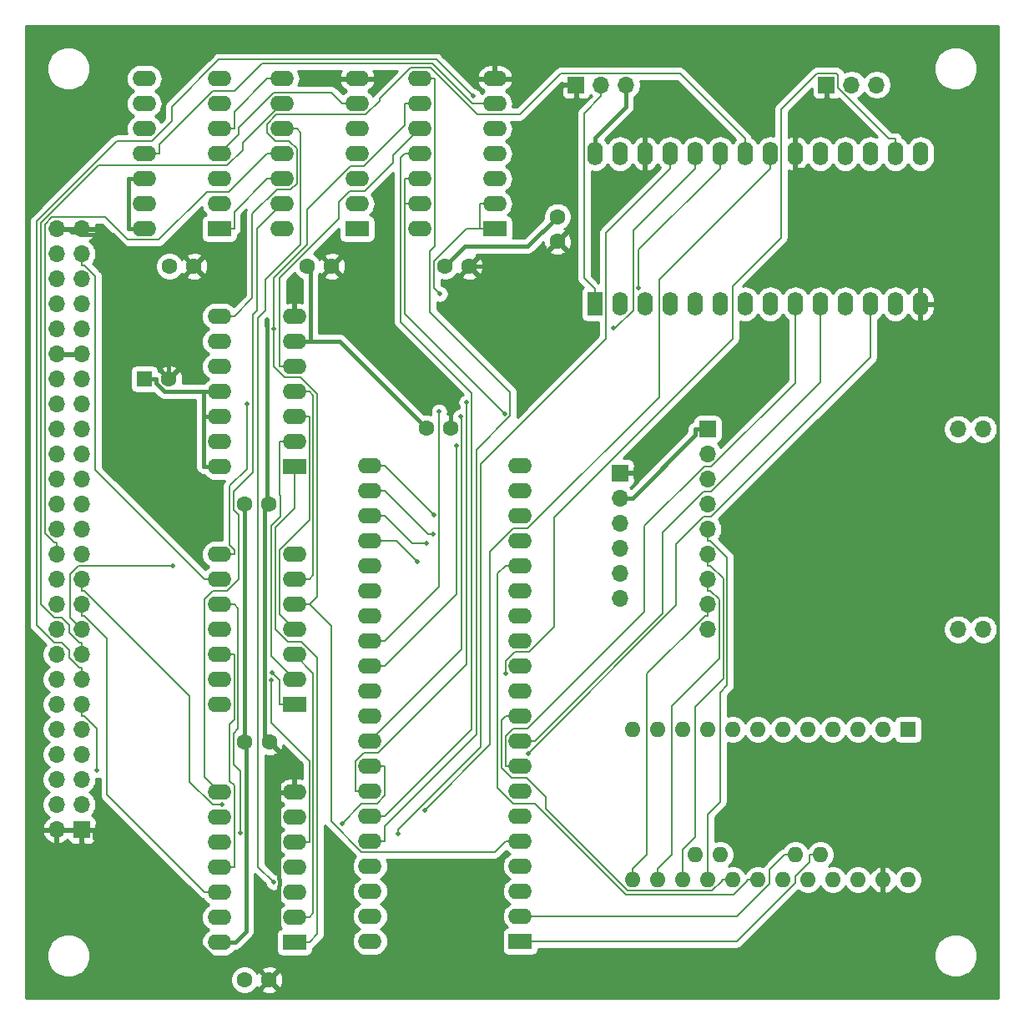
<source format=gbl>
G04 #@! TF.GenerationSoftware,KiCad,Pcbnew,(5.1.9)-1*
G04 #@! TF.CreationDate,2025-01-16T13:32:40+09:00*
G04 #@! TF.ProjectId,JR-200_SD,4a522d32-3030-45f5-9344-2e6b69636164,rev?*
G04 #@! TF.SameCoordinates,PX53920b0PY93c3260*
G04 #@! TF.FileFunction,Copper,L2,Bot*
G04 #@! TF.FilePolarity,Positive*
%FSLAX46Y46*%
G04 Gerber Fmt 4.6, Leading zero omitted, Abs format (unit mm)*
G04 Created by KiCad (PCBNEW (5.1.9)-1) date 2025-01-16 13:32:40*
%MOMM*%
%LPD*%
G01*
G04 APERTURE LIST*
G04 #@! TA.AperFunction,ComponentPad*
%ADD10C,1.600000*%
G04 #@! TD*
G04 #@! TA.AperFunction,ComponentPad*
%ADD11R,2.400000X1.600000*%
G04 #@! TD*
G04 #@! TA.AperFunction,ComponentPad*
%ADD12O,2.400000X1.600000*%
G04 #@! TD*
G04 #@! TA.AperFunction,ComponentPad*
%ADD13R,1.700000X1.700000*%
G04 #@! TD*
G04 #@! TA.AperFunction,ComponentPad*
%ADD14O,1.700000X1.700000*%
G04 #@! TD*
G04 #@! TA.AperFunction,ComponentPad*
%ADD15R,1.600000X1.600000*%
G04 #@! TD*
G04 #@! TA.AperFunction,ComponentPad*
%ADD16O,1.600000X1.600000*%
G04 #@! TD*
G04 #@! TA.AperFunction,ComponentPad*
%ADD17R,1.600000X2.400000*%
G04 #@! TD*
G04 #@! TA.AperFunction,ComponentPad*
%ADD18O,1.600000X2.400000*%
G04 #@! TD*
G04 #@! TA.AperFunction,ViaPad*
%ADD19C,0.500000*%
G04 #@! TD*
G04 #@! TA.AperFunction,Conductor*
%ADD20C,0.400000*%
G04 #@! TD*
G04 #@! TA.AperFunction,Conductor*
%ADD21C,0.200000*%
G04 #@! TD*
G04 #@! TA.AperFunction,Conductor*
%ADD22C,0.254000*%
G04 #@! TD*
G04 #@! TA.AperFunction,Conductor*
%ADD23C,0.100000*%
G04 #@! TD*
G04 APERTURE END LIST*
D10*
X41312000Y58522000D03*
X43812000Y58522000D03*
D11*
X50837000Y6452000D03*
D12*
X35597000Y54712000D03*
X50837000Y8992000D03*
X35597000Y52172000D03*
X50837000Y11532000D03*
X35597000Y49632000D03*
X50837000Y14072000D03*
X35597000Y47092000D03*
X50837000Y16612000D03*
X35597000Y44552000D03*
X50837000Y19152000D03*
X35597000Y42012000D03*
X50837000Y21692000D03*
X35597000Y39472000D03*
X50837000Y24232000D03*
X35597000Y36932000D03*
X50837000Y26772000D03*
X35597000Y34392000D03*
X50837000Y29312000D03*
X35597000Y31852000D03*
X50837000Y31852000D03*
X35597000Y29312000D03*
X50837000Y34392000D03*
X35597000Y26772000D03*
X50837000Y36932000D03*
X35597000Y24232000D03*
X50837000Y39472000D03*
X35597000Y21692000D03*
X50837000Y42012000D03*
X35597000Y19152000D03*
X50837000Y44552000D03*
X35597000Y16612000D03*
X50837000Y47092000D03*
X35597000Y14072000D03*
X50837000Y49632000D03*
X35597000Y11532000D03*
X50837000Y52172000D03*
X35597000Y8992000D03*
X50837000Y54712000D03*
X35597000Y6452000D03*
D10*
X54610000Y77470000D03*
X54610000Y79970000D03*
D13*
X69850000Y58420000D03*
D14*
X69850000Y55880000D03*
X69850000Y53340000D03*
X69850000Y50800000D03*
X69850000Y48260000D03*
X69850000Y45720000D03*
X69850000Y43180000D03*
X69850000Y40640000D03*
X69850000Y38100000D03*
X97790000Y38100000D03*
X95250000Y38100000D03*
X97790000Y58420000D03*
X95250000Y58420000D03*
D15*
X90170000Y27940000D03*
D16*
X87630000Y27940000D03*
X85090000Y27940000D03*
X62230000Y12700000D03*
X82550000Y27940000D03*
X64770000Y12700000D03*
X80010000Y27940000D03*
X67310000Y12700000D03*
X77470000Y27940000D03*
X69850000Y12700000D03*
X74930000Y27940000D03*
X72390000Y12700000D03*
X72390000Y27940000D03*
X74930000Y12700000D03*
X69850000Y27940000D03*
X77470000Y12700000D03*
X67310000Y27940000D03*
X80010000Y12700000D03*
X64770000Y27940000D03*
X82550000Y12700000D03*
X62230000Y27940000D03*
X85090000Y12700000D03*
X87630000Y12700000D03*
X90170000Y12700000D03*
X81280000Y15240000D03*
X78740000Y15240000D03*
X71120000Y15240000D03*
X68580000Y15240000D03*
D13*
X60960000Y53975000D03*
D14*
X60960000Y51435000D03*
X60960000Y48895000D03*
X60960000Y46355000D03*
X60960000Y43815000D03*
X60960000Y41275000D03*
D13*
X6350000Y17780000D03*
D14*
X3810000Y17780000D03*
X6350000Y20320000D03*
X3810000Y20320000D03*
X6350000Y22860000D03*
X3810000Y22860000D03*
X6350000Y25400000D03*
X3810000Y25400000D03*
X6350000Y27940000D03*
X3810000Y27940000D03*
X6350000Y30480000D03*
X3810000Y30480000D03*
X6350000Y33020000D03*
X3810000Y33020000D03*
X6350000Y35560000D03*
X3810000Y35560000D03*
X6350000Y38100000D03*
X3810000Y38100000D03*
X6350000Y40640000D03*
X3810000Y40640000D03*
X6350000Y43180000D03*
X3810000Y43180000D03*
X6350000Y45720000D03*
X3810000Y45720000D03*
X6350000Y48260000D03*
X3810000Y48260000D03*
X6350000Y50800000D03*
X3810000Y50800000D03*
X6350000Y53340000D03*
X3810000Y53340000D03*
X6350000Y55880000D03*
X3810000Y55880000D03*
X6350000Y58420000D03*
X3810000Y58420000D03*
X6350000Y60960000D03*
X3810000Y60960000D03*
X6350000Y63500000D03*
X3810000Y63500000D03*
X6350000Y66040000D03*
X3810000Y66040000D03*
X6350000Y68580000D03*
X3810000Y68580000D03*
X6350000Y71120000D03*
X3810000Y71120000D03*
X6350000Y73660000D03*
X3810000Y73660000D03*
X6350000Y76200000D03*
X3810000Y76200000D03*
X6350000Y78740000D03*
X3810000Y78740000D03*
D15*
X12700000Y63500000D03*
D10*
X15200000Y63500000D03*
D12*
X20320000Y30480000D03*
X27940000Y45720000D03*
X20320000Y33020000D03*
X27940000Y43180000D03*
X20320000Y35560000D03*
X27940000Y40640000D03*
X20320000Y38100000D03*
X27940000Y38100000D03*
X20320000Y40640000D03*
X27940000Y35560000D03*
X20320000Y43180000D03*
X27940000Y33020000D03*
X20320000Y45720000D03*
D11*
X27940000Y30480000D03*
X27940000Y54610000D03*
D12*
X20320000Y69850000D03*
X27940000Y57150000D03*
X20320000Y67310000D03*
X27940000Y59690000D03*
X20320000Y64770000D03*
X27940000Y62230000D03*
X20320000Y62230000D03*
X27940000Y64770000D03*
X20320000Y59690000D03*
X27940000Y67310000D03*
X20320000Y57150000D03*
X27940000Y69850000D03*
X20320000Y54610000D03*
D11*
X34290000Y78740000D03*
D12*
X26670000Y93980000D03*
X34290000Y81280000D03*
X26670000Y91440000D03*
X34290000Y83820000D03*
X26670000Y88900000D03*
X34290000Y86360000D03*
X26670000Y86360000D03*
X34290000Y88900000D03*
X26670000Y83820000D03*
X34290000Y91440000D03*
X26670000Y81280000D03*
X34290000Y93980000D03*
X26670000Y78740000D03*
X20320000Y6350000D03*
X27940000Y21590000D03*
X20320000Y8890000D03*
X27940000Y19050000D03*
X20320000Y11430000D03*
X27940000Y16510000D03*
X20320000Y13970000D03*
X27940000Y13970000D03*
X20320000Y16510000D03*
X27940000Y11430000D03*
X20320000Y19050000D03*
X27940000Y8890000D03*
X20320000Y21590000D03*
D11*
X27940000Y6350000D03*
D12*
X40640000Y78740000D03*
X48260000Y93980000D03*
X40640000Y81280000D03*
X48260000Y91440000D03*
X40640000Y83820000D03*
X48260000Y88900000D03*
X40640000Y86360000D03*
X48260000Y86360000D03*
X40640000Y88900000D03*
X48260000Y83820000D03*
X40640000Y91440000D03*
X48260000Y81280000D03*
X40640000Y93980000D03*
D11*
X48260000Y78740000D03*
D12*
X12700000Y78740000D03*
X20320000Y93980000D03*
X12700000Y81280000D03*
X20320000Y91440000D03*
X12700000Y83820000D03*
X20320000Y88900000D03*
X12700000Y86360000D03*
X20320000Y86360000D03*
X12700000Y88900000D03*
X20320000Y83820000D03*
X12700000Y91440000D03*
X20320000Y81280000D03*
X12700000Y93980000D03*
D11*
X20320000Y78740000D03*
D10*
X22860000Y50800000D03*
X25360000Y50800000D03*
X22860000Y2540000D03*
X25360000Y2540000D03*
X15240000Y74930000D03*
X17740000Y74930000D03*
X25400000Y26670000D03*
X22900000Y26670000D03*
X29210000Y74930000D03*
X31710000Y74930000D03*
X45680000Y74930000D03*
X43180000Y74930000D03*
D13*
X56515000Y93345000D03*
D14*
X59055000Y93345000D03*
X61595000Y93345000D03*
X86995000Y93345000D03*
X84455000Y93345000D03*
D13*
X81915000Y93345000D03*
D17*
X58420000Y71120000D03*
D18*
X91440000Y86360000D03*
X60960000Y71120000D03*
X88900000Y86360000D03*
X63500000Y71120000D03*
X86360000Y86360000D03*
X66040000Y71120000D03*
X83820000Y86360000D03*
X68580000Y71120000D03*
X81280000Y86360000D03*
X71120000Y71120000D03*
X78740000Y86360000D03*
X73660000Y71120000D03*
X76200000Y86360000D03*
X76200000Y71120000D03*
X73660000Y86360000D03*
X78740000Y71120000D03*
X71120000Y86360000D03*
X81280000Y71120000D03*
X68580000Y86360000D03*
X83820000Y71120000D03*
X66040000Y86360000D03*
X86360000Y71120000D03*
X63500000Y86360000D03*
X88900000Y71120000D03*
X60960000Y86360000D03*
X91440000Y71120000D03*
X58420000Y86360000D03*
D19*
X25126900Y69518500D03*
X7913900Y23837200D03*
X38436900Y17360700D03*
X60314900Y68647300D03*
X46038200Y92195100D03*
X41156100Y19743900D03*
X20586200Y20320000D03*
X42696000Y72116900D03*
X62865800Y72737800D03*
X25583200Y32927900D03*
X25655700Y33728000D03*
X15600300Y44569700D03*
X25826400Y68580000D03*
X49240700Y59973100D03*
X45372700Y61111300D03*
X44766600Y59695500D03*
X49336600Y33660200D03*
X42603300Y60192100D03*
X32748700Y18420200D03*
X51633600Y25502000D03*
X44353600Y56730400D03*
X22402000Y17422900D03*
X23093900Y60959300D03*
X25809300Y12438900D03*
X42053000Y49741000D03*
X41978000Y47781100D03*
X41337100Y46828500D03*
X40376000Y44964000D03*
D20*
X18719700Y62230000D02*
X14720200Y62230000D01*
X14720200Y62230000D02*
X13900300Y63049900D01*
X13900300Y63049900D02*
X13900300Y63500000D01*
X12700000Y63500000D02*
X13900300Y63500000D01*
X18719700Y62230000D02*
X18719700Y59690000D01*
X20320000Y62230000D02*
X18719700Y62230000D01*
X69850000Y58420000D02*
X68599700Y58420000D01*
X60960000Y51435000D02*
X62210300Y51435000D01*
X62210300Y51435000D02*
X68599700Y57824400D01*
X68599700Y57824400D02*
X68599700Y58420000D01*
X22900000Y26670000D02*
X23052400Y26517600D01*
X23052400Y26517600D02*
X23052400Y7482100D01*
X23052400Y7482100D02*
X21920300Y6350000D01*
X22900000Y26670000D02*
X22900000Y50760000D01*
X22900000Y50760000D02*
X22860000Y50800000D01*
X20320000Y6350000D02*
X21920300Y6350000D01*
X58420000Y86360000D02*
X58420000Y87960300D01*
X58420000Y87960300D02*
X61595000Y91135300D01*
X61595000Y91135300D02*
X61595000Y93345000D01*
X41312000Y58522000D02*
X32524000Y67310000D01*
X32524000Y67310000D02*
X29540300Y67310000D01*
X27940000Y67310000D02*
X29540300Y67310000D01*
X29540300Y67310000D02*
X29540300Y74599700D01*
X29540300Y74599700D02*
X29210000Y74930000D01*
X20320000Y54610000D02*
X18719700Y54610000D01*
X18719700Y54610000D02*
X18719700Y59690000D01*
X20320000Y59690000D02*
X18719700Y59690000D01*
X12700000Y78740000D02*
X11099700Y78740000D01*
X12700000Y83820000D02*
X11099700Y83820000D01*
X11099700Y83820000D02*
X11099700Y78740000D01*
X54610000Y79970000D02*
X51598100Y76958100D01*
X51598100Y76958100D02*
X45208100Y76958100D01*
X45208100Y76958100D02*
X43180000Y74930000D01*
X25360000Y50800000D02*
X24911200Y50351200D01*
X24911200Y50351200D02*
X24911200Y27158800D01*
X24911200Y27158800D02*
X25400000Y26670000D01*
X25126900Y69518500D02*
X25126900Y51033100D01*
X25126900Y51033100D02*
X25360000Y50800000D01*
X31710000Y74930000D02*
X43812000Y62828000D01*
X43812000Y62828000D02*
X43812000Y58522000D01*
X23200700Y4699300D02*
X26339600Y7838200D01*
X26339600Y7838200D02*
X26339600Y12049500D01*
X26339600Y12049500D02*
X26459600Y12169500D01*
X26459600Y12169500D02*
X26459600Y12708300D01*
X26459600Y12708300D02*
X26339600Y12828300D01*
X26339600Y12828300D02*
X26339600Y21590000D01*
X26489800Y21590000D02*
X26339600Y21590000D01*
X26339600Y21590000D02*
X26339600Y25730400D01*
X26339600Y25730400D02*
X25400000Y26670000D01*
X23200700Y4699300D02*
X25360000Y2540000D01*
X7600300Y17780000D02*
X7600300Y16920400D01*
X7600300Y16920400D02*
X19821400Y4699300D01*
X19821400Y4699300D02*
X23200700Y4699300D01*
X27940000Y21590000D02*
X26489800Y21590000D01*
X54610000Y77470000D02*
X52070000Y74930000D01*
X52070000Y74930000D02*
X45680000Y74930000D01*
X6350000Y17780000D02*
X7600300Y17780000D01*
X15200000Y72390000D02*
X9448100Y78141900D01*
X9448100Y78141900D02*
X6350000Y78141900D01*
X3810000Y78740000D02*
X5060300Y78740000D01*
X6350000Y78441000D02*
X5359300Y78441000D01*
X5359300Y78441000D02*
X5060300Y78740000D01*
X6350000Y78441000D02*
X6350000Y78141900D01*
X6350000Y78740000D02*
X6350000Y78441000D01*
X78740000Y86360000D02*
X78740000Y84759700D01*
X91440000Y71120000D02*
X91440000Y72720300D01*
X91440000Y72720300D02*
X79400600Y84759700D01*
X79400600Y84759700D02*
X78740000Y84759700D01*
X78740000Y86360000D02*
X78740000Y87960300D01*
X78740000Y87960300D02*
X81915000Y91135300D01*
X81915000Y91135300D02*
X81915000Y93345000D01*
X15200000Y72390000D02*
X17740000Y74930000D01*
X15200000Y63500000D02*
X15200000Y72390000D01*
D21*
X81280000Y69619700D02*
X81280000Y63129100D01*
X81280000Y63129100D02*
X70220900Y52070000D01*
X70220900Y52070000D02*
X69460300Y52070000D01*
X69460300Y52070000D02*
X65276200Y47885900D01*
X65276200Y47885900D02*
X65276200Y39710900D01*
X65276200Y39710900D02*
X52337300Y26772000D01*
X6350000Y29329700D02*
X6637600Y29329700D01*
X6637600Y29329700D02*
X7913900Y28053400D01*
X7913900Y28053400D02*
X7913900Y23837200D01*
X6350000Y30480000D02*
X6350000Y29329700D01*
X81280000Y71120000D02*
X81280000Y69619700D01*
X50837000Y26772000D02*
X52337300Y26772000D01*
X66040000Y84859700D02*
X59529800Y78349500D01*
X59529800Y78349500D02*
X59529800Y67577300D01*
X59529800Y67577300D02*
X46786600Y54834100D01*
X46786600Y54834100D02*
X46786600Y26152600D01*
X46786600Y26152600D02*
X38436900Y17802900D01*
X38436900Y17802900D02*
X38436900Y17360700D01*
X66040000Y86360000D02*
X66040000Y84859700D01*
X6350000Y40640000D02*
X6350000Y39489700D01*
X20320000Y11430000D02*
X18819700Y11430000D01*
X18819700Y11430000D02*
X8916400Y21333300D01*
X8916400Y21333300D02*
X8916400Y37161600D01*
X8916400Y37161600D02*
X6588300Y39489700D01*
X6588300Y39489700D02*
X6350000Y39489700D01*
X50837000Y24232000D02*
X49336700Y24232000D01*
X78740000Y71120000D02*
X78740000Y63116900D01*
X78740000Y63116900D02*
X70233100Y54610000D01*
X70233100Y54610000D02*
X69480700Y54610000D01*
X69480700Y54610000D02*
X63434700Y48564000D01*
X63434700Y48564000D02*
X63434700Y39910800D01*
X63434700Y39910800D02*
X51565900Y28042000D01*
X51565900Y28042000D02*
X50143500Y28042000D01*
X50143500Y28042000D02*
X49336700Y27235200D01*
X49336700Y27235200D02*
X49336700Y24232000D01*
X68580000Y86360000D02*
X68580000Y84859700D01*
X68580000Y84859700D02*
X62300900Y78580600D01*
X62300900Y78580600D02*
X62300900Y70491000D01*
X62300900Y70491000D02*
X60457200Y68647300D01*
X60457200Y68647300D02*
X60314900Y68647300D01*
X6350000Y33020000D02*
X6350000Y34170300D01*
X46038200Y92195100D02*
X42336200Y95897100D01*
X42336200Y95897100D02*
X20252300Y95897100D01*
X20252300Y95897100D02*
X15475100Y91119900D01*
X15475100Y91119900D02*
X15475100Y89638200D01*
X15475100Y89638200D02*
X13466900Y87630000D01*
X13466900Y87630000D02*
X9891600Y87630000D01*
X9891600Y87630000D02*
X1763300Y79501700D01*
X1763300Y79501700D02*
X1763300Y38490100D01*
X1763300Y38490100D02*
X3543000Y36710400D01*
X3543000Y36710400D02*
X4348100Y36710400D01*
X4348100Y36710400D02*
X5080000Y35978500D01*
X5080000Y35978500D02*
X5080000Y35201900D01*
X5080000Y35201900D02*
X6111600Y34170300D01*
X6111600Y34170300D02*
X6350000Y34170300D01*
X76200000Y86360000D02*
X76200000Y84859700D01*
X76200000Y84859700D02*
X64916400Y73576100D01*
X64916400Y73576100D02*
X64916400Y61684500D01*
X64916400Y61684500D02*
X51593900Y48362000D01*
X51593900Y48362000D02*
X50139000Y48362000D01*
X50139000Y48362000D02*
X47797000Y46020000D01*
X47797000Y46020000D02*
X47797000Y26384800D01*
X47797000Y26384800D02*
X41156100Y19743900D01*
X6350000Y43180000D02*
X6350000Y42029700D01*
X20586200Y20320000D02*
X19625700Y20320000D01*
X19625700Y20320000D02*
X17294200Y22651500D01*
X17294200Y22651500D02*
X17294200Y31323800D01*
X17294200Y31323800D02*
X6588300Y42029700D01*
X6588300Y42029700D02*
X6350000Y42029700D01*
X46759700Y78740000D02*
X46759700Y81280000D01*
X47509900Y78740000D02*
X46759700Y78740000D01*
X46759700Y78740000D02*
X45416200Y78740000D01*
X45416200Y78740000D02*
X42079600Y75403400D01*
X42079600Y75403400D02*
X42079600Y72733300D01*
X42079600Y72733300D02*
X42696000Y72116900D01*
X48260000Y78740000D02*
X47509900Y78740000D01*
X48260000Y81280000D02*
X46759700Y81280000D01*
X62865800Y72737800D02*
X62865800Y76605500D01*
X62865800Y76605500D02*
X71120000Y84859700D01*
X71120000Y86360000D02*
X71120000Y84859700D01*
X27940000Y16510000D02*
X29440300Y16510000D01*
X29440300Y16510000D02*
X29440300Y24740500D01*
X29440300Y24740500D02*
X25583200Y28597600D01*
X25583200Y28597600D02*
X25583200Y32927900D01*
X6350000Y36710300D02*
X6111600Y36710300D01*
X6111600Y36710300D02*
X5080000Y37741900D01*
X5080000Y37741900D02*
X5080000Y38518500D01*
X5080000Y38518500D02*
X4348100Y39250400D01*
X4348100Y39250400D02*
X3571700Y39250400D01*
X3571700Y39250400D02*
X2205600Y40616500D01*
X2205600Y40616500D02*
X2205600Y79341000D01*
X2205600Y79341000D02*
X8017900Y85153300D01*
X8017900Y85153300D02*
X21115200Y85153300D01*
X21115200Y85153300D02*
X22661500Y86699600D01*
X22661500Y86699600D02*
X22661500Y87431500D01*
X22661500Y87431500D02*
X26670000Y91440000D01*
X6350000Y35560000D02*
X6350000Y36710300D01*
X27940000Y30480000D02*
X26439700Y30480000D01*
X25655700Y33728000D02*
X26439700Y32944000D01*
X26439700Y32944000D02*
X26439700Y30480000D01*
X3810000Y45720000D02*
X3810000Y46870300D01*
X26670000Y86360000D02*
X25169700Y86360000D01*
X25169700Y86360000D02*
X21275600Y82465900D01*
X21275600Y82465900D02*
X19028000Y82465900D01*
X19028000Y82465900D02*
X14182000Y77619900D01*
X14182000Y77619900D02*
X10994000Y77619900D01*
X10994000Y77619900D02*
X8699500Y79914400D01*
X8699500Y79914400D02*
X3347400Y79914400D01*
X3347400Y79914400D02*
X2605900Y79172900D01*
X2605900Y79172900D02*
X2605900Y47836000D01*
X2605900Y47836000D02*
X3571600Y46870300D01*
X3571600Y46870300D02*
X3810000Y46870300D01*
X6350000Y38100000D02*
X5199600Y39250400D01*
X5199600Y39250400D02*
X5199600Y43718100D01*
X5199600Y43718100D02*
X6051100Y44569600D01*
X6051100Y44569600D02*
X15600300Y44569600D01*
X15600300Y44569600D02*
X15600300Y44569700D01*
X27940000Y35560000D02*
X29848300Y33651700D01*
X29848300Y33651700D02*
X29848300Y9298000D01*
X29848300Y9298000D02*
X29440300Y8890000D01*
X27940000Y8890000D02*
X29440300Y8890000D01*
X27940000Y54610000D02*
X27940000Y50408000D01*
X27940000Y50408000D02*
X26000800Y48468800D01*
X26000800Y48468800D02*
X26000800Y38071500D01*
X26000800Y38071500D02*
X27242300Y36830000D01*
X27242300Y36830000D02*
X28659000Y36830000D01*
X28659000Y36830000D02*
X30259100Y35229900D01*
X30259100Y35229900D02*
X30259100Y7168800D01*
X30259100Y7168800D02*
X29440300Y6350000D01*
X27940000Y6350000D02*
X29440300Y6350000D01*
X29440300Y40640000D02*
X31644000Y38436300D01*
X31644000Y38436300D02*
X31644000Y18592000D01*
X31644000Y18592000D02*
X34736500Y15499500D01*
X34736500Y15499500D02*
X48224200Y15499500D01*
X48224200Y15499500D02*
X49336700Y16612000D01*
X50837000Y16612000D02*
X49336700Y16612000D01*
X25826400Y68580000D02*
X25826400Y64775700D01*
X25826400Y64775700D02*
X26932500Y63669600D01*
X26932500Y63669600D02*
X28567000Y63669600D01*
X28567000Y63669600D02*
X30246800Y61989800D01*
X30246800Y61989800D02*
X30246800Y41446500D01*
X30246800Y41446500D02*
X29440300Y40640000D01*
X27940000Y40640000D02*
X29440300Y40640000D01*
X39139700Y91440000D02*
X39139700Y89242100D01*
X39139700Y89242100D02*
X34987600Y85090000D01*
X34987600Y85090000D02*
X33603300Y85090000D01*
X33603300Y85090000D02*
X29214200Y80700900D01*
X29214200Y80700900D02*
X29214200Y77113500D01*
X29214200Y77113500D02*
X25826400Y73725700D01*
X25826400Y73725700D02*
X25826400Y68580000D01*
X40640000Y91440000D02*
X39139700Y91440000D01*
X39139700Y81280000D02*
X39139700Y70074100D01*
X39139700Y70074100D02*
X49240700Y59973100D01*
X39239800Y81280000D02*
X39139700Y81280000D01*
X39139700Y81280000D02*
X39139700Y83820000D01*
X40640000Y81280000D02*
X39239800Y81280000D01*
X40640000Y83820000D02*
X39139700Y83820000D01*
X69850000Y48260000D02*
X69850000Y47109700D01*
X69850000Y47109700D02*
X70137600Y47109700D01*
X70137600Y47109700D02*
X71844800Y45402500D01*
X71844800Y45402500D02*
X71844800Y32406200D01*
X71844800Y32406200D02*
X71120000Y31681400D01*
X71120000Y31681400D02*
X71120000Y20589100D01*
X71120000Y20589100D02*
X69850000Y19319100D01*
X69850000Y19319100D02*
X69850000Y12700000D01*
X69850000Y44569700D02*
X70137600Y44569700D01*
X70137600Y44569700D02*
X71444400Y43262900D01*
X71444400Y43262900D02*
X71444400Y33138200D01*
X71444400Y33138200D02*
X68580000Y30273800D01*
X68580000Y30273800D02*
X68580000Y17044000D01*
X68580000Y17044000D02*
X67310000Y15774000D01*
X67310000Y15774000D02*
X67310000Y12700000D01*
X69850000Y45720000D02*
X69850000Y44569700D01*
X64770000Y12700000D02*
X64770000Y13800300D01*
X69850000Y43180000D02*
X69850000Y42029700D01*
X69850000Y42029700D02*
X70137600Y42029700D01*
X70137600Y42029700D02*
X71044000Y41123300D01*
X71044000Y41123300D02*
X71044000Y35182800D01*
X71044000Y35182800D02*
X66209600Y30348400D01*
X66209600Y30348400D02*
X66209600Y15239900D01*
X66209600Y15239900D02*
X64770000Y13800300D01*
X62230000Y12700000D02*
X62230000Y13800300D01*
X69850000Y40640000D02*
X69850000Y39489700D01*
X69850000Y39489700D02*
X69562400Y39489700D01*
X69562400Y39489700D02*
X63669600Y33596900D01*
X63669600Y33596900D02*
X63669600Y15239900D01*
X63669600Y15239900D02*
X62230000Y13800300D01*
X34096700Y21692000D02*
X34096700Y24744400D01*
X34096700Y24744400D02*
X34940700Y25588400D01*
X34940700Y25588400D02*
X36387600Y25588400D01*
X36387600Y25588400D02*
X45372700Y34573500D01*
X45372700Y34573500D02*
X45372700Y61111300D01*
X35597000Y21692000D02*
X34096700Y21692000D01*
X44766600Y59695500D02*
X44912400Y59549700D01*
X44912400Y59549700D02*
X44912400Y36087400D01*
X44912400Y36087400D02*
X35597000Y26772000D01*
X49336600Y33660200D02*
X49336600Y34881800D01*
X49336600Y34881800D02*
X50286400Y35831600D01*
X50286400Y35831600D02*
X51733600Y35831600D01*
X51733600Y35831600D02*
X54242500Y38340500D01*
X54242500Y38340500D02*
X54242500Y49429000D01*
X54242500Y49429000D02*
X72390000Y67576500D01*
X72390000Y67576500D02*
X72390000Y72931800D01*
X72390000Y72931800D02*
X77301900Y77843700D01*
X77301900Y77843700D02*
X77301900Y90884500D01*
X77301900Y90884500D02*
X80912800Y94495400D01*
X80912800Y94495400D02*
X82934100Y94495400D01*
X82934100Y94495400D02*
X83065400Y94364100D01*
X83065400Y94364100D02*
X83065400Y93038500D01*
X83065400Y93038500D02*
X88243600Y87860300D01*
X88243600Y87860300D02*
X88900000Y87860300D01*
X88900000Y86360000D02*
X88900000Y87860300D01*
X37097300Y36932000D02*
X42603300Y42438000D01*
X42603300Y42438000D02*
X42603300Y60192100D01*
X35597000Y36932000D02*
X37097300Y36932000D01*
X86360000Y69619700D02*
X86360000Y65679000D01*
X86360000Y65679000D02*
X70211000Y49530000D01*
X70211000Y49530000D02*
X69455300Y49530000D01*
X69455300Y49530000D02*
X66673000Y46747700D01*
X66673000Y46747700D02*
X66673000Y40541400D01*
X66673000Y40541400D02*
X51633600Y25502000D01*
X35597000Y24232000D02*
X37097300Y24232000D01*
X37097300Y24232000D02*
X37097300Y21223700D01*
X37097300Y21223700D02*
X36295600Y20422000D01*
X36295600Y20422000D02*
X34750500Y20422000D01*
X34750500Y20422000D02*
X32748700Y18420200D01*
X86360000Y71120000D02*
X86360000Y69619700D01*
X44353600Y56730400D02*
X44353600Y41648300D01*
X44353600Y41648300D02*
X37097300Y34392000D01*
X35597000Y34392000D02*
X37097300Y34392000D01*
X6350000Y76200000D02*
X6350000Y75049700D01*
X20320000Y43180000D02*
X18819700Y43180000D01*
X18819700Y43180000D02*
X7739600Y54260100D01*
X7739600Y54260100D02*
X7739600Y73898400D01*
X7739600Y73898400D02*
X6588300Y75049700D01*
X6588300Y75049700D02*
X6350000Y75049700D01*
X29440300Y62230000D02*
X29840600Y61829700D01*
X29840600Y61829700D02*
X29840600Y43580300D01*
X29840600Y43580300D02*
X29440300Y43180000D01*
X27940000Y43180000D02*
X29440300Y43180000D01*
X27940000Y62230000D02*
X29440300Y62230000D01*
X20320000Y13970000D02*
X21820300Y13970000D01*
X21820300Y35560000D02*
X21820300Y28942100D01*
X21820300Y28942100D02*
X21365900Y28487700D01*
X21365900Y28487700D02*
X21365900Y22706300D01*
X21365900Y22706300D02*
X21820300Y22251900D01*
X21820300Y22251900D02*
X21820300Y13970000D01*
X20320000Y35560000D02*
X21820300Y35560000D01*
X27940000Y38100000D02*
X26439700Y39600300D01*
X26439700Y39600300D02*
X26439700Y46175800D01*
X26439700Y46175800D02*
X29440300Y49176400D01*
X29440300Y49176400D02*
X29440300Y59690000D01*
X27940000Y59690000D02*
X29440300Y59690000D01*
X20320000Y40640000D02*
X21820300Y40640000D01*
X22402000Y17422900D02*
X22402000Y23723900D01*
X22402000Y23723900D02*
X21766300Y24359600D01*
X21766300Y24359600D02*
X21766300Y27546700D01*
X21766300Y27546700D02*
X22226500Y28006900D01*
X22226500Y28006900D02*
X22226500Y40233800D01*
X22226500Y40233800D02*
X21820300Y40640000D01*
X23093900Y60959300D02*
X23093900Y54390500D01*
X23093900Y54390500D02*
X21339400Y52636000D01*
X21339400Y52636000D02*
X21339400Y46656700D01*
X21339400Y46656700D02*
X21820300Y46175800D01*
X21820300Y46175800D02*
X21820300Y45720000D01*
X27940000Y64770000D02*
X26439700Y64770000D01*
X26439700Y64770000D02*
X26439700Y73772900D01*
X26439700Y73772900D02*
X32416400Y79749600D01*
X32416400Y79749600D02*
X32416400Y81432700D01*
X32416400Y81432700D02*
X33533700Y82550000D01*
X33533700Y82550000D02*
X35036700Y82550000D01*
X35036700Y82550000D02*
X37898800Y85412100D01*
X37898800Y85412100D02*
X37898800Y86158800D01*
X37898800Y86158800D02*
X40640000Y88900000D01*
X20320000Y45720000D02*
X21820300Y45720000D01*
X73660000Y87860300D02*
X67024900Y94495400D01*
X67024900Y94495400D02*
X54926200Y94495400D01*
X54926200Y94495400D02*
X50767900Y90337100D01*
X50767900Y90337100D02*
X46503500Y90337100D01*
X46503500Y90337100D02*
X41752700Y95087900D01*
X41752700Y95087900D02*
X39705500Y95087900D01*
X39705500Y95087900D02*
X36561500Y91943900D01*
X36561500Y91943900D02*
X36561500Y91722000D01*
X36561500Y91722000D02*
X35151200Y90311700D01*
X35151200Y90311700D02*
X26108000Y90311700D01*
X26108000Y90311700D02*
X25146100Y89349800D01*
X25146100Y89349800D02*
X25146100Y88444600D01*
X25146100Y88444600D02*
X25960700Y87630000D01*
X25960700Y87630000D02*
X27384900Y87630000D01*
X27384900Y87630000D02*
X28170300Y86844600D01*
X28170300Y86844600D02*
X28170300Y83359600D01*
X28170300Y83359600D02*
X27530300Y82719600D01*
X27530300Y82719600D02*
X26136000Y82719600D01*
X26136000Y82719600D02*
X23663400Y80247000D01*
X23663400Y80247000D02*
X23663400Y71693100D01*
X23663400Y71693100D02*
X21820300Y69850000D01*
X20320000Y69850000D02*
X21820300Y69850000D01*
X73660000Y86360000D02*
X73660000Y87860300D01*
X78740000Y15240000D02*
X77639700Y15240000D01*
X77639700Y15240000D02*
X76103100Y13703400D01*
X76103100Y13703400D02*
X76103100Y12292200D01*
X76103100Y12292200D02*
X72802900Y8992000D01*
X72802900Y8992000D02*
X50837000Y8992000D01*
X50837000Y29312000D02*
X49336700Y29312000D01*
X72390000Y12700000D02*
X71289700Y12700000D01*
X71289700Y12700000D02*
X71289700Y12562500D01*
X71289700Y12562500D02*
X70315900Y11588700D01*
X70315900Y11588700D02*
X61750700Y11588700D01*
X61750700Y11588700D02*
X53468400Y19871000D01*
X53468400Y19871000D02*
X53468400Y21065600D01*
X53468400Y21065600D02*
X51485600Y23048400D01*
X51485600Y23048400D02*
X49924600Y23048400D01*
X49924600Y23048400D02*
X48934000Y24039000D01*
X48934000Y24039000D02*
X48934000Y28909300D01*
X48934000Y28909300D02*
X49336700Y29312000D01*
X25169700Y93980000D02*
X21820300Y90630600D01*
X21820300Y90630600D02*
X21820300Y88900000D01*
X20320000Y88900000D02*
X21820300Y88900000D01*
X26670000Y93980000D02*
X25169700Y93980000D01*
X25809300Y12438900D02*
X24234100Y14014100D01*
X24234100Y14014100D02*
X24234100Y69680500D01*
X24234100Y69680500D02*
X24989200Y70435600D01*
X24989200Y70435600D02*
X24989200Y73563400D01*
X24989200Y73563400D02*
X28571800Y77146000D01*
X28571800Y77146000D02*
X28571800Y88498500D01*
X28571800Y88498500D02*
X28170300Y88900000D01*
X26670000Y88900000D02*
X28170300Y88900000D01*
X20320000Y78740000D02*
X21820300Y78740000D01*
X26670000Y83820000D02*
X25169700Y83820000D01*
X25169700Y83820000D02*
X21820300Y80470600D01*
X21820300Y80470600D02*
X21820300Y78740000D01*
X34290000Y91440000D02*
X32789700Y91440000D01*
X32789700Y91440000D02*
X31678400Y92551300D01*
X31678400Y92551300D02*
X25814800Y92551300D01*
X25814800Y92551300D02*
X22261100Y88997600D01*
X22261100Y88997600D02*
X22261100Y88301100D01*
X22261100Y88301100D02*
X20320000Y86360000D01*
X26670000Y81280000D02*
X24126200Y78736200D01*
X24126200Y78736200D02*
X24126200Y70421700D01*
X24126200Y70421700D02*
X23725800Y70021300D01*
X23725800Y70021300D02*
X23725800Y54039300D01*
X23725800Y54039300D02*
X21739800Y52053300D01*
X21739800Y52053300D02*
X21739800Y50180500D01*
X21739800Y50180500D02*
X22251600Y49668700D01*
X22251600Y49668700D02*
X22251600Y43148100D01*
X22251600Y43148100D02*
X21099900Y41996400D01*
X21099900Y41996400D02*
X19674700Y41996400D01*
X19674700Y41996400D02*
X18810000Y41131700D01*
X18810000Y41131700D02*
X18810000Y23100000D01*
X18810000Y23100000D02*
X20320000Y21590000D01*
X39139700Y86360000D02*
X38698500Y85918800D01*
X38698500Y85918800D02*
X38698500Y69304300D01*
X38698500Y69304300D02*
X45923000Y62079800D01*
X45923000Y62079800D02*
X45923000Y27977700D01*
X45923000Y27977700D02*
X37097300Y19152000D01*
X40640000Y86360000D02*
X39139700Y86360000D01*
X35597000Y19152000D02*
X37097300Y19152000D01*
X35597000Y16612000D02*
X37097300Y16612000D01*
X40640000Y93980000D02*
X42140300Y93980000D01*
X42140300Y93980000D02*
X42140300Y76956900D01*
X42140300Y76956900D02*
X41676000Y76492600D01*
X41676000Y76492600D02*
X41676000Y70293900D01*
X41676000Y70293900D02*
X49800100Y62169800D01*
X49800100Y62169800D02*
X49800100Y59754100D01*
X49800100Y59754100D02*
X46386200Y56340200D01*
X46386200Y56340200D02*
X46386200Y27401200D01*
X46386200Y27401200D02*
X37097300Y18112300D01*
X37097300Y18112300D02*
X37097300Y16612000D01*
X81280000Y15240000D02*
X80179700Y15240000D01*
X80179700Y15240000D02*
X80179700Y14457300D01*
X80179700Y14457300D02*
X78740000Y13017600D01*
X78740000Y13017600D02*
X78740000Y12376700D01*
X78740000Y12376700D02*
X72815300Y6452000D01*
X72815300Y6452000D02*
X50837000Y6452000D01*
X35597000Y54712000D02*
X37097300Y54712000D01*
X42053000Y49741000D02*
X37097300Y54696700D01*
X37097300Y54696700D02*
X37097300Y54712000D01*
X41978000Y47781100D02*
X41488200Y47781100D01*
X41488200Y47781100D02*
X37097300Y52172000D01*
X35597000Y52172000D02*
X37097300Y52172000D01*
X41337100Y46828500D02*
X39900800Y46828500D01*
X39900800Y46828500D02*
X37097300Y49632000D01*
X35597000Y49632000D02*
X37097300Y49632000D01*
X40376000Y44964000D02*
X38248000Y47092000D01*
X38248000Y47092000D02*
X35597000Y47092000D01*
X73829700Y12700000D02*
X73829700Y12562500D01*
X73829700Y12562500D02*
X72452400Y11185200D01*
X72452400Y11185200D02*
X61567900Y11185200D01*
X61567900Y11185200D02*
X52331100Y20422000D01*
X52331100Y20422000D02*
X50122800Y20422000D01*
X50122800Y20422000D02*
X48523900Y22020900D01*
X48523900Y22020900D02*
X48523900Y43739200D01*
X48523900Y43739200D02*
X49336700Y44552000D01*
X50837000Y44552000D02*
X49336700Y44552000D01*
X74930000Y12700000D02*
X73829700Y12700000D01*
X12700000Y86360000D02*
X14200300Y86360000D01*
X14200300Y86360000D02*
X14200300Y87297700D01*
X14200300Y87297700D02*
X19612600Y92710000D01*
X19612600Y92710000D02*
X21858500Y92710000D01*
X21858500Y92710000D02*
X24642500Y95494000D01*
X24642500Y95494000D02*
X41952000Y95494000D01*
X41952000Y95494000D02*
X46006000Y91440000D01*
X46006000Y91440000D02*
X48260000Y91440000D01*
X59055000Y93345000D02*
X59055000Y92194700D01*
X58420000Y71120000D02*
X58420000Y72620300D01*
X58420000Y72620300D02*
X57319600Y73720700D01*
X57319600Y73720700D02*
X57319600Y90459300D01*
X57319600Y90459300D02*
X59055000Y92194700D01*
X27940000Y57150000D02*
X26439700Y57150000D01*
X26439700Y57150000D02*
X26439700Y51727400D01*
X26439700Y51727400D02*
X26494600Y51672500D01*
X26494600Y51672500D02*
X26494600Y49528900D01*
X26494600Y49528900D02*
X25600400Y48634700D01*
X25600400Y48634700D02*
X25600400Y35359600D01*
X25600400Y35359600D02*
X27940000Y33020000D01*
D22*
X99340000Y660000D02*
X660000Y660000D01*
X660000Y2681335D01*
X21425000Y2681335D01*
X21425000Y2398665D01*
X21480147Y2121426D01*
X21588320Y1860273D01*
X21745363Y1625241D01*
X21945241Y1425363D01*
X22180273Y1268320D01*
X22441426Y1160147D01*
X22718665Y1105000D01*
X23001335Y1105000D01*
X23278574Y1160147D01*
X23539727Y1268320D01*
X23774759Y1425363D01*
X23896694Y1547298D01*
X24546903Y1547298D01*
X24618486Y1303329D01*
X24873996Y1182429D01*
X25148184Y1113700D01*
X25430512Y1099783D01*
X25710130Y1141213D01*
X25976292Y1236397D01*
X26101514Y1303329D01*
X26173097Y1547298D01*
X25360000Y2360395D01*
X24546903Y1547298D01*
X23896694Y1547298D01*
X23974637Y1625241D01*
X24108692Y1825869D01*
X24123329Y1798486D01*
X24367298Y1726903D01*
X25180395Y2540000D01*
X25539605Y2540000D01*
X26352702Y1726903D01*
X26596671Y1798486D01*
X26717571Y2053996D01*
X26786300Y2328184D01*
X26800217Y2610512D01*
X26758787Y2890130D01*
X26663603Y3156292D01*
X26596671Y3281514D01*
X26352702Y3353097D01*
X25539605Y2540000D01*
X25180395Y2540000D01*
X24367298Y3353097D01*
X24123329Y3281514D01*
X24109676Y3252659D01*
X23974637Y3454759D01*
X23896694Y3532702D01*
X24546903Y3532702D01*
X25360000Y2719605D01*
X26173097Y3532702D01*
X26101514Y3776671D01*
X25846004Y3897571D01*
X25571816Y3966300D01*
X25289488Y3980217D01*
X25009870Y3938787D01*
X24743708Y3843603D01*
X24618486Y3776671D01*
X24546903Y3532702D01*
X23896694Y3532702D01*
X23774759Y3654637D01*
X23539727Y3811680D01*
X23278574Y3919853D01*
X23001335Y3975000D01*
X22718665Y3975000D01*
X22441426Y3919853D01*
X22180273Y3811680D01*
X21945241Y3654637D01*
X21745363Y3454759D01*
X21588320Y3219727D01*
X21480147Y2958574D01*
X21425000Y2681335D01*
X660000Y2681335D01*
X660000Y5220128D01*
X2765000Y5220128D01*
X2765000Y4779872D01*
X2850890Y4348075D01*
X3019369Y3941331D01*
X3263962Y3575271D01*
X3575271Y3263962D01*
X3941331Y3019369D01*
X4348075Y2850890D01*
X4779872Y2765000D01*
X5220128Y2765000D01*
X5651925Y2850890D01*
X6058669Y3019369D01*
X6424729Y3263962D01*
X6736038Y3575271D01*
X6980631Y3941331D01*
X7149110Y4348075D01*
X7235000Y4779872D01*
X7235000Y5220128D01*
X7149110Y5651925D01*
X6980631Y6058669D01*
X6736038Y6424729D01*
X6424729Y6736038D01*
X6058669Y6980631D01*
X5651925Y7149110D01*
X5220128Y7235000D01*
X4779872Y7235000D01*
X4348075Y7149110D01*
X3941331Y6980631D01*
X3575271Y6736038D01*
X3263962Y6424729D01*
X3019369Y6058669D01*
X2850890Y5651925D01*
X2765000Y5220128D01*
X660000Y5220128D01*
X660000Y17423110D01*
X2368524Y17423110D01*
X2413175Y17275901D01*
X2538359Y17013080D01*
X2712412Y16779731D01*
X2928645Y16584822D01*
X3178748Y16435843D01*
X3453109Y16338519D01*
X3683000Y16459186D01*
X3683000Y17653000D01*
X3937000Y17653000D01*
X3937000Y16459186D01*
X4166891Y16338519D01*
X4441252Y16435843D01*
X4691355Y16584822D01*
X4887502Y16761626D01*
X4910498Y16685820D01*
X4969463Y16575506D01*
X5048815Y16478815D01*
X5145506Y16399463D01*
X5255820Y16340498D01*
X5375518Y16304188D01*
X5500000Y16291928D01*
X6064250Y16295000D01*
X6223000Y16453750D01*
X6223000Y17653000D01*
X6477000Y17653000D01*
X6477000Y16453750D01*
X6635750Y16295000D01*
X7200000Y16291928D01*
X7324482Y16304188D01*
X7444180Y16340498D01*
X7554494Y16399463D01*
X7651185Y16478815D01*
X7730537Y16575506D01*
X7789502Y16685820D01*
X7825812Y16805518D01*
X7838072Y16930000D01*
X7835000Y17494250D01*
X7676250Y17653000D01*
X6477000Y17653000D01*
X6223000Y17653000D01*
X3937000Y17653000D01*
X3683000Y17653000D01*
X2489845Y17653000D01*
X2368524Y17423110D01*
X660000Y17423110D01*
X660000Y79501700D01*
X1024744Y79501700D01*
X1028300Y79465595D01*
X1028301Y38526215D01*
X1024744Y38490100D01*
X1038935Y38346015D01*
X1063773Y38264137D01*
X1080964Y38207467D01*
X1149214Y38079780D01*
X1241063Y37967862D01*
X1269108Y37944846D01*
X2681923Y36532030D01*
X2656525Y36506632D01*
X2494010Y36263411D01*
X2382068Y35993158D01*
X2325000Y35706260D01*
X2325000Y35413740D01*
X2382068Y35126842D01*
X2494010Y34856589D01*
X2656525Y34613368D01*
X2863368Y34406525D01*
X3037760Y34290000D01*
X2863368Y34173475D01*
X2656525Y33966632D01*
X2494010Y33723411D01*
X2382068Y33453158D01*
X2325000Y33166260D01*
X2325000Y32873740D01*
X2382068Y32586842D01*
X2494010Y32316589D01*
X2656525Y32073368D01*
X2863368Y31866525D01*
X3037760Y31750000D01*
X2863368Y31633475D01*
X2656525Y31426632D01*
X2494010Y31183411D01*
X2382068Y30913158D01*
X2325000Y30626260D01*
X2325000Y30333740D01*
X2382068Y30046842D01*
X2494010Y29776589D01*
X2656525Y29533368D01*
X2863368Y29326525D01*
X3037760Y29210000D01*
X2863368Y29093475D01*
X2656525Y28886632D01*
X2494010Y28643411D01*
X2382068Y28373158D01*
X2325000Y28086260D01*
X2325000Y27793740D01*
X2382068Y27506842D01*
X2494010Y27236589D01*
X2656525Y26993368D01*
X2863368Y26786525D01*
X3037760Y26670000D01*
X2863368Y26553475D01*
X2656525Y26346632D01*
X2494010Y26103411D01*
X2382068Y25833158D01*
X2325000Y25546260D01*
X2325000Y25253740D01*
X2382068Y24966842D01*
X2494010Y24696589D01*
X2656525Y24453368D01*
X2863368Y24246525D01*
X3037760Y24130000D01*
X2863368Y24013475D01*
X2656525Y23806632D01*
X2494010Y23563411D01*
X2382068Y23293158D01*
X2325000Y23006260D01*
X2325000Y22713740D01*
X2382068Y22426842D01*
X2494010Y22156589D01*
X2656525Y21913368D01*
X2863368Y21706525D01*
X3037760Y21590000D01*
X2863368Y21473475D01*
X2656525Y21266632D01*
X2494010Y21023411D01*
X2382068Y20753158D01*
X2325000Y20466260D01*
X2325000Y20173740D01*
X2382068Y19886842D01*
X2494010Y19616589D01*
X2656525Y19373368D01*
X2863368Y19166525D01*
X3045534Y19044805D01*
X2928645Y18975178D01*
X2712412Y18780269D01*
X2538359Y18546920D01*
X2413175Y18284099D01*
X2368524Y18136890D01*
X2489845Y17907000D01*
X3683000Y17907000D01*
X3683000Y17927000D01*
X3937000Y17927000D01*
X3937000Y17907000D01*
X6223000Y17907000D01*
X6223000Y17927000D01*
X6477000Y17927000D01*
X6477000Y17907000D01*
X7676250Y17907000D01*
X7835000Y18065750D01*
X7838072Y18630000D01*
X7825812Y18754482D01*
X7789502Y18874180D01*
X7730537Y18984494D01*
X7651185Y19081185D01*
X7554494Y19160537D01*
X7444180Y19219502D01*
X7371620Y19241513D01*
X7503475Y19373368D01*
X7665990Y19616589D01*
X7777932Y19886842D01*
X7835000Y20173740D01*
X7835000Y20466260D01*
X7777932Y20753158D01*
X7665990Y21023411D01*
X7503475Y21266632D01*
X7296632Y21473475D01*
X7122240Y21590000D01*
X7296632Y21706525D01*
X7503475Y21913368D01*
X7665990Y22156589D01*
X7777932Y22426842D01*
X7835000Y22713740D01*
X7835000Y22952200D01*
X8001065Y22952200D01*
X8172045Y22986210D01*
X8181400Y22990085D01*
X8181400Y21369405D01*
X8177844Y21333300D01*
X8192035Y21189215D01*
X8194927Y21179681D01*
X8234063Y21050668D01*
X8302313Y20922981D01*
X8394162Y20811063D01*
X8422208Y20788046D01*
X18274446Y10935807D01*
X18297462Y10907762D01*
X18409380Y10815913D01*
X18537067Y10747663D01*
X18633586Y10718384D01*
X18675614Y10705635D01*
X18680298Y10705174D01*
X18721068Y10628899D01*
X18900392Y10410392D01*
X19118899Y10231068D01*
X19251858Y10160000D01*
X19118899Y10088932D01*
X18900392Y9909608D01*
X18721068Y9691101D01*
X18587818Y9441808D01*
X18505764Y9171309D01*
X18478057Y8890000D01*
X18505764Y8608691D01*
X18587818Y8338192D01*
X18721068Y8088899D01*
X18900392Y7870392D01*
X19118899Y7691068D01*
X19251858Y7620000D01*
X19118899Y7548932D01*
X18900392Y7369608D01*
X18721068Y7151101D01*
X18587818Y6901808D01*
X18505764Y6631309D01*
X18478057Y6350000D01*
X18505764Y6068691D01*
X18587818Y5798192D01*
X18721068Y5548899D01*
X18900392Y5330392D01*
X19118899Y5151068D01*
X19368192Y5017818D01*
X19638691Y4935764D01*
X19849508Y4915000D01*
X20790492Y4915000D01*
X21001309Y4935764D01*
X21271808Y5017818D01*
X21521101Y5151068D01*
X21739608Y5330392D01*
X21890227Y5513922D01*
X21920300Y5510960D01*
X21961318Y5515000D01*
X21961319Y5515000D01*
X22083989Y5527082D01*
X22241387Y5574828D01*
X22386446Y5652364D01*
X22513591Y5756709D01*
X22539746Y5788579D01*
X23613826Y6862658D01*
X23645691Y6888809D01*
X23750036Y7015954D01*
X23827572Y7161013D01*
X23875318Y7318411D01*
X23891440Y7482099D01*
X23887400Y7523118D01*
X23887400Y13321354D01*
X24941006Y12267747D01*
X24958310Y12180755D01*
X25025023Y12019695D01*
X25121876Y11874745D01*
X25245145Y11751476D01*
X25390095Y11654623D01*
X25551155Y11587910D01*
X25722135Y11553900D01*
X25896465Y11553900D01*
X26067445Y11587910D01*
X26115574Y11607845D01*
X26098057Y11430000D01*
X26125764Y11148691D01*
X26207818Y10878192D01*
X26341068Y10628899D01*
X26520392Y10410392D01*
X26738899Y10231068D01*
X26871858Y10160000D01*
X26738899Y10088932D01*
X26520392Y9909608D01*
X26341068Y9691101D01*
X26207818Y9441808D01*
X26125764Y9171309D01*
X26098057Y8890000D01*
X26125764Y8608691D01*
X26207818Y8338192D01*
X26341068Y8088899D01*
X26520392Y7870392D01*
X26633482Y7777581D01*
X26615518Y7775812D01*
X26495820Y7739502D01*
X26385506Y7680537D01*
X26288815Y7601185D01*
X26209463Y7504494D01*
X26150498Y7394180D01*
X26114188Y7274482D01*
X26101928Y7150000D01*
X26101928Y5550000D01*
X26114188Y5425518D01*
X26150498Y5305820D01*
X26209463Y5195506D01*
X26288815Y5098815D01*
X26385506Y5019463D01*
X26495820Y4960498D01*
X26615518Y4924188D01*
X26740000Y4911928D01*
X29140000Y4911928D01*
X29264482Y4924188D01*
X29384180Y4960498D01*
X29494494Y5019463D01*
X29591185Y5098815D01*
X29670537Y5195506D01*
X29729502Y5305820D01*
X29765812Y5425518D01*
X29778072Y5550000D01*
X29778072Y5697135D01*
X29850620Y5735913D01*
X29962538Y5827762D01*
X29985558Y5855812D01*
X30753293Y6623546D01*
X30781338Y6646562D01*
X30873187Y6758480D01*
X30941437Y6886167D01*
X30977123Y7003808D01*
X30983465Y7024714D01*
X30997656Y7168799D01*
X30994100Y7204904D01*
X30994100Y18248683D01*
X31029914Y18181680D01*
X31121763Y18069762D01*
X31149808Y18046746D01*
X34144736Y15051817D01*
X33998068Y14873101D01*
X33864818Y14623808D01*
X33782764Y14353309D01*
X33755057Y14072000D01*
X33782764Y13790691D01*
X33864818Y13520192D01*
X33998068Y13270899D01*
X34177392Y13052392D01*
X34395899Y12873068D01*
X34528858Y12802000D01*
X34395899Y12730932D01*
X34177392Y12551608D01*
X33998068Y12333101D01*
X33864818Y12083808D01*
X33782764Y11813309D01*
X33755057Y11532000D01*
X33782764Y11250691D01*
X33864818Y10980192D01*
X33998068Y10730899D01*
X34177392Y10512392D01*
X34395899Y10333068D01*
X34528858Y10262000D01*
X34395899Y10190932D01*
X34177392Y10011608D01*
X33998068Y9793101D01*
X33864818Y9543808D01*
X33782764Y9273309D01*
X33755057Y8992000D01*
X33782764Y8710691D01*
X33864818Y8440192D01*
X33998068Y8190899D01*
X34177392Y7972392D01*
X34395899Y7793068D01*
X34528858Y7722000D01*
X34395899Y7650932D01*
X34177392Y7471608D01*
X33998068Y7253101D01*
X33864818Y7003808D01*
X33782764Y6733309D01*
X33755057Y6452000D01*
X33782764Y6170691D01*
X33864818Y5900192D01*
X33998068Y5650899D01*
X34177392Y5432392D01*
X34395899Y5253068D01*
X34645192Y5119818D01*
X34915691Y5037764D01*
X35126508Y5017000D01*
X36067492Y5017000D01*
X36278309Y5037764D01*
X36548808Y5119818D01*
X36798101Y5253068D01*
X37016608Y5432392D01*
X37195932Y5650899D01*
X37329182Y5900192D01*
X37411236Y6170691D01*
X37438943Y6452000D01*
X37411236Y6733309D01*
X37329182Y7003808D01*
X37195932Y7253101D01*
X37016608Y7471608D01*
X36798101Y7650932D01*
X36665142Y7722000D01*
X36798101Y7793068D01*
X37016608Y7972392D01*
X37195932Y8190899D01*
X37329182Y8440192D01*
X37411236Y8710691D01*
X37438943Y8992000D01*
X37411236Y9273309D01*
X37329182Y9543808D01*
X37195932Y9793101D01*
X37016608Y10011608D01*
X36798101Y10190932D01*
X36665142Y10262000D01*
X36798101Y10333068D01*
X37016608Y10512392D01*
X37195932Y10730899D01*
X37329182Y10980192D01*
X37411236Y11250691D01*
X37438943Y11532000D01*
X37411236Y11813309D01*
X37329182Y12083808D01*
X37195932Y12333101D01*
X37016608Y12551608D01*
X36798101Y12730932D01*
X36665142Y12802000D01*
X36798101Y12873068D01*
X37016608Y13052392D01*
X37195932Y13270899D01*
X37329182Y13520192D01*
X37411236Y13790691D01*
X37438943Y14072000D01*
X37411236Y14353309D01*
X37329182Y14623808D01*
X37253980Y14764500D01*
X48188095Y14764500D01*
X48224200Y14760944D01*
X48260305Y14764500D01*
X48368285Y14775135D01*
X48506833Y14817163D01*
X48634520Y14885413D01*
X48746438Y14977262D01*
X48769458Y15005312D01*
X49389962Y15625815D01*
X49417392Y15592392D01*
X49635899Y15413068D01*
X49768858Y15342000D01*
X49635899Y15270932D01*
X49417392Y15091608D01*
X49238068Y14873101D01*
X49104818Y14623808D01*
X49022764Y14353309D01*
X48995057Y14072000D01*
X49022764Y13790691D01*
X49104818Y13520192D01*
X49238068Y13270899D01*
X49417392Y13052392D01*
X49635899Y12873068D01*
X49768858Y12802000D01*
X49635899Y12730932D01*
X49417392Y12551608D01*
X49238068Y12333101D01*
X49104818Y12083808D01*
X49022764Y11813309D01*
X48995057Y11532000D01*
X49022764Y11250691D01*
X49104818Y10980192D01*
X49238068Y10730899D01*
X49417392Y10512392D01*
X49635899Y10333068D01*
X49768858Y10262000D01*
X49635899Y10190932D01*
X49417392Y10011608D01*
X49238068Y9793101D01*
X49104818Y9543808D01*
X49022764Y9273309D01*
X48995057Y8992000D01*
X49022764Y8710691D01*
X49104818Y8440192D01*
X49238068Y8190899D01*
X49417392Y7972392D01*
X49530482Y7879581D01*
X49512518Y7877812D01*
X49392820Y7841502D01*
X49282506Y7782537D01*
X49185815Y7703185D01*
X49106463Y7606494D01*
X49047498Y7496180D01*
X49011188Y7376482D01*
X48998928Y7252000D01*
X48998928Y5652000D01*
X49011188Y5527518D01*
X49047498Y5407820D01*
X49106463Y5297506D01*
X49185815Y5200815D01*
X49282506Y5121463D01*
X49392820Y5062498D01*
X49512518Y5026188D01*
X49637000Y5013928D01*
X52037000Y5013928D01*
X52161482Y5026188D01*
X52281180Y5062498D01*
X52391494Y5121463D01*
X52488185Y5200815D01*
X52504034Y5220128D01*
X92765000Y5220128D01*
X92765000Y4779872D01*
X92850890Y4348075D01*
X93019369Y3941331D01*
X93263962Y3575271D01*
X93575271Y3263962D01*
X93941331Y3019369D01*
X94348075Y2850890D01*
X94779872Y2765000D01*
X95220128Y2765000D01*
X95651925Y2850890D01*
X96058669Y3019369D01*
X96424729Y3263962D01*
X96736038Y3575271D01*
X96980631Y3941331D01*
X97149110Y4348075D01*
X97235000Y4779872D01*
X97235000Y5220128D01*
X97149110Y5651925D01*
X96980631Y6058669D01*
X96736038Y6424729D01*
X96424729Y6736038D01*
X96058669Y6980631D01*
X95651925Y7149110D01*
X95220128Y7235000D01*
X94779872Y7235000D01*
X94348075Y7149110D01*
X93941331Y6980631D01*
X93575271Y6736038D01*
X93263962Y6424729D01*
X93019369Y6058669D01*
X92850890Y5651925D01*
X92765000Y5220128D01*
X52504034Y5220128D01*
X52567537Y5297506D01*
X52626502Y5407820D01*
X52662812Y5527518D01*
X52675072Y5652000D01*
X52675072Y5717000D01*
X72779195Y5717000D01*
X72815300Y5713444D01*
X72851405Y5717000D01*
X72959385Y5727635D01*
X73097933Y5769663D01*
X73225620Y5837913D01*
X73337538Y5929762D01*
X73360559Y5957813D01*
X79041675Y11638929D01*
X79095241Y11585363D01*
X79330273Y11428320D01*
X79591426Y11320147D01*
X79868665Y11265000D01*
X80151335Y11265000D01*
X80428574Y11320147D01*
X80689727Y11428320D01*
X80924759Y11585363D01*
X81124637Y11785241D01*
X81280000Y12017759D01*
X81435363Y11785241D01*
X81635241Y11585363D01*
X81870273Y11428320D01*
X82131426Y11320147D01*
X82408665Y11265000D01*
X82691335Y11265000D01*
X82968574Y11320147D01*
X83229727Y11428320D01*
X83464759Y11585363D01*
X83664637Y11785241D01*
X83820000Y12017759D01*
X83975363Y11785241D01*
X84175241Y11585363D01*
X84410273Y11428320D01*
X84671426Y11320147D01*
X84948665Y11265000D01*
X85231335Y11265000D01*
X85508574Y11320147D01*
X85769727Y11428320D01*
X86004759Y11585363D01*
X86204637Y11785241D01*
X86361680Y12020273D01*
X86366067Y12030865D01*
X86477615Y11844869D01*
X86666586Y11636481D01*
X86892580Y11468963D01*
X87146913Y11348754D01*
X87280961Y11308096D01*
X87503000Y11430085D01*
X87503000Y12573000D01*
X87483000Y12573000D01*
X87483000Y12827000D01*
X87503000Y12827000D01*
X87503000Y13969915D01*
X87757000Y13969915D01*
X87757000Y12827000D01*
X87777000Y12827000D01*
X87777000Y12573000D01*
X87757000Y12573000D01*
X87757000Y11430085D01*
X87979039Y11308096D01*
X88113087Y11348754D01*
X88367420Y11468963D01*
X88593414Y11636481D01*
X88782385Y11844869D01*
X88893933Y12030865D01*
X88898320Y12020273D01*
X89055363Y11785241D01*
X89255241Y11585363D01*
X89490273Y11428320D01*
X89751426Y11320147D01*
X90028665Y11265000D01*
X90311335Y11265000D01*
X90588574Y11320147D01*
X90849727Y11428320D01*
X91084759Y11585363D01*
X91284637Y11785241D01*
X91441680Y12020273D01*
X91549853Y12281426D01*
X91605000Y12558665D01*
X91605000Y12841335D01*
X91549853Y13118574D01*
X91441680Y13379727D01*
X91284637Y13614759D01*
X91084759Y13814637D01*
X90849727Y13971680D01*
X90588574Y14079853D01*
X90311335Y14135000D01*
X90028665Y14135000D01*
X89751426Y14079853D01*
X89490273Y13971680D01*
X89255241Y13814637D01*
X89055363Y13614759D01*
X88898320Y13379727D01*
X88893933Y13369135D01*
X88782385Y13555131D01*
X88593414Y13763519D01*
X88367420Y13931037D01*
X88113087Y14051246D01*
X87979039Y14091904D01*
X87757000Y13969915D01*
X87503000Y13969915D01*
X87280961Y14091904D01*
X87146913Y14051246D01*
X86892580Y13931037D01*
X86666586Y13763519D01*
X86477615Y13555131D01*
X86366067Y13369135D01*
X86361680Y13379727D01*
X86204637Y13614759D01*
X86004759Y13814637D01*
X85769727Y13971680D01*
X85508574Y14079853D01*
X85231335Y14135000D01*
X84948665Y14135000D01*
X84671426Y14079853D01*
X84410273Y13971680D01*
X84175241Y13814637D01*
X83975363Y13614759D01*
X83820000Y13382241D01*
X83664637Y13614759D01*
X83464759Y13814637D01*
X83229727Y13971680D01*
X82968574Y14079853D01*
X82691335Y14135000D01*
X82408665Y14135000D01*
X82131426Y14079853D01*
X82118856Y14074646D01*
X82194759Y14125363D01*
X82394637Y14325241D01*
X82551680Y14560273D01*
X82659853Y14821426D01*
X82715000Y15098665D01*
X82715000Y15381335D01*
X82659853Y15658574D01*
X82551680Y15919727D01*
X82394637Y16154759D01*
X82194759Y16354637D01*
X81959727Y16511680D01*
X81698574Y16619853D01*
X81421335Y16675000D01*
X81138665Y16675000D01*
X80861426Y16619853D01*
X80600273Y16511680D01*
X80365241Y16354637D01*
X80165363Y16154759D01*
X80038324Y15964632D01*
X80035615Y15964365D01*
X79990914Y15950805D01*
X79854637Y16154759D01*
X79654759Y16354637D01*
X79419727Y16511680D01*
X79158574Y16619853D01*
X78881335Y16675000D01*
X78598665Y16675000D01*
X78321426Y16619853D01*
X78060273Y16511680D01*
X77825241Y16354637D01*
X77625363Y16154759D01*
X77498324Y15964632D01*
X77495615Y15964365D01*
X77357066Y15922337D01*
X77292144Y15887635D01*
X77229380Y15854087D01*
X77117462Y15762238D01*
X77094446Y15734193D01*
X75608908Y14248654D01*
X75580862Y14225637D01*
X75489013Y14113719D01*
X75448735Y14038365D01*
X75348574Y14079853D01*
X75071335Y14135000D01*
X74788665Y14135000D01*
X74511426Y14079853D01*
X74250273Y13971680D01*
X74015241Y13814637D01*
X73815363Y13614759D01*
X73688324Y13424632D01*
X73685615Y13424365D01*
X73640914Y13410805D01*
X73504637Y13614759D01*
X73304759Y13814637D01*
X73069727Y13971680D01*
X72808574Y14079853D01*
X72531335Y14135000D01*
X72248665Y14135000D01*
X71971426Y14079853D01*
X71958856Y14074646D01*
X72034759Y14125363D01*
X72234637Y14325241D01*
X72391680Y14560273D01*
X72499853Y14821426D01*
X72555000Y15098665D01*
X72555000Y15381335D01*
X72499853Y15658574D01*
X72391680Y15919727D01*
X72234637Y16154759D01*
X72034759Y16354637D01*
X71799727Y16511680D01*
X71538574Y16619853D01*
X71261335Y16675000D01*
X70978665Y16675000D01*
X70701426Y16619853D01*
X70585000Y16571628D01*
X70585000Y19014654D01*
X71614193Y20043846D01*
X71642238Y20066862D01*
X71734087Y20178780D01*
X71802337Y20306467D01*
X71844365Y20445015D01*
X71855000Y20552995D01*
X71855000Y20553004D01*
X71858555Y20589099D01*
X71855000Y20625194D01*
X71855000Y26608372D01*
X71971426Y26560147D01*
X72248665Y26505000D01*
X72531335Y26505000D01*
X72808574Y26560147D01*
X73069727Y26668320D01*
X73304759Y26825363D01*
X73504637Y27025241D01*
X73660000Y27257759D01*
X73815363Y27025241D01*
X74015241Y26825363D01*
X74250273Y26668320D01*
X74511426Y26560147D01*
X74788665Y26505000D01*
X75071335Y26505000D01*
X75348574Y26560147D01*
X75609727Y26668320D01*
X75844759Y26825363D01*
X76044637Y27025241D01*
X76200000Y27257759D01*
X76355363Y27025241D01*
X76555241Y26825363D01*
X76790273Y26668320D01*
X77051426Y26560147D01*
X77328665Y26505000D01*
X77611335Y26505000D01*
X77888574Y26560147D01*
X78149727Y26668320D01*
X78384759Y26825363D01*
X78584637Y27025241D01*
X78740000Y27257759D01*
X78895363Y27025241D01*
X79095241Y26825363D01*
X79330273Y26668320D01*
X79591426Y26560147D01*
X79868665Y26505000D01*
X80151335Y26505000D01*
X80428574Y26560147D01*
X80689727Y26668320D01*
X80924759Y26825363D01*
X81124637Y27025241D01*
X81280000Y27257759D01*
X81435363Y27025241D01*
X81635241Y26825363D01*
X81870273Y26668320D01*
X82131426Y26560147D01*
X82408665Y26505000D01*
X82691335Y26505000D01*
X82968574Y26560147D01*
X83229727Y26668320D01*
X83464759Y26825363D01*
X83664637Y27025241D01*
X83820000Y27257759D01*
X83975363Y27025241D01*
X84175241Y26825363D01*
X84410273Y26668320D01*
X84671426Y26560147D01*
X84948665Y26505000D01*
X85231335Y26505000D01*
X85508574Y26560147D01*
X85769727Y26668320D01*
X86004759Y26825363D01*
X86204637Y27025241D01*
X86360000Y27257759D01*
X86515363Y27025241D01*
X86715241Y26825363D01*
X86950273Y26668320D01*
X87211426Y26560147D01*
X87488665Y26505000D01*
X87771335Y26505000D01*
X88048574Y26560147D01*
X88309727Y26668320D01*
X88544759Y26825363D01*
X88743357Y27023961D01*
X88744188Y27015518D01*
X88780498Y26895820D01*
X88839463Y26785506D01*
X88918815Y26688815D01*
X89015506Y26609463D01*
X89125820Y26550498D01*
X89245518Y26514188D01*
X89370000Y26501928D01*
X90970000Y26501928D01*
X91094482Y26514188D01*
X91214180Y26550498D01*
X91324494Y26609463D01*
X91421185Y26688815D01*
X91500537Y26785506D01*
X91559502Y26895820D01*
X91595812Y27015518D01*
X91608072Y27140000D01*
X91608072Y28740000D01*
X91595812Y28864482D01*
X91559502Y28984180D01*
X91500537Y29094494D01*
X91421185Y29191185D01*
X91324494Y29270537D01*
X91214180Y29329502D01*
X91094482Y29365812D01*
X90970000Y29378072D01*
X89370000Y29378072D01*
X89245518Y29365812D01*
X89125820Y29329502D01*
X89015506Y29270537D01*
X88918815Y29191185D01*
X88839463Y29094494D01*
X88780498Y28984180D01*
X88744188Y28864482D01*
X88743357Y28856039D01*
X88544759Y29054637D01*
X88309727Y29211680D01*
X88048574Y29319853D01*
X87771335Y29375000D01*
X87488665Y29375000D01*
X87211426Y29319853D01*
X86950273Y29211680D01*
X86715241Y29054637D01*
X86515363Y28854759D01*
X86360000Y28622241D01*
X86204637Y28854759D01*
X86004759Y29054637D01*
X85769727Y29211680D01*
X85508574Y29319853D01*
X85231335Y29375000D01*
X84948665Y29375000D01*
X84671426Y29319853D01*
X84410273Y29211680D01*
X84175241Y29054637D01*
X83975363Y28854759D01*
X83820000Y28622241D01*
X83664637Y28854759D01*
X83464759Y29054637D01*
X83229727Y29211680D01*
X82968574Y29319853D01*
X82691335Y29375000D01*
X82408665Y29375000D01*
X82131426Y29319853D01*
X81870273Y29211680D01*
X81635241Y29054637D01*
X81435363Y28854759D01*
X81280000Y28622241D01*
X81124637Y28854759D01*
X80924759Y29054637D01*
X80689727Y29211680D01*
X80428574Y29319853D01*
X80151335Y29375000D01*
X79868665Y29375000D01*
X79591426Y29319853D01*
X79330273Y29211680D01*
X79095241Y29054637D01*
X78895363Y28854759D01*
X78740000Y28622241D01*
X78584637Y28854759D01*
X78384759Y29054637D01*
X78149727Y29211680D01*
X77888574Y29319853D01*
X77611335Y29375000D01*
X77328665Y29375000D01*
X77051426Y29319853D01*
X76790273Y29211680D01*
X76555241Y29054637D01*
X76355363Y28854759D01*
X76200000Y28622241D01*
X76044637Y28854759D01*
X75844759Y29054637D01*
X75609727Y29211680D01*
X75348574Y29319853D01*
X75071335Y29375000D01*
X74788665Y29375000D01*
X74511426Y29319853D01*
X74250273Y29211680D01*
X74015241Y29054637D01*
X73815363Y28854759D01*
X73660000Y28622241D01*
X73504637Y28854759D01*
X73304759Y29054637D01*
X73069727Y29211680D01*
X72808574Y29319853D01*
X72531335Y29375000D01*
X72248665Y29375000D01*
X71971426Y29319853D01*
X71855000Y29271628D01*
X71855000Y31376954D01*
X72338993Y31860946D01*
X72367038Y31883962D01*
X72458887Y31995880D01*
X72527137Y32123567D01*
X72569165Y32262115D01*
X72579800Y32370095D01*
X72583356Y32406200D01*
X72579800Y32442305D01*
X72579800Y38246260D01*
X93765000Y38246260D01*
X93765000Y37953740D01*
X93822068Y37666842D01*
X93934010Y37396589D01*
X94096525Y37153368D01*
X94303368Y36946525D01*
X94546589Y36784010D01*
X94816842Y36672068D01*
X95103740Y36615000D01*
X95396260Y36615000D01*
X95683158Y36672068D01*
X95953411Y36784010D01*
X96196632Y36946525D01*
X96403475Y37153368D01*
X96520000Y37327760D01*
X96636525Y37153368D01*
X96843368Y36946525D01*
X97086589Y36784010D01*
X97356842Y36672068D01*
X97643740Y36615000D01*
X97936260Y36615000D01*
X98223158Y36672068D01*
X98493411Y36784010D01*
X98736632Y36946525D01*
X98943475Y37153368D01*
X99105990Y37396589D01*
X99217932Y37666842D01*
X99275000Y37953740D01*
X99275000Y38246260D01*
X99217932Y38533158D01*
X99105990Y38803411D01*
X98943475Y39046632D01*
X98736632Y39253475D01*
X98493411Y39415990D01*
X98223158Y39527932D01*
X97936260Y39585000D01*
X97643740Y39585000D01*
X97356842Y39527932D01*
X97086589Y39415990D01*
X96843368Y39253475D01*
X96636525Y39046632D01*
X96520000Y38872240D01*
X96403475Y39046632D01*
X96196632Y39253475D01*
X95953411Y39415990D01*
X95683158Y39527932D01*
X95396260Y39585000D01*
X95103740Y39585000D01*
X94816842Y39527932D01*
X94546589Y39415990D01*
X94303368Y39253475D01*
X94096525Y39046632D01*
X93934010Y38803411D01*
X93822068Y38533158D01*
X93765000Y38246260D01*
X72579800Y38246260D01*
X72579800Y45366406D01*
X72583355Y45402501D01*
X72579800Y45438596D01*
X72579800Y45438605D01*
X72569165Y45546585D01*
X72527137Y45685133D01*
X72458887Y45812820D01*
X72430836Y45847000D01*
X72390053Y45896694D01*
X72390050Y45896697D01*
X72367037Y45924738D01*
X72338997Y45947750D01*
X70988427Y47298320D01*
X71003475Y47313368D01*
X71165990Y47556589D01*
X71277932Y47826842D01*
X71335000Y48113740D01*
X71335000Y48406260D01*
X71277932Y48693158D01*
X71165990Y48963411D01*
X71003475Y49206632D01*
X70965277Y49244830D01*
X80286707Y58566260D01*
X93765000Y58566260D01*
X93765000Y58273740D01*
X93822068Y57986842D01*
X93934010Y57716589D01*
X94096525Y57473368D01*
X94303368Y57266525D01*
X94546589Y57104010D01*
X94816842Y56992068D01*
X95103740Y56935000D01*
X95396260Y56935000D01*
X95683158Y56992068D01*
X95953411Y57104010D01*
X96196632Y57266525D01*
X96403475Y57473368D01*
X96520000Y57647760D01*
X96636525Y57473368D01*
X96843368Y57266525D01*
X97086589Y57104010D01*
X97356842Y56992068D01*
X97643740Y56935000D01*
X97936260Y56935000D01*
X98223158Y56992068D01*
X98493411Y57104010D01*
X98736632Y57266525D01*
X98943475Y57473368D01*
X99105990Y57716589D01*
X99217932Y57986842D01*
X99275000Y58273740D01*
X99275000Y58566260D01*
X99217932Y58853158D01*
X99105990Y59123411D01*
X98943475Y59366632D01*
X98736632Y59573475D01*
X98493411Y59735990D01*
X98223158Y59847932D01*
X97936260Y59905000D01*
X97643740Y59905000D01*
X97356842Y59847932D01*
X97086589Y59735990D01*
X96843368Y59573475D01*
X96636525Y59366632D01*
X96520000Y59192240D01*
X96403475Y59366632D01*
X96196632Y59573475D01*
X95953411Y59735990D01*
X95683158Y59847932D01*
X95396260Y59905000D01*
X95103740Y59905000D01*
X94816842Y59847932D01*
X94546589Y59735990D01*
X94303368Y59573475D01*
X94096525Y59366632D01*
X93934010Y59123411D01*
X93822068Y58853158D01*
X93765000Y58566260D01*
X80286707Y58566260D01*
X86854193Y65133746D01*
X86882238Y65156762D01*
X86974087Y65268680D01*
X87042337Y65396367D01*
X87084365Y65534915D01*
X87095000Y65642895D01*
X87098556Y65679000D01*
X87095000Y65715105D01*
X87095000Y69485736D01*
X87161101Y69521068D01*
X87379608Y69700392D01*
X87558932Y69918899D01*
X87630000Y70051858D01*
X87701068Y69918899D01*
X87880393Y69700392D01*
X88098900Y69521068D01*
X88348193Y69387818D01*
X88618692Y69305764D01*
X88900000Y69278057D01*
X89181309Y69305764D01*
X89451808Y69387818D01*
X89701101Y69521068D01*
X89919608Y69700392D01*
X90098932Y69918899D01*
X90167265Y70046741D01*
X90317399Y69817161D01*
X90515105Y69615500D01*
X90748354Y69456285D01*
X91008182Y69345633D01*
X91090961Y69328096D01*
X91313000Y69450085D01*
X91313000Y70993000D01*
X91567000Y70993000D01*
X91567000Y69450085D01*
X91789039Y69328096D01*
X91871818Y69345633D01*
X92131646Y69456285D01*
X92364895Y69615500D01*
X92562601Y69817161D01*
X92717166Y70053517D01*
X92822650Y70315486D01*
X92875000Y70593000D01*
X92875000Y70993000D01*
X91567000Y70993000D01*
X91313000Y70993000D01*
X91293000Y70993000D01*
X91293000Y71247000D01*
X91313000Y71247000D01*
X91313000Y72789915D01*
X91567000Y72789915D01*
X91567000Y71247000D01*
X92875000Y71247000D01*
X92875000Y71647000D01*
X92822650Y71924514D01*
X92717166Y72186483D01*
X92562601Y72422839D01*
X92364895Y72624500D01*
X92131646Y72783715D01*
X91871818Y72894367D01*
X91789039Y72911904D01*
X91567000Y72789915D01*
X91313000Y72789915D01*
X91090961Y72911904D01*
X91008182Y72894367D01*
X90748354Y72783715D01*
X90515105Y72624500D01*
X90317399Y72422839D01*
X90167265Y72193259D01*
X90098932Y72321101D01*
X89919607Y72539608D01*
X89701100Y72718932D01*
X89451807Y72852182D01*
X89181308Y72934236D01*
X88900000Y72961943D01*
X88618691Y72934236D01*
X88348192Y72852182D01*
X88098899Y72718932D01*
X87880392Y72539607D01*
X87701068Y72321100D01*
X87630000Y72188142D01*
X87558932Y72321101D01*
X87379607Y72539608D01*
X87161100Y72718932D01*
X86911807Y72852182D01*
X86641308Y72934236D01*
X86360000Y72961943D01*
X86078691Y72934236D01*
X85808192Y72852182D01*
X85558899Y72718932D01*
X85340392Y72539607D01*
X85161068Y72321100D01*
X85090000Y72188142D01*
X85018932Y72321101D01*
X84839607Y72539608D01*
X84621100Y72718932D01*
X84371807Y72852182D01*
X84101308Y72934236D01*
X83820000Y72961943D01*
X83538691Y72934236D01*
X83268192Y72852182D01*
X83018899Y72718932D01*
X82800392Y72539607D01*
X82621068Y72321100D01*
X82550000Y72188142D01*
X82478932Y72321101D01*
X82299607Y72539608D01*
X82081100Y72718932D01*
X81831807Y72852182D01*
X81561308Y72934236D01*
X81280000Y72961943D01*
X80998691Y72934236D01*
X80728192Y72852182D01*
X80478899Y72718932D01*
X80260392Y72539607D01*
X80081068Y72321100D01*
X80010000Y72188142D01*
X79938932Y72321101D01*
X79759607Y72539608D01*
X79541100Y72718932D01*
X79291807Y72852182D01*
X79021308Y72934236D01*
X78740000Y72961943D01*
X78458691Y72934236D01*
X78188192Y72852182D01*
X77938899Y72718932D01*
X77720392Y72539607D01*
X77541068Y72321100D01*
X77470000Y72188142D01*
X77398932Y72321101D01*
X77219607Y72539608D01*
X77001100Y72718932D01*
X76751807Y72852182D01*
X76481308Y72934236D01*
X76200000Y72961943D01*
X75918691Y72934236D01*
X75648192Y72852182D01*
X75398899Y72718932D01*
X75180392Y72539607D01*
X75001068Y72321100D01*
X74930000Y72188142D01*
X74858932Y72321101D01*
X74679607Y72539608D01*
X74461100Y72718932D01*
X74211807Y72852182D01*
X73941308Y72934236D01*
X73660000Y72961943D01*
X73437693Y72940047D01*
X77796097Y77298451D01*
X77824137Y77321462D01*
X77847150Y77349503D01*
X77847153Y77349506D01*
X77915987Y77433380D01*
X77984237Y77561066D01*
X78026265Y77699615D01*
X78040456Y77843700D01*
X78036900Y77879805D01*
X78036900Y84704103D01*
X78048354Y84696285D01*
X78308182Y84585633D01*
X78390961Y84568096D01*
X78613000Y84690085D01*
X78613000Y86233000D01*
X78593000Y86233000D01*
X78593000Y86487000D01*
X78613000Y86487000D01*
X78613000Y88029915D01*
X78390961Y88151904D01*
X78308182Y88134367D01*
X78048354Y88023715D01*
X78036900Y88015897D01*
X78036900Y90580054D01*
X80429529Y92972682D01*
X80426928Y92495000D01*
X80439188Y92370518D01*
X80475498Y92250820D01*
X80534463Y92140506D01*
X80613815Y92043815D01*
X80710506Y91964463D01*
X80820820Y91905498D01*
X80940518Y91869188D01*
X81065000Y91856928D01*
X81629250Y91860000D01*
X81788000Y92018750D01*
X81788000Y93218000D01*
X81768000Y93218000D01*
X81768000Y93472000D01*
X81788000Y93472000D01*
X81788000Y93492000D01*
X82042000Y93492000D01*
X82042000Y93472000D01*
X82062000Y93472000D01*
X82062000Y93218000D01*
X82042000Y93218000D01*
X82042000Y92018750D01*
X82200750Y91860000D01*
X82765000Y91856928D01*
X82889482Y91869188D01*
X83009180Y91905498D01*
X83106784Y91957669D01*
X87041701Y88022752D01*
X86911807Y88092182D01*
X86641308Y88174236D01*
X86360000Y88201943D01*
X86078691Y88174236D01*
X85808192Y88092182D01*
X85558899Y87958932D01*
X85340392Y87779607D01*
X85161068Y87561100D01*
X85090000Y87428142D01*
X85018932Y87561101D01*
X84839607Y87779608D01*
X84621100Y87958932D01*
X84371807Y88092182D01*
X84101308Y88174236D01*
X83820000Y88201943D01*
X83538691Y88174236D01*
X83268192Y88092182D01*
X83018899Y87958932D01*
X82800392Y87779607D01*
X82621068Y87561100D01*
X82550000Y87428142D01*
X82478932Y87561101D01*
X82299607Y87779608D01*
X82081100Y87958932D01*
X81831807Y88092182D01*
X81561308Y88174236D01*
X81280000Y88201943D01*
X80998691Y88174236D01*
X80728192Y88092182D01*
X80478899Y87958932D01*
X80260392Y87779607D01*
X80081068Y87561100D01*
X80012735Y87433258D01*
X79862601Y87662839D01*
X79664895Y87864500D01*
X79431646Y88023715D01*
X79171818Y88134367D01*
X79089039Y88151904D01*
X78867000Y88029915D01*
X78867000Y86487000D01*
X78887000Y86487000D01*
X78887000Y86233000D01*
X78867000Y86233000D01*
X78867000Y84690085D01*
X79089039Y84568096D01*
X79171818Y84585633D01*
X79431646Y84696285D01*
X79664895Y84855500D01*
X79862601Y85057161D01*
X80012735Y85286741D01*
X80081068Y85158899D01*
X80260393Y84940392D01*
X80478900Y84761068D01*
X80728193Y84627818D01*
X80998692Y84545764D01*
X81280000Y84518057D01*
X81561309Y84545764D01*
X81831808Y84627818D01*
X82081101Y84761068D01*
X82299608Y84940392D01*
X82478932Y85158899D01*
X82550000Y85291858D01*
X82621068Y85158899D01*
X82800393Y84940392D01*
X83018900Y84761068D01*
X83268193Y84627818D01*
X83538692Y84545764D01*
X83820000Y84518057D01*
X84101309Y84545764D01*
X84371808Y84627818D01*
X84621101Y84761068D01*
X84839608Y84940392D01*
X85018932Y85158899D01*
X85090000Y85291858D01*
X85161068Y85158899D01*
X85340393Y84940392D01*
X85558900Y84761068D01*
X85808193Y84627818D01*
X86078692Y84545764D01*
X86360000Y84518057D01*
X86641309Y84545764D01*
X86911808Y84627818D01*
X87161101Y84761068D01*
X87379608Y84940392D01*
X87558932Y85158899D01*
X87630000Y85291858D01*
X87701068Y85158899D01*
X87880393Y84940392D01*
X88098900Y84761068D01*
X88348193Y84627818D01*
X88618692Y84545764D01*
X88900000Y84518057D01*
X89181309Y84545764D01*
X89451808Y84627818D01*
X89701101Y84761068D01*
X89919608Y84940392D01*
X90098932Y85158899D01*
X90170000Y85291858D01*
X90241068Y85158899D01*
X90420393Y84940392D01*
X90638900Y84761068D01*
X90888193Y84627818D01*
X91158692Y84545764D01*
X91440000Y84518057D01*
X91721309Y84545764D01*
X91991808Y84627818D01*
X92241101Y84761068D01*
X92459608Y84940392D01*
X92638932Y85158899D01*
X92772182Y85408192D01*
X92854236Y85678691D01*
X92875000Y85889509D01*
X92875000Y86830492D01*
X92854236Y87041309D01*
X92772182Y87311808D01*
X92638932Y87561101D01*
X92459607Y87779608D01*
X92241100Y87958932D01*
X91991807Y88092182D01*
X91721308Y88174236D01*
X91440000Y88201943D01*
X91158691Y88174236D01*
X90888192Y88092182D01*
X90638899Y87958932D01*
X90420392Y87779607D01*
X90241068Y87561100D01*
X90170000Y87428142D01*
X90098932Y87561101D01*
X89919607Y87779608D01*
X89701100Y87958932D01*
X89624826Y87999701D01*
X89624365Y88004385D01*
X89582337Y88142933D01*
X89514087Y88270620D01*
X89422238Y88382538D01*
X89310320Y88474387D01*
X89182633Y88542637D01*
X89044085Y88584665D01*
X88936105Y88595300D01*
X88900000Y88598856D01*
X88863895Y88595300D01*
X88548047Y88595300D01*
X85127245Y92016101D01*
X85158411Y92029010D01*
X85401632Y92191525D01*
X85608475Y92398368D01*
X85725000Y92572760D01*
X85841525Y92398368D01*
X86048368Y92191525D01*
X86291589Y92029010D01*
X86561842Y91917068D01*
X86848740Y91860000D01*
X87141260Y91860000D01*
X87428158Y91917068D01*
X87698411Y92029010D01*
X87941632Y92191525D01*
X88148475Y92398368D01*
X88310990Y92641589D01*
X88422932Y92911842D01*
X88480000Y93198740D01*
X88480000Y93491260D01*
X88422932Y93778158D01*
X88310990Y94048411D01*
X88148475Y94291632D01*
X87941632Y94498475D01*
X87698411Y94660990D01*
X87428158Y94772932D01*
X87141260Y94830000D01*
X86848740Y94830000D01*
X86561842Y94772932D01*
X86291589Y94660990D01*
X86048368Y94498475D01*
X85841525Y94291632D01*
X85725000Y94117240D01*
X85608475Y94291632D01*
X85401632Y94498475D01*
X85158411Y94660990D01*
X84888158Y94772932D01*
X84601260Y94830000D01*
X84308740Y94830000D01*
X84021842Y94772932D01*
X83751589Y94660990D01*
X83743136Y94655342D01*
X83679487Y94774420D01*
X83587637Y94886338D01*
X83559592Y94909354D01*
X83479359Y94989587D01*
X83456338Y95017638D01*
X83344420Y95109487D01*
X83216733Y95177737D01*
X83078185Y95219765D01*
X83074500Y95220128D01*
X92765000Y95220128D01*
X92765000Y94779872D01*
X92850890Y94348075D01*
X93019369Y93941331D01*
X93263962Y93575271D01*
X93575271Y93263962D01*
X93941331Y93019369D01*
X94348075Y92850890D01*
X94779872Y92765000D01*
X95220128Y92765000D01*
X95651925Y92850890D01*
X96058669Y93019369D01*
X96424729Y93263962D01*
X96736038Y93575271D01*
X96980631Y93941331D01*
X97149110Y94348075D01*
X97235000Y94779872D01*
X97235000Y95220128D01*
X97149110Y95651925D01*
X96980631Y96058669D01*
X96736038Y96424729D01*
X96424729Y96736038D01*
X96058669Y96980631D01*
X95651925Y97149110D01*
X95220128Y97235000D01*
X94779872Y97235000D01*
X94348075Y97149110D01*
X93941331Y96980631D01*
X93575271Y96736038D01*
X93263962Y96424729D01*
X93019369Y96058669D01*
X92850890Y95651925D01*
X92765000Y95220128D01*
X83074500Y95220128D01*
X82970205Y95230400D01*
X82934100Y95233956D01*
X82897995Y95230400D01*
X80948905Y95230400D01*
X80912800Y95233956D01*
X80768715Y95219765D01*
X80630166Y95177737D01*
X80502480Y95109487D01*
X80390562Y95017638D01*
X80367546Y94989593D01*
X76807708Y91429754D01*
X76779663Y91406738D01*
X76687814Y91294820D01*
X76639988Y91205344D01*
X76619564Y91167133D01*
X76577535Y91028585D01*
X76563344Y90884500D01*
X76566901Y90848385D01*
X76566901Y88148272D01*
X76481308Y88174236D01*
X76200000Y88201943D01*
X75918691Y88174236D01*
X75648192Y88092182D01*
X75398899Y87958932D01*
X75180392Y87779607D01*
X75001068Y87561100D01*
X74930000Y87428142D01*
X74858932Y87561101D01*
X74679607Y87779608D01*
X74461100Y87958932D01*
X74384826Y87999701D01*
X74384365Y88004385D01*
X74342337Y88142933D01*
X74274087Y88270620D01*
X74182238Y88382538D01*
X74154193Y88405554D01*
X67570159Y94989587D01*
X67547138Y95017638D01*
X67435220Y95109487D01*
X67307533Y95177737D01*
X67168985Y95219765D01*
X67061005Y95230400D01*
X67024900Y95233956D01*
X66988795Y95230400D01*
X54962294Y95230400D01*
X54926199Y95233955D01*
X54890104Y95230400D01*
X54890095Y95230400D01*
X54782115Y95219765D01*
X54643567Y95177737D01*
X54515880Y95109487D01*
X54403962Y95017638D01*
X54380946Y94989593D01*
X50463454Y91072100D01*
X50047969Y91072100D01*
X50074236Y91158691D01*
X50101943Y91440000D01*
X50074236Y91721309D01*
X49992182Y91991808D01*
X49858932Y92241101D01*
X49679608Y92459608D01*
X49461101Y92638932D01*
X49333259Y92707265D01*
X49562839Y92857399D01*
X49764500Y93055105D01*
X49923715Y93288354D01*
X50034367Y93548182D01*
X50051904Y93630961D01*
X49929915Y93853000D01*
X48387000Y93853000D01*
X48387000Y93833000D01*
X48133000Y93833000D01*
X48133000Y93853000D01*
X46590085Y93853000D01*
X46468096Y93630961D01*
X46485633Y93548182D01*
X46596285Y93288354D01*
X46755500Y93055105D01*
X46957161Y92857399D01*
X47186741Y92707265D01*
X47058899Y92638932D01*
X46874843Y92487881D01*
X46822477Y92614305D01*
X46725624Y92759255D01*
X46602355Y92882524D01*
X46457405Y92979377D01*
X46296345Y93046090D01*
X46209353Y93063394D01*
X44943708Y94329039D01*
X46468096Y94329039D01*
X46590085Y94107000D01*
X48133000Y94107000D01*
X48133000Y95415000D01*
X48387000Y95415000D01*
X48387000Y94107000D01*
X49929915Y94107000D01*
X50051904Y94329039D01*
X50034367Y94411818D01*
X49923715Y94671646D01*
X49764500Y94904895D01*
X49562839Y95102601D01*
X49326483Y95257166D01*
X49064514Y95362650D01*
X48787000Y95415000D01*
X48387000Y95415000D01*
X48133000Y95415000D01*
X47733000Y95415000D01*
X47455486Y95362650D01*
X47193517Y95257166D01*
X46957161Y95102601D01*
X46755500Y94904895D01*
X46596285Y94671646D01*
X46485633Y94411818D01*
X46468096Y94329039D01*
X44943708Y94329039D01*
X42881459Y96391287D01*
X42858438Y96419338D01*
X42746520Y96511187D01*
X42618833Y96579437D01*
X42480285Y96621465D01*
X42372305Y96632100D01*
X42336200Y96635656D01*
X42300095Y96632100D01*
X20288404Y96632100D01*
X20252299Y96635656D01*
X20108214Y96621465D01*
X20066186Y96608716D01*
X19969667Y96579437D01*
X19841980Y96511187D01*
X19730062Y96419338D01*
X19707046Y96391293D01*
X14980908Y91665154D01*
X14952862Y91642137D01*
X14861013Y91530219D01*
X14792763Y91402532D01*
X14791585Y91398647D01*
X14750735Y91263985D01*
X14736544Y91119900D01*
X14740100Y91083795D01*
X14740101Y89942648D01*
X14368466Y89571013D01*
X14298932Y89701101D01*
X14119608Y89919608D01*
X13901101Y90098932D01*
X13768142Y90170000D01*
X13901101Y90241068D01*
X14119608Y90420392D01*
X14298932Y90638899D01*
X14432182Y90888192D01*
X14514236Y91158691D01*
X14541943Y91440000D01*
X14514236Y91721309D01*
X14432182Y91991808D01*
X14298932Y92241101D01*
X14119608Y92459608D01*
X13901101Y92638932D01*
X13768142Y92710000D01*
X13901101Y92781068D01*
X14119608Y92960392D01*
X14298932Y93178899D01*
X14432182Y93428192D01*
X14514236Y93698691D01*
X14541943Y93980000D01*
X14514236Y94261309D01*
X14432182Y94531808D01*
X14298932Y94781101D01*
X14119608Y94999608D01*
X13901101Y95178932D01*
X13651808Y95312182D01*
X13381309Y95394236D01*
X13170492Y95415000D01*
X12229508Y95415000D01*
X12018691Y95394236D01*
X11748192Y95312182D01*
X11498899Y95178932D01*
X11280392Y94999608D01*
X11101068Y94781101D01*
X10967818Y94531808D01*
X10885764Y94261309D01*
X10858057Y93980000D01*
X10885764Y93698691D01*
X10967818Y93428192D01*
X11101068Y93178899D01*
X11280392Y92960392D01*
X11498899Y92781068D01*
X11631858Y92710000D01*
X11498899Y92638932D01*
X11280392Y92459608D01*
X11101068Y92241101D01*
X10967818Y91991808D01*
X10885764Y91721309D01*
X10858057Y91440000D01*
X10885764Y91158691D01*
X10967818Y90888192D01*
X11101068Y90638899D01*
X11280392Y90420392D01*
X11498899Y90241068D01*
X11631858Y90170000D01*
X11498899Y90098932D01*
X11280392Y89919608D01*
X11101068Y89701101D01*
X10967818Y89451808D01*
X10885764Y89181309D01*
X10858057Y88900000D01*
X10885764Y88618691D01*
X10962719Y88365000D01*
X9927696Y88365000D01*
X9891599Y88368555D01*
X9855502Y88365000D01*
X9855495Y88365000D01*
X9761732Y88355765D01*
X9747514Y88354365D01*
X9727165Y88348192D01*
X9608967Y88312337D01*
X9481280Y88244087D01*
X9369362Y88152238D01*
X9346347Y88124194D01*
X1269108Y80046954D01*
X1241062Y80023937D01*
X1149213Y79912019D01*
X1080963Y79784332D01*
X1067597Y79740269D01*
X1038935Y79645785D01*
X1024744Y79501700D01*
X660000Y79501700D01*
X660000Y95220128D01*
X2765000Y95220128D01*
X2765000Y94779872D01*
X2850890Y94348075D01*
X3019369Y93941331D01*
X3263962Y93575271D01*
X3575271Y93263962D01*
X3941331Y93019369D01*
X4348075Y92850890D01*
X4779872Y92765000D01*
X5220128Y92765000D01*
X5651925Y92850890D01*
X6058669Y93019369D01*
X6424729Y93263962D01*
X6736038Y93575271D01*
X6980631Y93941331D01*
X7149110Y94348075D01*
X7235000Y94779872D01*
X7235000Y95220128D01*
X7149110Y95651925D01*
X6980631Y96058669D01*
X6736038Y96424729D01*
X6424729Y96736038D01*
X6058669Y96980631D01*
X5651925Y97149110D01*
X5220128Y97235000D01*
X4779872Y97235000D01*
X4348075Y97149110D01*
X3941331Y96980631D01*
X3575271Y96736038D01*
X3263962Y96424729D01*
X3019369Y96058669D01*
X2850890Y95651925D01*
X2765000Y95220128D01*
X660000Y95220128D01*
X660000Y99340000D01*
X99340001Y99340000D01*
X99340000Y660000D01*
G04 #@! TA.AperFunction,Conductor*
D23*
G36*
X99340000Y660000D02*
G01*
X660000Y660000D01*
X660000Y2681335D01*
X21425000Y2681335D01*
X21425000Y2398665D01*
X21480147Y2121426D01*
X21588320Y1860273D01*
X21745363Y1625241D01*
X21945241Y1425363D01*
X22180273Y1268320D01*
X22441426Y1160147D01*
X22718665Y1105000D01*
X23001335Y1105000D01*
X23278574Y1160147D01*
X23539727Y1268320D01*
X23774759Y1425363D01*
X23896694Y1547298D01*
X24546903Y1547298D01*
X24618486Y1303329D01*
X24873996Y1182429D01*
X25148184Y1113700D01*
X25430512Y1099783D01*
X25710130Y1141213D01*
X25976292Y1236397D01*
X26101514Y1303329D01*
X26173097Y1547298D01*
X25360000Y2360395D01*
X24546903Y1547298D01*
X23896694Y1547298D01*
X23974637Y1625241D01*
X24108692Y1825869D01*
X24123329Y1798486D01*
X24367298Y1726903D01*
X25180395Y2540000D01*
X25539605Y2540000D01*
X26352702Y1726903D01*
X26596671Y1798486D01*
X26717571Y2053996D01*
X26786300Y2328184D01*
X26800217Y2610512D01*
X26758787Y2890130D01*
X26663603Y3156292D01*
X26596671Y3281514D01*
X26352702Y3353097D01*
X25539605Y2540000D01*
X25180395Y2540000D01*
X24367298Y3353097D01*
X24123329Y3281514D01*
X24109676Y3252659D01*
X23974637Y3454759D01*
X23896694Y3532702D01*
X24546903Y3532702D01*
X25360000Y2719605D01*
X26173097Y3532702D01*
X26101514Y3776671D01*
X25846004Y3897571D01*
X25571816Y3966300D01*
X25289488Y3980217D01*
X25009870Y3938787D01*
X24743708Y3843603D01*
X24618486Y3776671D01*
X24546903Y3532702D01*
X23896694Y3532702D01*
X23774759Y3654637D01*
X23539727Y3811680D01*
X23278574Y3919853D01*
X23001335Y3975000D01*
X22718665Y3975000D01*
X22441426Y3919853D01*
X22180273Y3811680D01*
X21945241Y3654637D01*
X21745363Y3454759D01*
X21588320Y3219727D01*
X21480147Y2958574D01*
X21425000Y2681335D01*
X660000Y2681335D01*
X660000Y5220128D01*
X2765000Y5220128D01*
X2765000Y4779872D01*
X2850890Y4348075D01*
X3019369Y3941331D01*
X3263962Y3575271D01*
X3575271Y3263962D01*
X3941331Y3019369D01*
X4348075Y2850890D01*
X4779872Y2765000D01*
X5220128Y2765000D01*
X5651925Y2850890D01*
X6058669Y3019369D01*
X6424729Y3263962D01*
X6736038Y3575271D01*
X6980631Y3941331D01*
X7149110Y4348075D01*
X7235000Y4779872D01*
X7235000Y5220128D01*
X7149110Y5651925D01*
X6980631Y6058669D01*
X6736038Y6424729D01*
X6424729Y6736038D01*
X6058669Y6980631D01*
X5651925Y7149110D01*
X5220128Y7235000D01*
X4779872Y7235000D01*
X4348075Y7149110D01*
X3941331Y6980631D01*
X3575271Y6736038D01*
X3263962Y6424729D01*
X3019369Y6058669D01*
X2850890Y5651925D01*
X2765000Y5220128D01*
X660000Y5220128D01*
X660000Y17423110D01*
X2368524Y17423110D01*
X2413175Y17275901D01*
X2538359Y17013080D01*
X2712412Y16779731D01*
X2928645Y16584822D01*
X3178748Y16435843D01*
X3453109Y16338519D01*
X3683000Y16459186D01*
X3683000Y17653000D01*
X3937000Y17653000D01*
X3937000Y16459186D01*
X4166891Y16338519D01*
X4441252Y16435843D01*
X4691355Y16584822D01*
X4887502Y16761626D01*
X4910498Y16685820D01*
X4969463Y16575506D01*
X5048815Y16478815D01*
X5145506Y16399463D01*
X5255820Y16340498D01*
X5375518Y16304188D01*
X5500000Y16291928D01*
X6064250Y16295000D01*
X6223000Y16453750D01*
X6223000Y17653000D01*
X6477000Y17653000D01*
X6477000Y16453750D01*
X6635750Y16295000D01*
X7200000Y16291928D01*
X7324482Y16304188D01*
X7444180Y16340498D01*
X7554494Y16399463D01*
X7651185Y16478815D01*
X7730537Y16575506D01*
X7789502Y16685820D01*
X7825812Y16805518D01*
X7838072Y16930000D01*
X7835000Y17494250D01*
X7676250Y17653000D01*
X6477000Y17653000D01*
X6223000Y17653000D01*
X3937000Y17653000D01*
X3683000Y17653000D01*
X2489845Y17653000D01*
X2368524Y17423110D01*
X660000Y17423110D01*
X660000Y79501700D01*
X1024744Y79501700D01*
X1028300Y79465595D01*
X1028301Y38526215D01*
X1024744Y38490100D01*
X1038935Y38346015D01*
X1063773Y38264137D01*
X1080964Y38207467D01*
X1149214Y38079780D01*
X1241063Y37967862D01*
X1269108Y37944846D01*
X2681923Y36532030D01*
X2656525Y36506632D01*
X2494010Y36263411D01*
X2382068Y35993158D01*
X2325000Y35706260D01*
X2325000Y35413740D01*
X2382068Y35126842D01*
X2494010Y34856589D01*
X2656525Y34613368D01*
X2863368Y34406525D01*
X3037760Y34290000D01*
X2863368Y34173475D01*
X2656525Y33966632D01*
X2494010Y33723411D01*
X2382068Y33453158D01*
X2325000Y33166260D01*
X2325000Y32873740D01*
X2382068Y32586842D01*
X2494010Y32316589D01*
X2656525Y32073368D01*
X2863368Y31866525D01*
X3037760Y31750000D01*
X2863368Y31633475D01*
X2656525Y31426632D01*
X2494010Y31183411D01*
X2382068Y30913158D01*
X2325000Y30626260D01*
X2325000Y30333740D01*
X2382068Y30046842D01*
X2494010Y29776589D01*
X2656525Y29533368D01*
X2863368Y29326525D01*
X3037760Y29210000D01*
X2863368Y29093475D01*
X2656525Y28886632D01*
X2494010Y28643411D01*
X2382068Y28373158D01*
X2325000Y28086260D01*
X2325000Y27793740D01*
X2382068Y27506842D01*
X2494010Y27236589D01*
X2656525Y26993368D01*
X2863368Y26786525D01*
X3037760Y26670000D01*
X2863368Y26553475D01*
X2656525Y26346632D01*
X2494010Y26103411D01*
X2382068Y25833158D01*
X2325000Y25546260D01*
X2325000Y25253740D01*
X2382068Y24966842D01*
X2494010Y24696589D01*
X2656525Y24453368D01*
X2863368Y24246525D01*
X3037760Y24130000D01*
X2863368Y24013475D01*
X2656525Y23806632D01*
X2494010Y23563411D01*
X2382068Y23293158D01*
X2325000Y23006260D01*
X2325000Y22713740D01*
X2382068Y22426842D01*
X2494010Y22156589D01*
X2656525Y21913368D01*
X2863368Y21706525D01*
X3037760Y21590000D01*
X2863368Y21473475D01*
X2656525Y21266632D01*
X2494010Y21023411D01*
X2382068Y20753158D01*
X2325000Y20466260D01*
X2325000Y20173740D01*
X2382068Y19886842D01*
X2494010Y19616589D01*
X2656525Y19373368D01*
X2863368Y19166525D01*
X3045534Y19044805D01*
X2928645Y18975178D01*
X2712412Y18780269D01*
X2538359Y18546920D01*
X2413175Y18284099D01*
X2368524Y18136890D01*
X2489845Y17907000D01*
X3683000Y17907000D01*
X3683000Y17927000D01*
X3937000Y17927000D01*
X3937000Y17907000D01*
X6223000Y17907000D01*
X6223000Y17927000D01*
X6477000Y17927000D01*
X6477000Y17907000D01*
X7676250Y17907000D01*
X7835000Y18065750D01*
X7838072Y18630000D01*
X7825812Y18754482D01*
X7789502Y18874180D01*
X7730537Y18984494D01*
X7651185Y19081185D01*
X7554494Y19160537D01*
X7444180Y19219502D01*
X7371620Y19241513D01*
X7503475Y19373368D01*
X7665990Y19616589D01*
X7777932Y19886842D01*
X7835000Y20173740D01*
X7835000Y20466260D01*
X7777932Y20753158D01*
X7665990Y21023411D01*
X7503475Y21266632D01*
X7296632Y21473475D01*
X7122240Y21590000D01*
X7296632Y21706525D01*
X7503475Y21913368D01*
X7665990Y22156589D01*
X7777932Y22426842D01*
X7835000Y22713740D01*
X7835000Y22952200D01*
X8001065Y22952200D01*
X8172045Y22986210D01*
X8181400Y22990085D01*
X8181400Y21369405D01*
X8177844Y21333300D01*
X8192035Y21189215D01*
X8194927Y21179681D01*
X8234063Y21050668D01*
X8302313Y20922981D01*
X8394162Y20811063D01*
X8422208Y20788046D01*
X18274446Y10935807D01*
X18297462Y10907762D01*
X18409380Y10815913D01*
X18537067Y10747663D01*
X18633586Y10718384D01*
X18675614Y10705635D01*
X18680298Y10705174D01*
X18721068Y10628899D01*
X18900392Y10410392D01*
X19118899Y10231068D01*
X19251858Y10160000D01*
X19118899Y10088932D01*
X18900392Y9909608D01*
X18721068Y9691101D01*
X18587818Y9441808D01*
X18505764Y9171309D01*
X18478057Y8890000D01*
X18505764Y8608691D01*
X18587818Y8338192D01*
X18721068Y8088899D01*
X18900392Y7870392D01*
X19118899Y7691068D01*
X19251858Y7620000D01*
X19118899Y7548932D01*
X18900392Y7369608D01*
X18721068Y7151101D01*
X18587818Y6901808D01*
X18505764Y6631309D01*
X18478057Y6350000D01*
X18505764Y6068691D01*
X18587818Y5798192D01*
X18721068Y5548899D01*
X18900392Y5330392D01*
X19118899Y5151068D01*
X19368192Y5017818D01*
X19638691Y4935764D01*
X19849508Y4915000D01*
X20790492Y4915000D01*
X21001309Y4935764D01*
X21271808Y5017818D01*
X21521101Y5151068D01*
X21739608Y5330392D01*
X21890227Y5513922D01*
X21920300Y5510960D01*
X21961318Y5515000D01*
X21961319Y5515000D01*
X22083989Y5527082D01*
X22241387Y5574828D01*
X22386446Y5652364D01*
X22513591Y5756709D01*
X22539746Y5788579D01*
X23613826Y6862658D01*
X23645691Y6888809D01*
X23750036Y7015954D01*
X23827572Y7161013D01*
X23875318Y7318411D01*
X23891440Y7482099D01*
X23887400Y7523118D01*
X23887400Y13321354D01*
X24941006Y12267747D01*
X24958310Y12180755D01*
X25025023Y12019695D01*
X25121876Y11874745D01*
X25245145Y11751476D01*
X25390095Y11654623D01*
X25551155Y11587910D01*
X25722135Y11553900D01*
X25896465Y11553900D01*
X26067445Y11587910D01*
X26115574Y11607845D01*
X26098057Y11430000D01*
X26125764Y11148691D01*
X26207818Y10878192D01*
X26341068Y10628899D01*
X26520392Y10410392D01*
X26738899Y10231068D01*
X26871858Y10160000D01*
X26738899Y10088932D01*
X26520392Y9909608D01*
X26341068Y9691101D01*
X26207818Y9441808D01*
X26125764Y9171309D01*
X26098057Y8890000D01*
X26125764Y8608691D01*
X26207818Y8338192D01*
X26341068Y8088899D01*
X26520392Y7870392D01*
X26633482Y7777581D01*
X26615518Y7775812D01*
X26495820Y7739502D01*
X26385506Y7680537D01*
X26288815Y7601185D01*
X26209463Y7504494D01*
X26150498Y7394180D01*
X26114188Y7274482D01*
X26101928Y7150000D01*
X26101928Y5550000D01*
X26114188Y5425518D01*
X26150498Y5305820D01*
X26209463Y5195506D01*
X26288815Y5098815D01*
X26385506Y5019463D01*
X26495820Y4960498D01*
X26615518Y4924188D01*
X26740000Y4911928D01*
X29140000Y4911928D01*
X29264482Y4924188D01*
X29384180Y4960498D01*
X29494494Y5019463D01*
X29591185Y5098815D01*
X29670537Y5195506D01*
X29729502Y5305820D01*
X29765812Y5425518D01*
X29778072Y5550000D01*
X29778072Y5697135D01*
X29850620Y5735913D01*
X29962538Y5827762D01*
X29985558Y5855812D01*
X30753293Y6623546D01*
X30781338Y6646562D01*
X30873187Y6758480D01*
X30941437Y6886167D01*
X30977123Y7003808D01*
X30983465Y7024714D01*
X30997656Y7168799D01*
X30994100Y7204904D01*
X30994100Y18248683D01*
X31029914Y18181680D01*
X31121763Y18069762D01*
X31149808Y18046746D01*
X34144736Y15051817D01*
X33998068Y14873101D01*
X33864818Y14623808D01*
X33782764Y14353309D01*
X33755057Y14072000D01*
X33782764Y13790691D01*
X33864818Y13520192D01*
X33998068Y13270899D01*
X34177392Y13052392D01*
X34395899Y12873068D01*
X34528858Y12802000D01*
X34395899Y12730932D01*
X34177392Y12551608D01*
X33998068Y12333101D01*
X33864818Y12083808D01*
X33782764Y11813309D01*
X33755057Y11532000D01*
X33782764Y11250691D01*
X33864818Y10980192D01*
X33998068Y10730899D01*
X34177392Y10512392D01*
X34395899Y10333068D01*
X34528858Y10262000D01*
X34395899Y10190932D01*
X34177392Y10011608D01*
X33998068Y9793101D01*
X33864818Y9543808D01*
X33782764Y9273309D01*
X33755057Y8992000D01*
X33782764Y8710691D01*
X33864818Y8440192D01*
X33998068Y8190899D01*
X34177392Y7972392D01*
X34395899Y7793068D01*
X34528858Y7722000D01*
X34395899Y7650932D01*
X34177392Y7471608D01*
X33998068Y7253101D01*
X33864818Y7003808D01*
X33782764Y6733309D01*
X33755057Y6452000D01*
X33782764Y6170691D01*
X33864818Y5900192D01*
X33998068Y5650899D01*
X34177392Y5432392D01*
X34395899Y5253068D01*
X34645192Y5119818D01*
X34915691Y5037764D01*
X35126508Y5017000D01*
X36067492Y5017000D01*
X36278309Y5037764D01*
X36548808Y5119818D01*
X36798101Y5253068D01*
X37016608Y5432392D01*
X37195932Y5650899D01*
X37329182Y5900192D01*
X37411236Y6170691D01*
X37438943Y6452000D01*
X37411236Y6733309D01*
X37329182Y7003808D01*
X37195932Y7253101D01*
X37016608Y7471608D01*
X36798101Y7650932D01*
X36665142Y7722000D01*
X36798101Y7793068D01*
X37016608Y7972392D01*
X37195932Y8190899D01*
X37329182Y8440192D01*
X37411236Y8710691D01*
X37438943Y8992000D01*
X37411236Y9273309D01*
X37329182Y9543808D01*
X37195932Y9793101D01*
X37016608Y10011608D01*
X36798101Y10190932D01*
X36665142Y10262000D01*
X36798101Y10333068D01*
X37016608Y10512392D01*
X37195932Y10730899D01*
X37329182Y10980192D01*
X37411236Y11250691D01*
X37438943Y11532000D01*
X37411236Y11813309D01*
X37329182Y12083808D01*
X37195932Y12333101D01*
X37016608Y12551608D01*
X36798101Y12730932D01*
X36665142Y12802000D01*
X36798101Y12873068D01*
X37016608Y13052392D01*
X37195932Y13270899D01*
X37329182Y13520192D01*
X37411236Y13790691D01*
X37438943Y14072000D01*
X37411236Y14353309D01*
X37329182Y14623808D01*
X37253980Y14764500D01*
X48188095Y14764500D01*
X48224200Y14760944D01*
X48260305Y14764500D01*
X48368285Y14775135D01*
X48506833Y14817163D01*
X48634520Y14885413D01*
X48746438Y14977262D01*
X48769458Y15005312D01*
X49389962Y15625815D01*
X49417392Y15592392D01*
X49635899Y15413068D01*
X49768858Y15342000D01*
X49635899Y15270932D01*
X49417392Y15091608D01*
X49238068Y14873101D01*
X49104818Y14623808D01*
X49022764Y14353309D01*
X48995057Y14072000D01*
X49022764Y13790691D01*
X49104818Y13520192D01*
X49238068Y13270899D01*
X49417392Y13052392D01*
X49635899Y12873068D01*
X49768858Y12802000D01*
X49635899Y12730932D01*
X49417392Y12551608D01*
X49238068Y12333101D01*
X49104818Y12083808D01*
X49022764Y11813309D01*
X48995057Y11532000D01*
X49022764Y11250691D01*
X49104818Y10980192D01*
X49238068Y10730899D01*
X49417392Y10512392D01*
X49635899Y10333068D01*
X49768858Y10262000D01*
X49635899Y10190932D01*
X49417392Y10011608D01*
X49238068Y9793101D01*
X49104818Y9543808D01*
X49022764Y9273309D01*
X48995057Y8992000D01*
X49022764Y8710691D01*
X49104818Y8440192D01*
X49238068Y8190899D01*
X49417392Y7972392D01*
X49530482Y7879581D01*
X49512518Y7877812D01*
X49392820Y7841502D01*
X49282506Y7782537D01*
X49185815Y7703185D01*
X49106463Y7606494D01*
X49047498Y7496180D01*
X49011188Y7376482D01*
X48998928Y7252000D01*
X48998928Y5652000D01*
X49011188Y5527518D01*
X49047498Y5407820D01*
X49106463Y5297506D01*
X49185815Y5200815D01*
X49282506Y5121463D01*
X49392820Y5062498D01*
X49512518Y5026188D01*
X49637000Y5013928D01*
X52037000Y5013928D01*
X52161482Y5026188D01*
X52281180Y5062498D01*
X52391494Y5121463D01*
X52488185Y5200815D01*
X52504034Y5220128D01*
X92765000Y5220128D01*
X92765000Y4779872D01*
X92850890Y4348075D01*
X93019369Y3941331D01*
X93263962Y3575271D01*
X93575271Y3263962D01*
X93941331Y3019369D01*
X94348075Y2850890D01*
X94779872Y2765000D01*
X95220128Y2765000D01*
X95651925Y2850890D01*
X96058669Y3019369D01*
X96424729Y3263962D01*
X96736038Y3575271D01*
X96980631Y3941331D01*
X97149110Y4348075D01*
X97235000Y4779872D01*
X97235000Y5220128D01*
X97149110Y5651925D01*
X96980631Y6058669D01*
X96736038Y6424729D01*
X96424729Y6736038D01*
X96058669Y6980631D01*
X95651925Y7149110D01*
X95220128Y7235000D01*
X94779872Y7235000D01*
X94348075Y7149110D01*
X93941331Y6980631D01*
X93575271Y6736038D01*
X93263962Y6424729D01*
X93019369Y6058669D01*
X92850890Y5651925D01*
X92765000Y5220128D01*
X52504034Y5220128D01*
X52567537Y5297506D01*
X52626502Y5407820D01*
X52662812Y5527518D01*
X52675072Y5652000D01*
X52675072Y5717000D01*
X72779195Y5717000D01*
X72815300Y5713444D01*
X72851405Y5717000D01*
X72959385Y5727635D01*
X73097933Y5769663D01*
X73225620Y5837913D01*
X73337538Y5929762D01*
X73360559Y5957813D01*
X79041675Y11638929D01*
X79095241Y11585363D01*
X79330273Y11428320D01*
X79591426Y11320147D01*
X79868665Y11265000D01*
X80151335Y11265000D01*
X80428574Y11320147D01*
X80689727Y11428320D01*
X80924759Y11585363D01*
X81124637Y11785241D01*
X81280000Y12017759D01*
X81435363Y11785241D01*
X81635241Y11585363D01*
X81870273Y11428320D01*
X82131426Y11320147D01*
X82408665Y11265000D01*
X82691335Y11265000D01*
X82968574Y11320147D01*
X83229727Y11428320D01*
X83464759Y11585363D01*
X83664637Y11785241D01*
X83820000Y12017759D01*
X83975363Y11785241D01*
X84175241Y11585363D01*
X84410273Y11428320D01*
X84671426Y11320147D01*
X84948665Y11265000D01*
X85231335Y11265000D01*
X85508574Y11320147D01*
X85769727Y11428320D01*
X86004759Y11585363D01*
X86204637Y11785241D01*
X86361680Y12020273D01*
X86366067Y12030865D01*
X86477615Y11844869D01*
X86666586Y11636481D01*
X86892580Y11468963D01*
X87146913Y11348754D01*
X87280961Y11308096D01*
X87503000Y11430085D01*
X87503000Y12573000D01*
X87483000Y12573000D01*
X87483000Y12827000D01*
X87503000Y12827000D01*
X87503000Y13969915D01*
X87757000Y13969915D01*
X87757000Y12827000D01*
X87777000Y12827000D01*
X87777000Y12573000D01*
X87757000Y12573000D01*
X87757000Y11430085D01*
X87979039Y11308096D01*
X88113087Y11348754D01*
X88367420Y11468963D01*
X88593414Y11636481D01*
X88782385Y11844869D01*
X88893933Y12030865D01*
X88898320Y12020273D01*
X89055363Y11785241D01*
X89255241Y11585363D01*
X89490273Y11428320D01*
X89751426Y11320147D01*
X90028665Y11265000D01*
X90311335Y11265000D01*
X90588574Y11320147D01*
X90849727Y11428320D01*
X91084759Y11585363D01*
X91284637Y11785241D01*
X91441680Y12020273D01*
X91549853Y12281426D01*
X91605000Y12558665D01*
X91605000Y12841335D01*
X91549853Y13118574D01*
X91441680Y13379727D01*
X91284637Y13614759D01*
X91084759Y13814637D01*
X90849727Y13971680D01*
X90588574Y14079853D01*
X90311335Y14135000D01*
X90028665Y14135000D01*
X89751426Y14079853D01*
X89490273Y13971680D01*
X89255241Y13814637D01*
X89055363Y13614759D01*
X88898320Y13379727D01*
X88893933Y13369135D01*
X88782385Y13555131D01*
X88593414Y13763519D01*
X88367420Y13931037D01*
X88113087Y14051246D01*
X87979039Y14091904D01*
X87757000Y13969915D01*
X87503000Y13969915D01*
X87280961Y14091904D01*
X87146913Y14051246D01*
X86892580Y13931037D01*
X86666586Y13763519D01*
X86477615Y13555131D01*
X86366067Y13369135D01*
X86361680Y13379727D01*
X86204637Y13614759D01*
X86004759Y13814637D01*
X85769727Y13971680D01*
X85508574Y14079853D01*
X85231335Y14135000D01*
X84948665Y14135000D01*
X84671426Y14079853D01*
X84410273Y13971680D01*
X84175241Y13814637D01*
X83975363Y13614759D01*
X83820000Y13382241D01*
X83664637Y13614759D01*
X83464759Y13814637D01*
X83229727Y13971680D01*
X82968574Y14079853D01*
X82691335Y14135000D01*
X82408665Y14135000D01*
X82131426Y14079853D01*
X82118856Y14074646D01*
X82194759Y14125363D01*
X82394637Y14325241D01*
X82551680Y14560273D01*
X82659853Y14821426D01*
X82715000Y15098665D01*
X82715000Y15381335D01*
X82659853Y15658574D01*
X82551680Y15919727D01*
X82394637Y16154759D01*
X82194759Y16354637D01*
X81959727Y16511680D01*
X81698574Y16619853D01*
X81421335Y16675000D01*
X81138665Y16675000D01*
X80861426Y16619853D01*
X80600273Y16511680D01*
X80365241Y16354637D01*
X80165363Y16154759D01*
X80038324Y15964632D01*
X80035615Y15964365D01*
X79990914Y15950805D01*
X79854637Y16154759D01*
X79654759Y16354637D01*
X79419727Y16511680D01*
X79158574Y16619853D01*
X78881335Y16675000D01*
X78598665Y16675000D01*
X78321426Y16619853D01*
X78060273Y16511680D01*
X77825241Y16354637D01*
X77625363Y16154759D01*
X77498324Y15964632D01*
X77495615Y15964365D01*
X77357066Y15922337D01*
X77292144Y15887635D01*
X77229380Y15854087D01*
X77117462Y15762238D01*
X77094446Y15734193D01*
X75608908Y14248654D01*
X75580862Y14225637D01*
X75489013Y14113719D01*
X75448735Y14038365D01*
X75348574Y14079853D01*
X75071335Y14135000D01*
X74788665Y14135000D01*
X74511426Y14079853D01*
X74250273Y13971680D01*
X74015241Y13814637D01*
X73815363Y13614759D01*
X73688324Y13424632D01*
X73685615Y13424365D01*
X73640914Y13410805D01*
X73504637Y13614759D01*
X73304759Y13814637D01*
X73069727Y13971680D01*
X72808574Y14079853D01*
X72531335Y14135000D01*
X72248665Y14135000D01*
X71971426Y14079853D01*
X71958856Y14074646D01*
X72034759Y14125363D01*
X72234637Y14325241D01*
X72391680Y14560273D01*
X72499853Y14821426D01*
X72555000Y15098665D01*
X72555000Y15381335D01*
X72499853Y15658574D01*
X72391680Y15919727D01*
X72234637Y16154759D01*
X72034759Y16354637D01*
X71799727Y16511680D01*
X71538574Y16619853D01*
X71261335Y16675000D01*
X70978665Y16675000D01*
X70701426Y16619853D01*
X70585000Y16571628D01*
X70585000Y19014654D01*
X71614193Y20043846D01*
X71642238Y20066862D01*
X71734087Y20178780D01*
X71802337Y20306467D01*
X71844365Y20445015D01*
X71855000Y20552995D01*
X71855000Y20553004D01*
X71858555Y20589099D01*
X71855000Y20625194D01*
X71855000Y26608372D01*
X71971426Y26560147D01*
X72248665Y26505000D01*
X72531335Y26505000D01*
X72808574Y26560147D01*
X73069727Y26668320D01*
X73304759Y26825363D01*
X73504637Y27025241D01*
X73660000Y27257759D01*
X73815363Y27025241D01*
X74015241Y26825363D01*
X74250273Y26668320D01*
X74511426Y26560147D01*
X74788665Y26505000D01*
X75071335Y26505000D01*
X75348574Y26560147D01*
X75609727Y26668320D01*
X75844759Y26825363D01*
X76044637Y27025241D01*
X76200000Y27257759D01*
X76355363Y27025241D01*
X76555241Y26825363D01*
X76790273Y26668320D01*
X77051426Y26560147D01*
X77328665Y26505000D01*
X77611335Y26505000D01*
X77888574Y26560147D01*
X78149727Y26668320D01*
X78384759Y26825363D01*
X78584637Y27025241D01*
X78740000Y27257759D01*
X78895363Y27025241D01*
X79095241Y26825363D01*
X79330273Y26668320D01*
X79591426Y26560147D01*
X79868665Y26505000D01*
X80151335Y26505000D01*
X80428574Y26560147D01*
X80689727Y26668320D01*
X80924759Y26825363D01*
X81124637Y27025241D01*
X81280000Y27257759D01*
X81435363Y27025241D01*
X81635241Y26825363D01*
X81870273Y26668320D01*
X82131426Y26560147D01*
X82408665Y26505000D01*
X82691335Y26505000D01*
X82968574Y26560147D01*
X83229727Y26668320D01*
X83464759Y26825363D01*
X83664637Y27025241D01*
X83820000Y27257759D01*
X83975363Y27025241D01*
X84175241Y26825363D01*
X84410273Y26668320D01*
X84671426Y26560147D01*
X84948665Y26505000D01*
X85231335Y26505000D01*
X85508574Y26560147D01*
X85769727Y26668320D01*
X86004759Y26825363D01*
X86204637Y27025241D01*
X86360000Y27257759D01*
X86515363Y27025241D01*
X86715241Y26825363D01*
X86950273Y26668320D01*
X87211426Y26560147D01*
X87488665Y26505000D01*
X87771335Y26505000D01*
X88048574Y26560147D01*
X88309727Y26668320D01*
X88544759Y26825363D01*
X88743357Y27023961D01*
X88744188Y27015518D01*
X88780498Y26895820D01*
X88839463Y26785506D01*
X88918815Y26688815D01*
X89015506Y26609463D01*
X89125820Y26550498D01*
X89245518Y26514188D01*
X89370000Y26501928D01*
X90970000Y26501928D01*
X91094482Y26514188D01*
X91214180Y26550498D01*
X91324494Y26609463D01*
X91421185Y26688815D01*
X91500537Y26785506D01*
X91559502Y26895820D01*
X91595812Y27015518D01*
X91608072Y27140000D01*
X91608072Y28740000D01*
X91595812Y28864482D01*
X91559502Y28984180D01*
X91500537Y29094494D01*
X91421185Y29191185D01*
X91324494Y29270537D01*
X91214180Y29329502D01*
X91094482Y29365812D01*
X90970000Y29378072D01*
X89370000Y29378072D01*
X89245518Y29365812D01*
X89125820Y29329502D01*
X89015506Y29270537D01*
X88918815Y29191185D01*
X88839463Y29094494D01*
X88780498Y28984180D01*
X88744188Y28864482D01*
X88743357Y28856039D01*
X88544759Y29054637D01*
X88309727Y29211680D01*
X88048574Y29319853D01*
X87771335Y29375000D01*
X87488665Y29375000D01*
X87211426Y29319853D01*
X86950273Y29211680D01*
X86715241Y29054637D01*
X86515363Y28854759D01*
X86360000Y28622241D01*
X86204637Y28854759D01*
X86004759Y29054637D01*
X85769727Y29211680D01*
X85508574Y29319853D01*
X85231335Y29375000D01*
X84948665Y29375000D01*
X84671426Y29319853D01*
X84410273Y29211680D01*
X84175241Y29054637D01*
X83975363Y28854759D01*
X83820000Y28622241D01*
X83664637Y28854759D01*
X83464759Y29054637D01*
X83229727Y29211680D01*
X82968574Y29319853D01*
X82691335Y29375000D01*
X82408665Y29375000D01*
X82131426Y29319853D01*
X81870273Y29211680D01*
X81635241Y29054637D01*
X81435363Y28854759D01*
X81280000Y28622241D01*
X81124637Y28854759D01*
X80924759Y29054637D01*
X80689727Y29211680D01*
X80428574Y29319853D01*
X80151335Y29375000D01*
X79868665Y29375000D01*
X79591426Y29319853D01*
X79330273Y29211680D01*
X79095241Y29054637D01*
X78895363Y28854759D01*
X78740000Y28622241D01*
X78584637Y28854759D01*
X78384759Y29054637D01*
X78149727Y29211680D01*
X77888574Y29319853D01*
X77611335Y29375000D01*
X77328665Y29375000D01*
X77051426Y29319853D01*
X76790273Y29211680D01*
X76555241Y29054637D01*
X76355363Y28854759D01*
X76200000Y28622241D01*
X76044637Y28854759D01*
X75844759Y29054637D01*
X75609727Y29211680D01*
X75348574Y29319853D01*
X75071335Y29375000D01*
X74788665Y29375000D01*
X74511426Y29319853D01*
X74250273Y29211680D01*
X74015241Y29054637D01*
X73815363Y28854759D01*
X73660000Y28622241D01*
X73504637Y28854759D01*
X73304759Y29054637D01*
X73069727Y29211680D01*
X72808574Y29319853D01*
X72531335Y29375000D01*
X72248665Y29375000D01*
X71971426Y29319853D01*
X71855000Y29271628D01*
X71855000Y31376954D01*
X72338993Y31860946D01*
X72367038Y31883962D01*
X72458887Y31995880D01*
X72527137Y32123567D01*
X72569165Y32262115D01*
X72579800Y32370095D01*
X72583356Y32406200D01*
X72579800Y32442305D01*
X72579800Y38246260D01*
X93765000Y38246260D01*
X93765000Y37953740D01*
X93822068Y37666842D01*
X93934010Y37396589D01*
X94096525Y37153368D01*
X94303368Y36946525D01*
X94546589Y36784010D01*
X94816842Y36672068D01*
X95103740Y36615000D01*
X95396260Y36615000D01*
X95683158Y36672068D01*
X95953411Y36784010D01*
X96196632Y36946525D01*
X96403475Y37153368D01*
X96520000Y37327760D01*
X96636525Y37153368D01*
X96843368Y36946525D01*
X97086589Y36784010D01*
X97356842Y36672068D01*
X97643740Y36615000D01*
X97936260Y36615000D01*
X98223158Y36672068D01*
X98493411Y36784010D01*
X98736632Y36946525D01*
X98943475Y37153368D01*
X99105990Y37396589D01*
X99217932Y37666842D01*
X99275000Y37953740D01*
X99275000Y38246260D01*
X99217932Y38533158D01*
X99105990Y38803411D01*
X98943475Y39046632D01*
X98736632Y39253475D01*
X98493411Y39415990D01*
X98223158Y39527932D01*
X97936260Y39585000D01*
X97643740Y39585000D01*
X97356842Y39527932D01*
X97086589Y39415990D01*
X96843368Y39253475D01*
X96636525Y39046632D01*
X96520000Y38872240D01*
X96403475Y39046632D01*
X96196632Y39253475D01*
X95953411Y39415990D01*
X95683158Y39527932D01*
X95396260Y39585000D01*
X95103740Y39585000D01*
X94816842Y39527932D01*
X94546589Y39415990D01*
X94303368Y39253475D01*
X94096525Y39046632D01*
X93934010Y38803411D01*
X93822068Y38533158D01*
X93765000Y38246260D01*
X72579800Y38246260D01*
X72579800Y45366406D01*
X72583355Y45402501D01*
X72579800Y45438596D01*
X72579800Y45438605D01*
X72569165Y45546585D01*
X72527137Y45685133D01*
X72458887Y45812820D01*
X72430836Y45847000D01*
X72390053Y45896694D01*
X72390050Y45896697D01*
X72367037Y45924738D01*
X72338997Y45947750D01*
X70988427Y47298320D01*
X71003475Y47313368D01*
X71165990Y47556589D01*
X71277932Y47826842D01*
X71335000Y48113740D01*
X71335000Y48406260D01*
X71277932Y48693158D01*
X71165990Y48963411D01*
X71003475Y49206632D01*
X70965277Y49244830D01*
X80286707Y58566260D01*
X93765000Y58566260D01*
X93765000Y58273740D01*
X93822068Y57986842D01*
X93934010Y57716589D01*
X94096525Y57473368D01*
X94303368Y57266525D01*
X94546589Y57104010D01*
X94816842Y56992068D01*
X95103740Y56935000D01*
X95396260Y56935000D01*
X95683158Y56992068D01*
X95953411Y57104010D01*
X96196632Y57266525D01*
X96403475Y57473368D01*
X96520000Y57647760D01*
X96636525Y57473368D01*
X96843368Y57266525D01*
X97086589Y57104010D01*
X97356842Y56992068D01*
X97643740Y56935000D01*
X97936260Y56935000D01*
X98223158Y56992068D01*
X98493411Y57104010D01*
X98736632Y57266525D01*
X98943475Y57473368D01*
X99105990Y57716589D01*
X99217932Y57986842D01*
X99275000Y58273740D01*
X99275000Y58566260D01*
X99217932Y58853158D01*
X99105990Y59123411D01*
X98943475Y59366632D01*
X98736632Y59573475D01*
X98493411Y59735990D01*
X98223158Y59847932D01*
X97936260Y59905000D01*
X97643740Y59905000D01*
X97356842Y59847932D01*
X97086589Y59735990D01*
X96843368Y59573475D01*
X96636525Y59366632D01*
X96520000Y59192240D01*
X96403475Y59366632D01*
X96196632Y59573475D01*
X95953411Y59735990D01*
X95683158Y59847932D01*
X95396260Y59905000D01*
X95103740Y59905000D01*
X94816842Y59847932D01*
X94546589Y59735990D01*
X94303368Y59573475D01*
X94096525Y59366632D01*
X93934010Y59123411D01*
X93822068Y58853158D01*
X93765000Y58566260D01*
X80286707Y58566260D01*
X86854193Y65133746D01*
X86882238Y65156762D01*
X86974087Y65268680D01*
X87042337Y65396367D01*
X87084365Y65534915D01*
X87095000Y65642895D01*
X87098556Y65679000D01*
X87095000Y65715105D01*
X87095000Y69485736D01*
X87161101Y69521068D01*
X87379608Y69700392D01*
X87558932Y69918899D01*
X87630000Y70051858D01*
X87701068Y69918899D01*
X87880393Y69700392D01*
X88098900Y69521068D01*
X88348193Y69387818D01*
X88618692Y69305764D01*
X88900000Y69278057D01*
X89181309Y69305764D01*
X89451808Y69387818D01*
X89701101Y69521068D01*
X89919608Y69700392D01*
X90098932Y69918899D01*
X90167265Y70046741D01*
X90317399Y69817161D01*
X90515105Y69615500D01*
X90748354Y69456285D01*
X91008182Y69345633D01*
X91090961Y69328096D01*
X91313000Y69450085D01*
X91313000Y70993000D01*
X91567000Y70993000D01*
X91567000Y69450085D01*
X91789039Y69328096D01*
X91871818Y69345633D01*
X92131646Y69456285D01*
X92364895Y69615500D01*
X92562601Y69817161D01*
X92717166Y70053517D01*
X92822650Y70315486D01*
X92875000Y70593000D01*
X92875000Y70993000D01*
X91567000Y70993000D01*
X91313000Y70993000D01*
X91293000Y70993000D01*
X91293000Y71247000D01*
X91313000Y71247000D01*
X91313000Y72789915D01*
X91567000Y72789915D01*
X91567000Y71247000D01*
X92875000Y71247000D01*
X92875000Y71647000D01*
X92822650Y71924514D01*
X92717166Y72186483D01*
X92562601Y72422839D01*
X92364895Y72624500D01*
X92131646Y72783715D01*
X91871818Y72894367D01*
X91789039Y72911904D01*
X91567000Y72789915D01*
X91313000Y72789915D01*
X91090961Y72911904D01*
X91008182Y72894367D01*
X90748354Y72783715D01*
X90515105Y72624500D01*
X90317399Y72422839D01*
X90167265Y72193259D01*
X90098932Y72321101D01*
X89919607Y72539608D01*
X89701100Y72718932D01*
X89451807Y72852182D01*
X89181308Y72934236D01*
X88900000Y72961943D01*
X88618691Y72934236D01*
X88348192Y72852182D01*
X88098899Y72718932D01*
X87880392Y72539607D01*
X87701068Y72321100D01*
X87630000Y72188142D01*
X87558932Y72321101D01*
X87379607Y72539608D01*
X87161100Y72718932D01*
X86911807Y72852182D01*
X86641308Y72934236D01*
X86360000Y72961943D01*
X86078691Y72934236D01*
X85808192Y72852182D01*
X85558899Y72718932D01*
X85340392Y72539607D01*
X85161068Y72321100D01*
X85090000Y72188142D01*
X85018932Y72321101D01*
X84839607Y72539608D01*
X84621100Y72718932D01*
X84371807Y72852182D01*
X84101308Y72934236D01*
X83820000Y72961943D01*
X83538691Y72934236D01*
X83268192Y72852182D01*
X83018899Y72718932D01*
X82800392Y72539607D01*
X82621068Y72321100D01*
X82550000Y72188142D01*
X82478932Y72321101D01*
X82299607Y72539608D01*
X82081100Y72718932D01*
X81831807Y72852182D01*
X81561308Y72934236D01*
X81280000Y72961943D01*
X80998691Y72934236D01*
X80728192Y72852182D01*
X80478899Y72718932D01*
X80260392Y72539607D01*
X80081068Y72321100D01*
X80010000Y72188142D01*
X79938932Y72321101D01*
X79759607Y72539608D01*
X79541100Y72718932D01*
X79291807Y72852182D01*
X79021308Y72934236D01*
X78740000Y72961943D01*
X78458691Y72934236D01*
X78188192Y72852182D01*
X77938899Y72718932D01*
X77720392Y72539607D01*
X77541068Y72321100D01*
X77470000Y72188142D01*
X77398932Y72321101D01*
X77219607Y72539608D01*
X77001100Y72718932D01*
X76751807Y72852182D01*
X76481308Y72934236D01*
X76200000Y72961943D01*
X75918691Y72934236D01*
X75648192Y72852182D01*
X75398899Y72718932D01*
X75180392Y72539607D01*
X75001068Y72321100D01*
X74930000Y72188142D01*
X74858932Y72321101D01*
X74679607Y72539608D01*
X74461100Y72718932D01*
X74211807Y72852182D01*
X73941308Y72934236D01*
X73660000Y72961943D01*
X73437693Y72940047D01*
X77796097Y77298451D01*
X77824137Y77321462D01*
X77847150Y77349503D01*
X77847153Y77349506D01*
X77915987Y77433380D01*
X77984237Y77561066D01*
X78026265Y77699615D01*
X78040456Y77843700D01*
X78036900Y77879805D01*
X78036900Y84704103D01*
X78048354Y84696285D01*
X78308182Y84585633D01*
X78390961Y84568096D01*
X78613000Y84690085D01*
X78613000Y86233000D01*
X78593000Y86233000D01*
X78593000Y86487000D01*
X78613000Y86487000D01*
X78613000Y88029915D01*
X78390961Y88151904D01*
X78308182Y88134367D01*
X78048354Y88023715D01*
X78036900Y88015897D01*
X78036900Y90580054D01*
X80429529Y92972682D01*
X80426928Y92495000D01*
X80439188Y92370518D01*
X80475498Y92250820D01*
X80534463Y92140506D01*
X80613815Y92043815D01*
X80710506Y91964463D01*
X80820820Y91905498D01*
X80940518Y91869188D01*
X81065000Y91856928D01*
X81629250Y91860000D01*
X81788000Y92018750D01*
X81788000Y93218000D01*
X81768000Y93218000D01*
X81768000Y93472000D01*
X81788000Y93472000D01*
X81788000Y93492000D01*
X82042000Y93492000D01*
X82042000Y93472000D01*
X82062000Y93472000D01*
X82062000Y93218000D01*
X82042000Y93218000D01*
X82042000Y92018750D01*
X82200750Y91860000D01*
X82765000Y91856928D01*
X82889482Y91869188D01*
X83009180Y91905498D01*
X83106784Y91957669D01*
X87041701Y88022752D01*
X86911807Y88092182D01*
X86641308Y88174236D01*
X86360000Y88201943D01*
X86078691Y88174236D01*
X85808192Y88092182D01*
X85558899Y87958932D01*
X85340392Y87779607D01*
X85161068Y87561100D01*
X85090000Y87428142D01*
X85018932Y87561101D01*
X84839607Y87779608D01*
X84621100Y87958932D01*
X84371807Y88092182D01*
X84101308Y88174236D01*
X83820000Y88201943D01*
X83538691Y88174236D01*
X83268192Y88092182D01*
X83018899Y87958932D01*
X82800392Y87779607D01*
X82621068Y87561100D01*
X82550000Y87428142D01*
X82478932Y87561101D01*
X82299607Y87779608D01*
X82081100Y87958932D01*
X81831807Y88092182D01*
X81561308Y88174236D01*
X81280000Y88201943D01*
X80998691Y88174236D01*
X80728192Y88092182D01*
X80478899Y87958932D01*
X80260392Y87779607D01*
X80081068Y87561100D01*
X80012735Y87433258D01*
X79862601Y87662839D01*
X79664895Y87864500D01*
X79431646Y88023715D01*
X79171818Y88134367D01*
X79089039Y88151904D01*
X78867000Y88029915D01*
X78867000Y86487000D01*
X78887000Y86487000D01*
X78887000Y86233000D01*
X78867000Y86233000D01*
X78867000Y84690085D01*
X79089039Y84568096D01*
X79171818Y84585633D01*
X79431646Y84696285D01*
X79664895Y84855500D01*
X79862601Y85057161D01*
X80012735Y85286741D01*
X80081068Y85158899D01*
X80260393Y84940392D01*
X80478900Y84761068D01*
X80728193Y84627818D01*
X80998692Y84545764D01*
X81280000Y84518057D01*
X81561309Y84545764D01*
X81831808Y84627818D01*
X82081101Y84761068D01*
X82299608Y84940392D01*
X82478932Y85158899D01*
X82550000Y85291858D01*
X82621068Y85158899D01*
X82800393Y84940392D01*
X83018900Y84761068D01*
X83268193Y84627818D01*
X83538692Y84545764D01*
X83820000Y84518057D01*
X84101309Y84545764D01*
X84371808Y84627818D01*
X84621101Y84761068D01*
X84839608Y84940392D01*
X85018932Y85158899D01*
X85090000Y85291858D01*
X85161068Y85158899D01*
X85340393Y84940392D01*
X85558900Y84761068D01*
X85808193Y84627818D01*
X86078692Y84545764D01*
X86360000Y84518057D01*
X86641309Y84545764D01*
X86911808Y84627818D01*
X87161101Y84761068D01*
X87379608Y84940392D01*
X87558932Y85158899D01*
X87630000Y85291858D01*
X87701068Y85158899D01*
X87880393Y84940392D01*
X88098900Y84761068D01*
X88348193Y84627818D01*
X88618692Y84545764D01*
X88900000Y84518057D01*
X89181309Y84545764D01*
X89451808Y84627818D01*
X89701101Y84761068D01*
X89919608Y84940392D01*
X90098932Y85158899D01*
X90170000Y85291858D01*
X90241068Y85158899D01*
X90420393Y84940392D01*
X90638900Y84761068D01*
X90888193Y84627818D01*
X91158692Y84545764D01*
X91440000Y84518057D01*
X91721309Y84545764D01*
X91991808Y84627818D01*
X92241101Y84761068D01*
X92459608Y84940392D01*
X92638932Y85158899D01*
X92772182Y85408192D01*
X92854236Y85678691D01*
X92875000Y85889509D01*
X92875000Y86830492D01*
X92854236Y87041309D01*
X92772182Y87311808D01*
X92638932Y87561101D01*
X92459607Y87779608D01*
X92241100Y87958932D01*
X91991807Y88092182D01*
X91721308Y88174236D01*
X91440000Y88201943D01*
X91158691Y88174236D01*
X90888192Y88092182D01*
X90638899Y87958932D01*
X90420392Y87779607D01*
X90241068Y87561100D01*
X90170000Y87428142D01*
X90098932Y87561101D01*
X89919607Y87779608D01*
X89701100Y87958932D01*
X89624826Y87999701D01*
X89624365Y88004385D01*
X89582337Y88142933D01*
X89514087Y88270620D01*
X89422238Y88382538D01*
X89310320Y88474387D01*
X89182633Y88542637D01*
X89044085Y88584665D01*
X88936105Y88595300D01*
X88900000Y88598856D01*
X88863895Y88595300D01*
X88548047Y88595300D01*
X85127245Y92016101D01*
X85158411Y92029010D01*
X85401632Y92191525D01*
X85608475Y92398368D01*
X85725000Y92572760D01*
X85841525Y92398368D01*
X86048368Y92191525D01*
X86291589Y92029010D01*
X86561842Y91917068D01*
X86848740Y91860000D01*
X87141260Y91860000D01*
X87428158Y91917068D01*
X87698411Y92029010D01*
X87941632Y92191525D01*
X88148475Y92398368D01*
X88310990Y92641589D01*
X88422932Y92911842D01*
X88480000Y93198740D01*
X88480000Y93491260D01*
X88422932Y93778158D01*
X88310990Y94048411D01*
X88148475Y94291632D01*
X87941632Y94498475D01*
X87698411Y94660990D01*
X87428158Y94772932D01*
X87141260Y94830000D01*
X86848740Y94830000D01*
X86561842Y94772932D01*
X86291589Y94660990D01*
X86048368Y94498475D01*
X85841525Y94291632D01*
X85725000Y94117240D01*
X85608475Y94291632D01*
X85401632Y94498475D01*
X85158411Y94660990D01*
X84888158Y94772932D01*
X84601260Y94830000D01*
X84308740Y94830000D01*
X84021842Y94772932D01*
X83751589Y94660990D01*
X83743136Y94655342D01*
X83679487Y94774420D01*
X83587637Y94886338D01*
X83559592Y94909354D01*
X83479359Y94989587D01*
X83456338Y95017638D01*
X83344420Y95109487D01*
X83216733Y95177737D01*
X83078185Y95219765D01*
X83074500Y95220128D01*
X92765000Y95220128D01*
X92765000Y94779872D01*
X92850890Y94348075D01*
X93019369Y93941331D01*
X93263962Y93575271D01*
X93575271Y93263962D01*
X93941331Y93019369D01*
X94348075Y92850890D01*
X94779872Y92765000D01*
X95220128Y92765000D01*
X95651925Y92850890D01*
X96058669Y93019369D01*
X96424729Y93263962D01*
X96736038Y93575271D01*
X96980631Y93941331D01*
X97149110Y94348075D01*
X97235000Y94779872D01*
X97235000Y95220128D01*
X97149110Y95651925D01*
X96980631Y96058669D01*
X96736038Y96424729D01*
X96424729Y96736038D01*
X96058669Y96980631D01*
X95651925Y97149110D01*
X95220128Y97235000D01*
X94779872Y97235000D01*
X94348075Y97149110D01*
X93941331Y96980631D01*
X93575271Y96736038D01*
X93263962Y96424729D01*
X93019369Y96058669D01*
X92850890Y95651925D01*
X92765000Y95220128D01*
X83074500Y95220128D01*
X82970205Y95230400D01*
X82934100Y95233956D01*
X82897995Y95230400D01*
X80948905Y95230400D01*
X80912800Y95233956D01*
X80768715Y95219765D01*
X80630166Y95177737D01*
X80502480Y95109487D01*
X80390562Y95017638D01*
X80367546Y94989593D01*
X76807708Y91429754D01*
X76779663Y91406738D01*
X76687814Y91294820D01*
X76639988Y91205344D01*
X76619564Y91167133D01*
X76577535Y91028585D01*
X76563344Y90884500D01*
X76566901Y90848385D01*
X76566901Y88148272D01*
X76481308Y88174236D01*
X76200000Y88201943D01*
X75918691Y88174236D01*
X75648192Y88092182D01*
X75398899Y87958932D01*
X75180392Y87779607D01*
X75001068Y87561100D01*
X74930000Y87428142D01*
X74858932Y87561101D01*
X74679607Y87779608D01*
X74461100Y87958932D01*
X74384826Y87999701D01*
X74384365Y88004385D01*
X74342337Y88142933D01*
X74274087Y88270620D01*
X74182238Y88382538D01*
X74154193Y88405554D01*
X67570159Y94989587D01*
X67547138Y95017638D01*
X67435220Y95109487D01*
X67307533Y95177737D01*
X67168985Y95219765D01*
X67061005Y95230400D01*
X67024900Y95233956D01*
X66988795Y95230400D01*
X54962294Y95230400D01*
X54926199Y95233955D01*
X54890104Y95230400D01*
X54890095Y95230400D01*
X54782115Y95219765D01*
X54643567Y95177737D01*
X54515880Y95109487D01*
X54403962Y95017638D01*
X54380946Y94989593D01*
X50463454Y91072100D01*
X50047969Y91072100D01*
X50074236Y91158691D01*
X50101943Y91440000D01*
X50074236Y91721309D01*
X49992182Y91991808D01*
X49858932Y92241101D01*
X49679608Y92459608D01*
X49461101Y92638932D01*
X49333259Y92707265D01*
X49562839Y92857399D01*
X49764500Y93055105D01*
X49923715Y93288354D01*
X50034367Y93548182D01*
X50051904Y93630961D01*
X49929915Y93853000D01*
X48387000Y93853000D01*
X48387000Y93833000D01*
X48133000Y93833000D01*
X48133000Y93853000D01*
X46590085Y93853000D01*
X46468096Y93630961D01*
X46485633Y93548182D01*
X46596285Y93288354D01*
X46755500Y93055105D01*
X46957161Y92857399D01*
X47186741Y92707265D01*
X47058899Y92638932D01*
X46874843Y92487881D01*
X46822477Y92614305D01*
X46725624Y92759255D01*
X46602355Y92882524D01*
X46457405Y92979377D01*
X46296345Y93046090D01*
X46209353Y93063394D01*
X44943708Y94329039D01*
X46468096Y94329039D01*
X46590085Y94107000D01*
X48133000Y94107000D01*
X48133000Y95415000D01*
X48387000Y95415000D01*
X48387000Y94107000D01*
X49929915Y94107000D01*
X50051904Y94329039D01*
X50034367Y94411818D01*
X49923715Y94671646D01*
X49764500Y94904895D01*
X49562839Y95102601D01*
X49326483Y95257166D01*
X49064514Y95362650D01*
X48787000Y95415000D01*
X48387000Y95415000D01*
X48133000Y95415000D01*
X47733000Y95415000D01*
X47455486Y95362650D01*
X47193517Y95257166D01*
X46957161Y95102601D01*
X46755500Y94904895D01*
X46596285Y94671646D01*
X46485633Y94411818D01*
X46468096Y94329039D01*
X44943708Y94329039D01*
X42881459Y96391287D01*
X42858438Y96419338D01*
X42746520Y96511187D01*
X42618833Y96579437D01*
X42480285Y96621465D01*
X42372305Y96632100D01*
X42336200Y96635656D01*
X42300095Y96632100D01*
X20288404Y96632100D01*
X20252299Y96635656D01*
X20108214Y96621465D01*
X20066186Y96608716D01*
X19969667Y96579437D01*
X19841980Y96511187D01*
X19730062Y96419338D01*
X19707046Y96391293D01*
X14980908Y91665154D01*
X14952862Y91642137D01*
X14861013Y91530219D01*
X14792763Y91402532D01*
X14791585Y91398647D01*
X14750735Y91263985D01*
X14736544Y91119900D01*
X14740100Y91083795D01*
X14740101Y89942648D01*
X14368466Y89571013D01*
X14298932Y89701101D01*
X14119608Y89919608D01*
X13901101Y90098932D01*
X13768142Y90170000D01*
X13901101Y90241068D01*
X14119608Y90420392D01*
X14298932Y90638899D01*
X14432182Y90888192D01*
X14514236Y91158691D01*
X14541943Y91440000D01*
X14514236Y91721309D01*
X14432182Y91991808D01*
X14298932Y92241101D01*
X14119608Y92459608D01*
X13901101Y92638932D01*
X13768142Y92710000D01*
X13901101Y92781068D01*
X14119608Y92960392D01*
X14298932Y93178899D01*
X14432182Y93428192D01*
X14514236Y93698691D01*
X14541943Y93980000D01*
X14514236Y94261309D01*
X14432182Y94531808D01*
X14298932Y94781101D01*
X14119608Y94999608D01*
X13901101Y95178932D01*
X13651808Y95312182D01*
X13381309Y95394236D01*
X13170492Y95415000D01*
X12229508Y95415000D01*
X12018691Y95394236D01*
X11748192Y95312182D01*
X11498899Y95178932D01*
X11280392Y94999608D01*
X11101068Y94781101D01*
X10967818Y94531808D01*
X10885764Y94261309D01*
X10858057Y93980000D01*
X10885764Y93698691D01*
X10967818Y93428192D01*
X11101068Y93178899D01*
X11280392Y92960392D01*
X11498899Y92781068D01*
X11631858Y92710000D01*
X11498899Y92638932D01*
X11280392Y92459608D01*
X11101068Y92241101D01*
X10967818Y91991808D01*
X10885764Y91721309D01*
X10858057Y91440000D01*
X10885764Y91158691D01*
X10967818Y90888192D01*
X11101068Y90638899D01*
X11280392Y90420392D01*
X11498899Y90241068D01*
X11631858Y90170000D01*
X11498899Y90098932D01*
X11280392Y89919608D01*
X11101068Y89701101D01*
X10967818Y89451808D01*
X10885764Y89181309D01*
X10858057Y88900000D01*
X10885764Y88618691D01*
X10962719Y88365000D01*
X9927696Y88365000D01*
X9891599Y88368555D01*
X9855502Y88365000D01*
X9855495Y88365000D01*
X9761732Y88355765D01*
X9747514Y88354365D01*
X9727165Y88348192D01*
X9608967Y88312337D01*
X9481280Y88244087D01*
X9369362Y88152238D01*
X9346347Y88124194D01*
X1269108Y80046954D01*
X1241062Y80023937D01*
X1149213Y79912019D01*
X1080963Y79784332D01*
X1067597Y79740269D01*
X1038935Y79645785D01*
X1024744Y79501700D01*
X660000Y79501700D01*
X660000Y95220128D01*
X2765000Y95220128D01*
X2765000Y94779872D01*
X2850890Y94348075D01*
X3019369Y93941331D01*
X3263962Y93575271D01*
X3575271Y93263962D01*
X3941331Y93019369D01*
X4348075Y92850890D01*
X4779872Y92765000D01*
X5220128Y92765000D01*
X5651925Y92850890D01*
X6058669Y93019369D01*
X6424729Y93263962D01*
X6736038Y93575271D01*
X6980631Y93941331D01*
X7149110Y94348075D01*
X7235000Y94779872D01*
X7235000Y95220128D01*
X7149110Y95651925D01*
X6980631Y96058669D01*
X6736038Y96424729D01*
X6424729Y96736038D01*
X6058669Y96980631D01*
X5651925Y97149110D01*
X5220128Y97235000D01*
X4779872Y97235000D01*
X4348075Y97149110D01*
X3941331Y96980631D01*
X3575271Y96736038D01*
X3263962Y96424729D01*
X3019369Y96058669D01*
X2850890Y95651925D01*
X2765000Y95220128D01*
X660000Y95220128D01*
X660000Y99340000D01*
X99340001Y99340000D01*
X99340000Y660000D01*
G37*
G04 #@! TD.AperFunction*
D22*
X25593748Y26684142D02*
X25579605Y26670000D01*
X26392702Y25856903D01*
X26636671Y25928486D01*
X26757571Y26183996D01*
X26797613Y26343740D01*
X28705301Y24436052D01*
X28705301Y22980047D01*
X28467000Y23025000D01*
X28067000Y23025000D01*
X28067000Y21717000D01*
X28087000Y21717000D01*
X28087000Y21463000D01*
X28067000Y21463000D01*
X28067000Y21443000D01*
X27813000Y21443000D01*
X27813000Y21463000D01*
X26270085Y21463000D01*
X26148096Y21240961D01*
X26165633Y21158182D01*
X26276285Y20898354D01*
X26435500Y20665105D01*
X26637161Y20467399D01*
X26866741Y20317265D01*
X26738899Y20248932D01*
X26520392Y20069608D01*
X26341068Y19851101D01*
X26207818Y19601808D01*
X26125764Y19331309D01*
X26098057Y19050000D01*
X26125764Y18768691D01*
X26207818Y18498192D01*
X26341068Y18248899D01*
X26520392Y18030392D01*
X26738899Y17851068D01*
X26871858Y17780000D01*
X26738899Y17708932D01*
X26520392Y17529608D01*
X26341068Y17311101D01*
X26207818Y17061808D01*
X26125764Y16791309D01*
X26098057Y16510000D01*
X26125764Y16228691D01*
X26207818Y15958192D01*
X26341068Y15708899D01*
X26520392Y15490392D01*
X26738899Y15311068D01*
X26871858Y15240000D01*
X26738899Y15168932D01*
X26520392Y14989608D01*
X26341068Y14771101D01*
X26207818Y14521808D01*
X26125764Y14251309D01*
X26098057Y13970000D01*
X26125764Y13688691D01*
X26207818Y13418192D01*
X26341068Y13168899D01*
X26387694Y13112085D01*
X26373455Y13126324D01*
X26228505Y13223177D01*
X26067445Y13289890D01*
X25980453Y13307194D01*
X24969100Y14318546D01*
X24969100Y21939039D01*
X26148096Y21939039D01*
X26270085Y21717000D01*
X27813000Y21717000D01*
X27813000Y23025000D01*
X27413000Y23025000D01*
X27135486Y22972650D01*
X26873517Y22867166D01*
X26637161Y22712601D01*
X26435500Y22514895D01*
X26276285Y22281646D01*
X26165633Y22021818D01*
X26148096Y21939039D01*
X24969100Y21939039D01*
X24969100Y25298616D01*
X25188184Y25243700D01*
X25470512Y25229783D01*
X25750130Y25271213D01*
X26016292Y25366397D01*
X26141514Y25433329D01*
X26213097Y25677298D01*
X25400000Y26490395D01*
X25385858Y26476252D01*
X25206253Y26655857D01*
X25220395Y26670000D01*
X25206253Y26684142D01*
X25385858Y26863747D01*
X25400000Y26849605D01*
X25414143Y26863747D01*
X25593748Y26684142D01*
G04 #@! TA.AperFunction,Conductor*
D23*
G36*
X25593748Y26684142D02*
G01*
X25579605Y26670000D01*
X26392702Y25856903D01*
X26636671Y25928486D01*
X26757571Y26183996D01*
X26797613Y26343740D01*
X28705301Y24436052D01*
X28705301Y22980047D01*
X28467000Y23025000D01*
X28067000Y23025000D01*
X28067000Y21717000D01*
X28087000Y21717000D01*
X28087000Y21463000D01*
X28067000Y21463000D01*
X28067000Y21443000D01*
X27813000Y21443000D01*
X27813000Y21463000D01*
X26270085Y21463000D01*
X26148096Y21240961D01*
X26165633Y21158182D01*
X26276285Y20898354D01*
X26435500Y20665105D01*
X26637161Y20467399D01*
X26866741Y20317265D01*
X26738899Y20248932D01*
X26520392Y20069608D01*
X26341068Y19851101D01*
X26207818Y19601808D01*
X26125764Y19331309D01*
X26098057Y19050000D01*
X26125764Y18768691D01*
X26207818Y18498192D01*
X26341068Y18248899D01*
X26520392Y18030392D01*
X26738899Y17851068D01*
X26871858Y17780000D01*
X26738899Y17708932D01*
X26520392Y17529608D01*
X26341068Y17311101D01*
X26207818Y17061808D01*
X26125764Y16791309D01*
X26098057Y16510000D01*
X26125764Y16228691D01*
X26207818Y15958192D01*
X26341068Y15708899D01*
X26520392Y15490392D01*
X26738899Y15311068D01*
X26871858Y15240000D01*
X26738899Y15168932D01*
X26520392Y14989608D01*
X26341068Y14771101D01*
X26207818Y14521808D01*
X26125764Y14251309D01*
X26098057Y13970000D01*
X26125764Y13688691D01*
X26207818Y13418192D01*
X26341068Y13168899D01*
X26387694Y13112085D01*
X26373455Y13126324D01*
X26228505Y13223177D01*
X26067445Y13289890D01*
X25980453Y13307194D01*
X24969100Y14318546D01*
X24969100Y21939039D01*
X26148096Y21939039D01*
X26270085Y21717000D01*
X27813000Y21717000D01*
X27813000Y23025000D01*
X27413000Y23025000D01*
X27135486Y22972650D01*
X26873517Y22867166D01*
X26637161Y22712601D01*
X26435500Y22514895D01*
X26276285Y22281646D01*
X26165633Y22021818D01*
X26148096Y21939039D01*
X24969100Y21939039D01*
X24969100Y25298616D01*
X25188184Y25243700D01*
X25470512Y25229783D01*
X25750130Y25271213D01*
X26016292Y25366397D01*
X26141514Y25433329D01*
X26213097Y25677298D01*
X25400000Y26490395D01*
X25385858Y26476252D01*
X25206253Y26655857D01*
X25220395Y26670000D01*
X25206253Y26684142D01*
X25385858Y26863747D01*
X25400000Y26849605D01*
X25414143Y26863747D01*
X25593748Y26684142D01*
G37*
G04 #@! TD.AperFunction*
D22*
X50964000Y21819000D02*
X50984000Y21819000D01*
X50984000Y21565000D01*
X50964000Y21565000D01*
X50964000Y21545000D01*
X50710000Y21545000D01*
X50710000Y21565000D01*
X50690000Y21565000D01*
X50690000Y21819000D01*
X50710000Y21819000D01*
X50710000Y21839000D01*
X50964000Y21839000D01*
X50964000Y21819000D01*
G04 #@! TA.AperFunction,Conductor*
D23*
G36*
X50964000Y21819000D02*
G01*
X50984000Y21819000D01*
X50984000Y21565000D01*
X50964000Y21565000D01*
X50964000Y21545000D01*
X50710000Y21545000D01*
X50710000Y21565000D01*
X50690000Y21565000D01*
X50690000Y21819000D01*
X50710000Y21819000D01*
X50710000Y21839000D01*
X50964000Y21839000D01*
X50964000Y21819000D01*
G37*
G04 #@! TD.AperFunction*
D22*
X18587818Y80728192D02*
X18721068Y80478899D01*
X18900392Y80260392D01*
X19013482Y80167581D01*
X18995518Y80165812D01*
X18875820Y80129502D01*
X18765506Y80070537D01*
X18668815Y79991185D01*
X18589463Y79894494D01*
X18530498Y79784180D01*
X18494188Y79664482D01*
X18481928Y79540000D01*
X18481928Y77940000D01*
X18494188Y77815518D01*
X18530498Y77695820D01*
X18589463Y77585506D01*
X18668815Y77488815D01*
X18765506Y77409463D01*
X18875820Y77350498D01*
X18995518Y77314188D01*
X19120000Y77301928D01*
X21520000Y77301928D01*
X21644482Y77314188D01*
X21764180Y77350498D01*
X21874494Y77409463D01*
X21971185Y77488815D01*
X22050537Y77585506D01*
X22109502Y77695820D01*
X22145812Y77815518D01*
X22158072Y77940000D01*
X22158072Y78087135D01*
X22230620Y78125913D01*
X22342538Y78217762D01*
X22434387Y78329680D01*
X22502637Y78457367D01*
X22544665Y78595915D01*
X22558856Y78740000D01*
X22555300Y78776105D01*
X22555300Y80166154D01*
X23062346Y80673200D01*
X23049313Y80657319D01*
X22981063Y80529632D01*
X22963156Y80470600D01*
X22939035Y80391085D01*
X22924844Y80247000D01*
X22928400Y80210895D01*
X22928401Y71997548D01*
X21767038Y70836184D01*
X21739608Y70869608D01*
X21521101Y71048932D01*
X21271808Y71182182D01*
X21001309Y71264236D01*
X20790492Y71285000D01*
X19849508Y71285000D01*
X19638691Y71264236D01*
X19368192Y71182182D01*
X19118899Y71048932D01*
X18900392Y70869608D01*
X18721068Y70651101D01*
X18587818Y70401808D01*
X18505764Y70131309D01*
X18478057Y69850000D01*
X18505764Y69568691D01*
X18587818Y69298192D01*
X18721068Y69048899D01*
X18900392Y68830392D01*
X19118899Y68651068D01*
X19251858Y68580000D01*
X19118899Y68508932D01*
X18900392Y68329608D01*
X18721068Y68111101D01*
X18587818Y67861808D01*
X18505764Y67591309D01*
X18478057Y67310000D01*
X18505764Y67028691D01*
X18587818Y66758192D01*
X18721068Y66508899D01*
X18900392Y66290392D01*
X19118899Y66111068D01*
X19251858Y66040000D01*
X19118899Y65968932D01*
X18900392Y65789608D01*
X18721068Y65571101D01*
X18587818Y65321808D01*
X18505764Y65051309D01*
X18478057Y64770000D01*
X18505764Y64488691D01*
X18587818Y64218192D01*
X18721068Y63968899D01*
X18900392Y63750392D01*
X19118899Y63571068D01*
X19251858Y63500000D01*
X19118899Y63428932D01*
X18900392Y63249608D01*
X18749773Y63066078D01*
X18719700Y63069040D01*
X18678681Y63065000D01*
X16570356Y63065000D01*
X16626300Y63288184D01*
X16640217Y63570512D01*
X16598787Y63850130D01*
X16503603Y64116292D01*
X16436671Y64241514D01*
X16192702Y64313097D01*
X15379605Y63500000D01*
X15393748Y63485857D01*
X15214143Y63306252D01*
X15200000Y63320395D01*
X15185858Y63306252D01*
X15006253Y63485857D01*
X15020395Y63500000D01*
X14648101Y63872294D01*
X14597936Y63966146D01*
X14493591Y64093291D01*
X14366446Y64197636D01*
X14272594Y64247801D01*
X14207298Y64313097D01*
X14150908Y64296552D01*
X14138027Y64300459D01*
X14125812Y64424482D01*
X14105118Y64492702D01*
X14386903Y64492702D01*
X15200000Y63679605D01*
X16013097Y64492702D01*
X15941514Y64736671D01*
X15686004Y64857571D01*
X15411816Y64926300D01*
X15129488Y64940217D01*
X14849870Y64898787D01*
X14583708Y64803603D01*
X14458486Y64736671D01*
X14386903Y64492702D01*
X14105118Y64492702D01*
X14089502Y64544180D01*
X14030537Y64654494D01*
X13951185Y64751185D01*
X13854494Y64830537D01*
X13744180Y64889502D01*
X13624482Y64925812D01*
X13500000Y64938072D01*
X11900000Y64938072D01*
X11775518Y64925812D01*
X11655820Y64889502D01*
X11545506Y64830537D01*
X11448815Y64751185D01*
X11369463Y64654494D01*
X11310498Y64544180D01*
X11274188Y64424482D01*
X11261928Y64300000D01*
X11261928Y62700000D01*
X11274188Y62575518D01*
X11310498Y62455820D01*
X11369463Y62345506D01*
X11448815Y62248815D01*
X11545506Y62169463D01*
X11655820Y62110498D01*
X11775518Y62074188D01*
X11900000Y62061928D01*
X13500000Y62061928D01*
X13624482Y62074188D01*
X13678698Y62090634D01*
X14100763Y61668568D01*
X14126909Y61636709D01*
X14158768Y61610563D01*
X14158770Y61610561D01*
X14204067Y61573387D01*
X14254054Y61532364D01*
X14399113Y61454828D01*
X14556511Y61407082D01*
X14679181Y61395000D01*
X14679182Y61395000D01*
X14720200Y61390960D01*
X14761218Y61395000D01*
X17884700Y61395000D01*
X17884701Y59731029D01*
X17880660Y59690000D01*
X17884701Y59648971D01*
X17884700Y54651019D01*
X17880660Y54610000D01*
X17896782Y54446311D01*
X17944528Y54288913D01*
X18022064Y54143854D01*
X18092365Y54058192D01*
X18126409Y54016709D01*
X18253554Y53912364D01*
X18398613Y53834828D01*
X18556011Y53787082D01*
X18719700Y53770960D01*
X18749773Y53773922D01*
X18900392Y53590392D01*
X19118899Y53411068D01*
X19368192Y53277818D01*
X19638691Y53195764D01*
X19849508Y53175000D01*
X20790492Y53175000D01*
X20844010Y53180271D01*
X20817162Y53158237D01*
X20725313Y53046319D01*
X20657063Y52918632D01*
X20637559Y52854336D01*
X20615035Y52780085D01*
X20600844Y52636000D01*
X20604400Y52599895D01*
X20604401Y47155000D01*
X19849508Y47155000D01*
X19638691Y47134236D01*
X19368192Y47052182D01*
X19118899Y46918932D01*
X18900392Y46739608D01*
X18721068Y46521101D01*
X18587818Y46271808D01*
X18505764Y46001309D01*
X18478057Y45720000D01*
X18505764Y45438691D01*
X18587818Y45168192D01*
X18721068Y44918899D01*
X18900392Y44700392D01*
X19118899Y44521068D01*
X19251858Y44450000D01*
X19118899Y44378932D01*
X18900392Y44199608D01*
X18872962Y44166185D01*
X8474600Y54564546D01*
X8474600Y73862296D01*
X8478156Y73898401D01*
X8463965Y74042486D01*
X8449260Y74090960D01*
X8421937Y74181033D01*
X8353687Y74308720D01*
X8261838Y74420638D01*
X8233793Y74443654D01*
X7606112Y75071335D01*
X13805000Y75071335D01*
X13805000Y74788665D01*
X13860147Y74511426D01*
X13968320Y74250273D01*
X14125363Y74015241D01*
X14325241Y73815363D01*
X14560273Y73658320D01*
X14821426Y73550147D01*
X15098665Y73495000D01*
X15381335Y73495000D01*
X15658574Y73550147D01*
X15919727Y73658320D01*
X16154759Y73815363D01*
X16276694Y73937298D01*
X16926903Y73937298D01*
X16998486Y73693329D01*
X17253996Y73572429D01*
X17528184Y73503700D01*
X17810512Y73489783D01*
X18090130Y73531213D01*
X18356292Y73626397D01*
X18481514Y73693329D01*
X18553097Y73937298D01*
X17740000Y74750395D01*
X16926903Y73937298D01*
X16276694Y73937298D01*
X16354637Y74015241D01*
X16488692Y74215869D01*
X16503329Y74188486D01*
X16747298Y74116903D01*
X17560395Y74930000D01*
X17919605Y74930000D01*
X18732702Y74116903D01*
X18976671Y74188486D01*
X19097571Y74443996D01*
X19166300Y74718184D01*
X19180217Y75000512D01*
X19138787Y75280130D01*
X19043603Y75546292D01*
X18976671Y75671514D01*
X18732702Y75743097D01*
X17919605Y74930000D01*
X17560395Y74930000D01*
X16747298Y75743097D01*
X16503329Y75671514D01*
X16489676Y75642659D01*
X16354637Y75844759D01*
X16276694Y75922702D01*
X16926903Y75922702D01*
X17740000Y75109605D01*
X18553097Y75922702D01*
X18481514Y76166671D01*
X18226004Y76287571D01*
X17951816Y76356300D01*
X17669488Y76370217D01*
X17389870Y76328787D01*
X17123708Y76233603D01*
X16998486Y76166671D01*
X16926903Y75922702D01*
X16276694Y75922702D01*
X16154759Y76044637D01*
X15919727Y76201680D01*
X15658574Y76309853D01*
X15381335Y76365000D01*
X15098665Y76365000D01*
X14821426Y76309853D01*
X14560273Y76201680D01*
X14325241Y76044637D01*
X14125363Y75844759D01*
X13968320Y75609727D01*
X13860147Y75348574D01*
X13805000Y75071335D01*
X7606112Y75071335D01*
X7463777Y75213670D01*
X7503475Y75253368D01*
X7665990Y75496589D01*
X7777932Y75766842D01*
X7835000Y76053740D01*
X7835000Y76346260D01*
X7777932Y76633158D01*
X7665990Y76903411D01*
X7503475Y77146632D01*
X7296632Y77353475D01*
X7114466Y77475195D01*
X7231355Y77544822D01*
X7447588Y77739731D01*
X7621641Y77973080D01*
X7746825Y78235901D01*
X7791476Y78383110D01*
X7670155Y78613000D01*
X6477000Y78613000D01*
X6477000Y78593000D01*
X6223000Y78593000D01*
X6223000Y78613000D01*
X3937000Y78613000D01*
X3937000Y78593000D01*
X3683000Y78593000D01*
X3683000Y78613000D01*
X3663000Y78613000D01*
X3663000Y78867000D01*
X3683000Y78867000D01*
X3683000Y78887000D01*
X3937000Y78887000D01*
X3937000Y78867000D01*
X6223000Y78867000D01*
X6223000Y78887000D01*
X6477000Y78887000D01*
X6477000Y78867000D01*
X7670155Y78867000D01*
X7791476Y79096890D01*
X7766449Y79179400D01*
X8395054Y79179400D01*
X10448746Y77125707D01*
X10471762Y77097662D01*
X10583680Y77005813D01*
X10711367Y76937563D01*
X10807886Y76908284D01*
X10849914Y76895535D01*
X10993999Y76881344D01*
X11030104Y76884900D01*
X14145895Y76884900D01*
X14182000Y76881344D01*
X14218105Y76884900D01*
X14326085Y76895535D01*
X14464633Y76937563D01*
X14592320Y77005813D01*
X14704238Y77097662D01*
X14727259Y77125713D01*
X18527752Y80926205D01*
X18587818Y80728192D01*
G04 #@! TA.AperFunction,Conductor*
D23*
G36*
X18587818Y80728192D02*
G01*
X18721068Y80478899D01*
X18900392Y80260392D01*
X19013482Y80167581D01*
X18995518Y80165812D01*
X18875820Y80129502D01*
X18765506Y80070537D01*
X18668815Y79991185D01*
X18589463Y79894494D01*
X18530498Y79784180D01*
X18494188Y79664482D01*
X18481928Y79540000D01*
X18481928Y77940000D01*
X18494188Y77815518D01*
X18530498Y77695820D01*
X18589463Y77585506D01*
X18668815Y77488815D01*
X18765506Y77409463D01*
X18875820Y77350498D01*
X18995518Y77314188D01*
X19120000Y77301928D01*
X21520000Y77301928D01*
X21644482Y77314188D01*
X21764180Y77350498D01*
X21874494Y77409463D01*
X21971185Y77488815D01*
X22050537Y77585506D01*
X22109502Y77695820D01*
X22145812Y77815518D01*
X22158072Y77940000D01*
X22158072Y78087135D01*
X22230620Y78125913D01*
X22342538Y78217762D01*
X22434387Y78329680D01*
X22502637Y78457367D01*
X22544665Y78595915D01*
X22558856Y78740000D01*
X22555300Y78776105D01*
X22555300Y80166154D01*
X23062346Y80673200D01*
X23049313Y80657319D01*
X22981063Y80529632D01*
X22963156Y80470600D01*
X22939035Y80391085D01*
X22924844Y80247000D01*
X22928400Y80210895D01*
X22928401Y71997548D01*
X21767038Y70836184D01*
X21739608Y70869608D01*
X21521101Y71048932D01*
X21271808Y71182182D01*
X21001309Y71264236D01*
X20790492Y71285000D01*
X19849508Y71285000D01*
X19638691Y71264236D01*
X19368192Y71182182D01*
X19118899Y71048932D01*
X18900392Y70869608D01*
X18721068Y70651101D01*
X18587818Y70401808D01*
X18505764Y70131309D01*
X18478057Y69850000D01*
X18505764Y69568691D01*
X18587818Y69298192D01*
X18721068Y69048899D01*
X18900392Y68830392D01*
X19118899Y68651068D01*
X19251858Y68580000D01*
X19118899Y68508932D01*
X18900392Y68329608D01*
X18721068Y68111101D01*
X18587818Y67861808D01*
X18505764Y67591309D01*
X18478057Y67310000D01*
X18505764Y67028691D01*
X18587818Y66758192D01*
X18721068Y66508899D01*
X18900392Y66290392D01*
X19118899Y66111068D01*
X19251858Y66040000D01*
X19118899Y65968932D01*
X18900392Y65789608D01*
X18721068Y65571101D01*
X18587818Y65321808D01*
X18505764Y65051309D01*
X18478057Y64770000D01*
X18505764Y64488691D01*
X18587818Y64218192D01*
X18721068Y63968899D01*
X18900392Y63750392D01*
X19118899Y63571068D01*
X19251858Y63500000D01*
X19118899Y63428932D01*
X18900392Y63249608D01*
X18749773Y63066078D01*
X18719700Y63069040D01*
X18678681Y63065000D01*
X16570356Y63065000D01*
X16626300Y63288184D01*
X16640217Y63570512D01*
X16598787Y63850130D01*
X16503603Y64116292D01*
X16436671Y64241514D01*
X16192702Y64313097D01*
X15379605Y63500000D01*
X15393748Y63485857D01*
X15214143Y63306252D01*
X15200000Y63320395D01*
X15185858Y63306252D01*
X15006253Y63485857D01*
X15020395Y63500000D01*
X14648101Y63872294D01*
X14597936Y63966146D01*
X14493591Y64093291D01*
X14366446Y64197636D01*
X14272594Y64247801D01*
X14207298Y64313097D01*
X14150908Y64296552D01*
X14138027Y64300459D01*
X14125812Y64424482D01*
X14105118Y64492702D01*
X14386903Y64492702D01*
X15200000Y63679605D01*
X16013097Y64492702D01*
X15941514Y64736671D01*
X15686004Y64857571D01*
X15411816Y64926300D01*
X15129488Y64940217D01*
X14849870Y64898787D01*
X14583708Y64803603D01*
X14458486Y64736671D01*
X14386903Y64492702D01*
X14105118Y64492702D01*
X14089502Y64544180D01*
X14030537Y64654494D01*
X13951185Y64751185D01*
X13854494Y64830537D01*
X13744180Y64889502D01*
X13624482Y64925812D01*
X13500000Y64938072D01*
X11900000Y64938072D01*
X11775518Y64925812D01*
X11655820Y64889502D01*
X11545506Y64830537D01*
X11448815Y64751185D01*
X11369463Y64654494D01*
X11310498Y64544180D01*
X11274188Y64424482D01*
X11261928Y64300000D01*
X11261928Y62700000D01*
X11274188Y62575518D01*
X11310498Y62455820D01*
X11369463Y62345506D01*
X11448815Y62248815D01*
X11545506Y62169463D01*
X11655820Y62110498D01*
X11775518Y62074188D01*
X11900000Y62061928D01*
X13500000Y62061928D01*
X13624482Y62074188D01*
X13678698Y62090634D01*
X14100763Y61668568D01*
X14126909Y61636709D01*
X14158768Y61610563D01*
X14158770Y61610561D01*
X14204067Y61573387D01*
X14254054Y61532364D01*
X14399113Y61454828D01*
X14556511Y61407082D01*
X14679181Y61395000D01*
X14679182Y61395000D01*
X14720200Y61390960D01*
X14761218Y61395000D01*
X17884700Y61395000D01*
X17884701Y59731029D01*
X17880660Y59690000D01*
X17884701Y59648971D01*
X17884700Y54651019D01*
X17880660Y54610000D01*
X17896782Y54446311D01*
X17944528Y54288913D01*
X18022064Y54143854D01*
X18092365Y54058192D01*
X18126409Y54016709D01*
X18253554Y53912364D01*
X18398613Y53834828D01*
X18556011Y53787082D01*
X18719700Y53770960D01*
X18749773Y53773922D01*
X18900392Y53590392D01*
X19118899Y53411068D01*
X19368192Y53277818D01*
X19638691Y53195764D01*
X19849508Y53175000D01*
X20790492Y53175000D01*
X20844010Y53180271D01*
X20817162Y53158237D01*
X20725313Y53046319D01*
X20657063Y52918632D01*
X20637559Y52854336D01*
X20615035Y52780085D01*
X20600844Y52636000D01*
X20604400Y52599895D01*
X20604401Y47155000D01*
X19849508Y47155000D01*
X19638691Y47134236D01*
X19368192Y47052182D01*
X19118899Y46918932D01*
X18900392Y46739608D01*
X18721068Y46521101D01*
X18587818Y46271808D01*
X18505764Y46001309D01*
X18478057Y45720000D01*
X18505764Y45438691D01*
X18587818Y45168192D01*
X18721068Y44918899D01*
X18900392Y44700392D01*
X19118899Y44521068D01*
X19251858Y44450000D01*
X19118899Y44378932D01*
X18900392Y44199608D01*
X18872962Y44166185D01*
X8474600Y54564546D01*
X8474600Y73862296D01*
X8478156Y73898401D01*
X8463965Y74042486D01*
X8449260Y74090960D01*
X8421937Y74181033D01*
X8353687Y74308720D01*
X8261838Y74420638D01*
X8233793Y74443654D01*
X7606112Y75071335D01*
X13805000Y75071335D01*
X13805000Y74788665D01*
X13860147Y74511426D01*
X13968320Y74250273D01*
X14125363Y74015241D01*
X14325241Y73815363D01*
X14560273Y73658320D01*
X14821426Y73550147D01*
X15098665Y73495000D01*
X15381335Y73495000D01*
X15658574Y73550147D01*
X15919727Y73658320D01*
X16154759Y73815363D01*
X16276694Y73937298D01*
X16926903Y73937298D01*
X16998486Y73693329D01*
X17253996Y73572429D01*
X17528184Y73503700D01*
X17810512Y73489783D01*
X18090130Y73531213D01*
X18356292Y73626397D01*
X18481514Y73693329D01*
X18553097Y73937298D01*
X17740000Y74750395D01*
X16926903Y73937298D01*
X16276694Y73937298D01*
X16354637Y74015241D01*
X16488692Y74215869D01*
X16503329Y74188486D01*
X16747298Y74116903D01*
X17560395Y74930000D01*
X17919605Y74930000D01*
X18732702Y74116903D01*
X18976671Y74188486D01*
X19097571Y74443996D01*
X19166300Y74718184D01*
X19180217Y75000512D01*
X19138787Y75280130D01*
X19043603Y75546292D01*
X18976671Y75671514D01*
X18732702Y75743097D01*
X17919605Y74930000D01*
X17560395Y74930000D01*
X16747298Y75743097D01*
X16503329Y75671514D01*
X16489676Y75642659D01*
X16354637Y75844759D01*
X16276694Y75922702D01*
X16926903Y75922702D01*
X17740000Y75109605D01*
X18553097Y75922702D01*
X18481514Y76166671D01*
X18226004Y76287571D01*
X17951816Y76356300D01*
X17669488Y76370217D01*
X17389870Y76328787D01*
X17123708Y76233603D01*
X16998486Y76166671D01*
X16926903Y75922702D01*
X16276694Y75922702D01*
X16154759Y76044637D01*
X15919727Y76201680D01*
X15658574Y76309853D01*
X15381335Y76365000D01*
X15098665Y76365000D01*
X14821426Y76309853D01*
X14560273Y76201680D01*
X14325241Y76044637D01*
X14125363Y75844759D01*
X13968320Y75609727D01*
X13860147Y75348574D01*
X13805000Y75071335D01*
X7606112Y75071335D01*
X7463777Y75213670D01*
X7503475Y75253368D01*
X7665990Y75496589D01*
X7777932Y75766842D01*
X7835000Y76053740D01*
X7835000Y76346260D01*
X7777932Y76633158D01*
X7665990Y76903411D01*
X7503475Y77146632D01*
X7296632Y77353475D01*
X7114466Y77475195D01*
X7231355Y77544822D01*
X7447588Y77739731D01*
X7621641Y77973080D01*
X7746825Y78235901D01*
X7791476Y78383110D01*
X7670155Y78613000D01*
X6477000Y78613000D01*
X6477000Y78593000D01*
X6223000Y78593000D01*
X6223000Y78613000D01*
X3937000Y78613000D01*
X3937000Y78593000D01*
X3683000Y78593000D01*
X3683000Y78613000D01*
X3663000Y78613000D01*
X3663000Y78867000D01*
X3683000Y78867000D01*
X3683000Y78887000D01*
X3937000Y78887000D01*
X3937000Y78867000D01*
X6223000Y78867000D01*
X6223000Y78887000D01*
X6477000Y78887000D01*
X6477000Y78867000D01*
X7670155Y78867000D01*
X7791476Y79096890D01*
X7766449Y79179400D01*
X8395054Y79179400D01*
X10448746Y77125707D01*
X10471762Y77097662D01*
X10583680Y77005813D01*
X10711367Y76937563D01*
X10807886Y76908284D01*
X10849914Y76895535D01*
X10993999Y76881344D01*
X11030104Y76884900D01*
X14145895Y76884900D01*
X14182000Y76881344D01*
X14218105Y76884900D01*
X14326085Y76895535D01*
X14464633Y76937563D01*
X14592320Y77005813D01*
X14704238Y77097662D01*
X14727259Y77125713D01*
X18527752Y80926205D01*
X18587818Y80728192D01*
G37*
G04 #@! TD.AperFunction*
D22*
X28067000Y45847000D02*
X28087000Y45847000D01*
X28087000Y45593000D01*
X28067000Y45593000D01*
X28067000Y45573000D01*
X27813000Y45573000D01*
X27813000Y45593000D01*
X27793000Y45593000D01*
X27793000Y45847000D01*
X27813000Y45847000D01*
X27813000Y45867000D01*
X28067000Y45867000D01*
X28067000Y45847000D01*
G04 #@! TA.AperFunction,Conductor*
D23*
G36*
X28067000Y45847000D02*
G01*
X28087000Y45847000D01*
X28087000Y45593000D01*
X28067000Y45593000D01*
X28067000Y45573000D01*
X27813000Y45573000D01*
X27813000Y45593000D01*
X27793000Y45593000D01*
X27793000Y45847000D01*
X27813000Y45847000D01*
X27813000Y45867000D01*
X28067000Y45867000D01*
X28067000Y45847000D01*
G37*
G04 #@! TD.AperFunction*
D22*
X25553748Y50814142D02*
X25539605Y50800000D01*
X25553748Y50785857D01*
X25374143Y50606252D01*
X25360000Y50620395D01*
X25345858Y50606252D01*
X25166253Y50785857D01*
X25180395Y50800000D01*
X25166253Y50814142D01*
X25345858Y50993747D01*
X25360000Y50979605D01*
X25374143Y50993747D01*
X25553748Y50814142D01*
G04 #@! TA.AperFunction,Conductor*
D23*
G36*
X25553748Y50814142D02*
G01*
X25539605Y50800000D01*
X25553748Y50785857D01*
X25374143Y50606252D01*
X25360000Y50620395D01*
X25345858Y50606252D01*
X25166253Y50785857D01*
X25180395Y50800000D01*
X25166253Y50814142D01*
X25345858Y50993747D01*
X25360000Y50979605D01*
X25374143Y50993747D01*
X25553748Y50814142D01*
G37*
G04 #@! TD.AperFunction*
D22*
X69977000Y50927000D02*
X69997000Y50927000D01*
X69997000Y50673000D01*
X69977000Y50673000D01*
X69977000Y50653000D01*
X69723000Y50653000D01*
X69723000Y50673000D01*
X69703000Y50673000D01*
X69703000Y50927000D01*
X69723000Y50927000D01*
X69723000Y50947000D01*
X69977000Y50947000D01*
X69977000Y50927000D01*
G04 #@! TA.AperFunction,Conductor*
D23*
G36*
X69977000Y50927000D02*
G01*
X69997000Y50927000D01*
X69997000Y50673000D01*
X69977000Y50673000D01*
X69977000Y50653000D01*
X69723000Y50653000D01*
X69723000Y50673000D01*
X69703000Y50673000D01*
X69703000Y50927000D01*
X69723000Y50927000D01*
X69723000Y50947000D01*
X69977000Y50947000D01*
X69977000Y50927000D01*
G37*
G04 #@! TD.AperFunction*
D22*
X77541068Y69918899D02*
X77720393Y69700392D01*
X77938900Y69521068D01*
X78005000Y69485737D01*
X78005001Y63421348D01*
X71166305Y56582651D01*
X71165990Y56583411D01*
X71003475Y56826632D01*
X70871620Y56958487D01*
X70944180Y56980498D01*
X71054494Y57039463D01*
X71151185Y57118815D01*
X71230537Y57215506D01*
X71289502Y57325820D01*
X71325812Y57445518D01*
X71338072Y57570000D01*
X71338072Y59270000D01*
X71325812Y59394482D01*
X71289502Y59514180D01*
X71230537Y59624494D01*
X71151185Y59721185D01*
X71054494Y59800537D01*
X70944180Y59859502D01*
X70824482Y59895812D01*
X70700000Y59908072D01*
X69000000Y59908072D01*
X68875518Y59895812D01*
X68755820Y59859502D01*
X68645506Y59800537D01*
X68548815Y59721185D01*
X68469463Y59624494D01*
X68410498Y59514180D01*
X68374188Y59394482D01*
X68361928Y59270000D01*
X68361928Y59220445D01*
X68278613Y59195172D01*
X68133554Y59117636D01*
X68006409Y59013291D01*
X67902064Y58886146D01*
X67824528Y58741087D01*
X67776782Y58583689D01*
X67760660Y58420000D01*
X67764700Y58378981D01*
X67764700Y58170268D01*
X62044770Y52450337D01*
X61981620Y52513487D01*
X62054180Y52535498D01*
X62164494Y52594463D01*
X62261185Y52673815D01*
X62340537Y52770506D01*
X62399502Y52880820D01*
X62435812Y53000518D01*
X62448072Y53125000D01*
X62445000Y53689250D01*
X62286250Y53848000D01*
X61087000Y53848000D01*
X61087000Y53828000D01*
X60833000Y53828000D01*
X60833000Y53848000D01*
X60813000Y53848000D01*
X60813000Y54102000D01*
X60833000Y54102000D01*
X60833000Y54122000D01*
X61087000Y54122000D01*
X61087000Y54102000D01*
X62286250Y54102000D01*
X62445000Y54260750D01*
X62448072Y54825000D01*
X62435812Y54949482D01*
X62399502Y55069180D01*
X62340537Y55179494D01*
X62261185Y55276185D01*
X62164494Y55355537D01*
X62054180Y55414502D01*
X61934482Y55450812D01*
X61810000Y55463072D01*
X61313314Y55460368D01*
X72884198Y67031251D01*
X72912237Y67054262D01*
X72935250Y67082303D01*
X72935253Y67082306D01*
X73004087Y67166180D01*
X73072337Y67293866D01*
X73114365Y67432415D01*
X73128556Y67576500D01*
X73125000Y67612605D01*
X73125000Y69382720D01*
X73378692Y69305764D01*
X73660000Y69278057D01*
X73941309Y69305764D01*
X74211808Y69387818D01*
X74461101Y69521068D01*
X74679608Y69700392D01*
X74858932Y69918899D01*
X74930000Y70051858D01*
X75001068Y69918899D01*
X75180393Y69700392D01*
X75398900Y69521068D01*
X75648193Y69387818D01*
X75918692Y69305764D01*
X76200000Y69278057D01*
X76481309Y69305764D01*
X76751808Y69387818D01*
X77001101Y69521068D01*
X77219608Y69700392D01*
X77398932Y69918899D01*
X77470000Y70051858D01*
X77541068Y69918899D01*
G04 #@! TA.AperFunction,Conductor*
D23*
G36*
X77541068Y69918899D02*
G01*
X77720393Y69700392D01*
X77938900Y69521068D01*
X78005000Y69485737D01*
X78005001Y63421348D01*
X71166305Y56582651D01*
X71165990Y56583411D01*
X71003475Y56826632D01*
X70871620Y56958487D01*
X70944180Y56980498D01*
X71054494Y57039463D01*
X71151185Y57118815D01*
X71230537Y57215506D01*
X71289502Y57325820D01*
X71325812Y57445518D01*
X71338072Y57570000D01*
X71338072Y59270000D01*
X71325812Y59394482D01*
X71289502Y59514180D01*
X71230537Y59624494D01*
X71151185Y59721185D01*
X71054494Y59800537D01*
X70944180Y59859502D01*
X70824482Y59895812D01*
X70700000Y59908072D01*
X69000000Y59908072D01*
X68875518Y59895812D01*
X68755820Y59859502D01*
X68645506Y59800537D01*
X68548815Y59721185D01*
X68469463Y59624494D01*
X68410498Y59514180D01*
X68374188Y59394482D01*
X68361928Y59270000D01*
X68361928Y59220445D01*
X68278613Y59195172D01*
X68133554Y59117636D01*
X68006409Y59013291D01*
X67902064Y58886146D01*
X67824528Y58741087D01*
X67776782Y58583689D01*
X67760660Y58420000D01*
X67764700Y58378981D01*
X67764700Y58170268D01*
X62044770Y52450337D01*
X61981620Y52513487D01*
X62054180Y52535498D01*
X62164494Y52594463D01*
X62261185Y52673815D01*
X62340537Y52770506D01*
X62399502Y52880820D01*
X62435812Y53000518D01*
X62448072Y53125000D01*
X62445000Y53689250D01*
X62286250Y53848000D01*
X61087000Y53848000D01*
X61087000Y53828000D01*
X60833000Y53828000D01*
X60833000Y53848000D01*
X60813000Y53848000D01*
X60813000Y54102000D01*
X60833000Y54102000D01*
X60833000Y54122000D01*
X61087000Y54122000D01*
X61087000Y54102000D01*
X62286250Y54102000D01*
X62445000Y54260750D01*
X62448072Y54825000D01*
X62435812Y54949482D01*
X62399502Y55069180D01*
X62340537Y55179494D01*
X62261185Y55276185D01*
X62164494Y55355537D01*
X62054180Y55414502D01*
X61934482Y55450812D01*
X61810000Y55463072D01*
X61313314Y55460368D01*
X72884198Y67031251D01*
X72912237Y67054262D01*
X72935250Y67082303D01*
X72935253Y67082306D01*
X73004087Y67166180D01*
X73072337Y67293866D01*
X73114365Y67432415D01*
X73128556Y67576500D01*
X73125000Y67612605D01*
X73125000Y69382720D01*
X73378692Y69305764D01*
X73660000Y69278057D01*
X73941309Y69305764D01*
X74211808Y69387818D01*
X74461101Y69521068D01*
X74679608Y69700392D01*
X74858932Y69918899D01*
X74930000Y70051858D01*
X75001068Y69918899D01*
X75180393Y69700392D01*
X75398900Y69521068D01*
X75648193Y69387818D01*
X75918692Y69305764D01*
X76200000Y69278057D01*
X76481309Y69305764D01*
X76751808Y69387818D01*
X77001101Y69521068D01*
X77219608Y69700392D01*
X77398932Y69918899D01*
X77470000Y70051858D01*
X77541068Y69918899D01*
G37*
G04 #@! TD.AperFunction*
D22*
X44005748Y58536142D02*
X43991605Y58522000D01*
X44005748Y58507857D01*
X43826143Y58328252D01*
X43812000Y58342395D01*
X43797858Y58328252D01*
X43618253Y58507857D01*
X43632395Y58522000D01*
X43618253Y58536142D01*
X43797858Y58715747D01*
X43812000Y58701605D01*
X43826143Y58715747D01*
X44005748Y58536142D01*
G04 #@! TA.AperFunction,Conductor*
D23*
G36*
X44005748Y58536142D02*
G01*
X43991605Y58522000D01*
X44005748Y58507857D01*
X43826143Y58328252D01*
X43812000Y58342395D01*
X43797858Y58328252D01*
X43618253Y58507857D01*
X43632395Y58522000D01*
X43618253Y58536142D01*
X43797858Y58715747D01*
X43812000Y58701605D01*
X43826143Y58715747D01*
X44005748Y58536142D01*
G37*
G04 #@! TD.AperFunction*
D22*
X55188750Y93472000D02*
X56388000Y93472000D01*
X56388000Y93492000D01*
X56642000Y93492000D01*
X56642000Y93472000D01*
X56662000Y93472000D01*
X56662000Y93218000D01*
X56642000Y93218000D01*
X56642000Y92018750D01*
X56800750Y91860000D01*
X57365000Y91856928D01*
X57489482Y91869188D01*
X57609180Y91905498D01*
X57719494Y91964463D01*
X57816185Y92043815D01*
X57895537Y92140506D01*
X57954502Y92250820D01*
X57976513Y92323380D01*
X58060373Y92239520D01*
X56825408Y91004554D01*
X56797363Y90981538D01*
X56705514Y90869620D01*
X56654770Y90774685D01*
X56637264Y90741933D01*
X56595235Y90603385D01*
X56581044Y90459300D01*
X56584601Y90423185D01*
X56584600Y73756805D01*
X56581044Y73720700D01*
X56595235Y73576615D01*
X56607984Y73534587D01*
X56637263Y73438068D01*
X56705513Y73310381D01*
X56797362Y73198463D01*
X56825408Y73175446D01*
X57202239Y72798615D01*
X57168815Y72771185D01*
X57089463Y72674494D01*
X57030498Y72564180D01*
X56994188Y72444482D01*
X56981928Y72320000D01*
X56981928Y69920000D01*
X56994188Y69795518D01*
X57030498Y69675820D01*
X57089463Y69565506D01*
X57168815Y69468815D01*
X57265506Y69389463D01*
X57375820Y69330498D01*
X57495518Y69294188D01*
X57620000Y69281928D01*
X58794801Y69281928D01*
X58794801Y67881748D01*
X50524618Y59611564D01*
X50538656Y59754100D01*
X50535100Y59790205D01*
X50535100Y62133706D01*
X50538655Y62169801D01*
X50535100Y62205896D01*
X50535100Y62205905D01*
X50524465Y62313885D01*
X50482437Y62452433D01*
X50414187Y62580120D01*
X50369225Y62634906D01*
X50345353Y62663994D01*
X50345350Y62663997D01*
X50322337Y62692038D01*
X50294298Y62715049D01*
X42411000Y70598346D01*
X42411000Y71277034D01*
X42437855Y71265910D01*
X42608835Y71231900D01*
X42783165Y71231900D01*
X42954145Y71265910D01*
X43115205Y71332623D01*
X43260155Y71429476D01*
X43383424Y71552745D01*
X43480277Y71697695D01*
X43546990Y71858755D01*
X43581000Y72029735D01*
X43581000Y72204065D01*
X43546990Y72375045D01*
X43480277Y72536105D01*
X43383424Y72681055D01*
X43260155Y72804324D01*
X43115205Y72901177D01*
X42954145Y72967890D01*
X42867153Y72985194D01*
X42814600Y73037746D01*
X42814600Y73539570D01*
X43038665Y73495000D01*
X43321335Y73495000D01*
X43598574Y73550147D01*
X43859727Y73658320D01*
X44094759Y73815363D01*
X44216694Y73937298D01*
X44866903Y73937298D01*
X44938486Y73693329D01*
X45193996Y73572429D01*
X45468184Y73503700D01*
X45750512Y73489783D01*
X46030130Y73531213D01*
X46296292Y73626397D01*
X46421514Y73693329D01*
X46493097Y73937298D01*
X45680000Y74750395D01*
X44866903Y73937298D01*
X44216694Y73937298D01*
X44294637Y74015241D01*
X44428692Y74215869D01*
X44443329Y74188486D01*
X44687298Y74116903D01*
X45500395Y74930000D01*
X45859605Y74930000D01*
X46672702Y74116903D01*
X46916671Y74188486D01*
X47037571Y74443996D01*
X47106300Y74718184D01*
X47120217Y75000512D01*
X47078787Y75280130D01*
X46983603Y75546292D01*
X46916671Y75671514D01*
X46672702Y75743097D01*
X45859605Y74930000D01*
X45500395Y74930000D01*
X45486253Y74944142D01*
X45665858Y75123747D01*
X45680000Y75109605D01*
X46493097Y75922702D01*
X46434298Y76123100D01*
X51557082Y76123100D01*
X51598100Y76119060D01*
X51639118Y76123100D01*
X51639119Y76123100D01*
X51761789Y76135182D01*
X51919187Y76182928D01*
X52064246Y76260464D01*
X52191391Y76364809D01*
X52217546Y76396679D01*
X52298165Y76477298D01*
X53796903Y76477298D01*
X53868486Y76233329D01*
X54123996Y76112429D01*
X54398184Y76043700D01*
X54680512Y76029783D01*
X54960130Y76071213D01*
X55226292Y76166397D01*
X55351514Y76233329D01*
X55423097Y76477298D01*
X54610000Y77290395D01*
X53796903Y76477298D01*
X52298165Y76477298D01*
X53176309Y77355442D01*
X53211213Y77119870D01*
X53306397Y76853708D01*
X53373329Y76728486D01*
X53617298Y76656903D01*
X54430395Y77470000D01*
X54789605Y77470000D01*
X55602702Y76656903D01*
X55846671Y76728486D01*
X55967571Y76983996D01*
X56036300Y77258184D01*
X56050217Y77540512D01*
X56008787Y77820130D01*
X55913603Y78086292D01*
X55846671Y78211514D01*
X55602702Y78283097D01*
X54789605Y77470000D01*
X54430395Y77470000D01*
X54416253Y77484142D01*
X54595858Y77663747D01*
X54610000Y77649605D01*
X55423097Y78462702D01*
X55351514Y78706671D01*
X55322659Y78720324D01*
X55524759Y78855363D01*
X55724637Y79055241D01*
X55881680Y79290273D01*
X55989853Y79551426D01*
X56045000Y79828665D01*
X56045000Y80111335D01*
X55989853Y80388574D01*
X55881680Y80649727D01*
X55724637Y80884759D01*
X55524759Y81084637D01*
X55289727Y81241680D01*
X55028574Y81349853D01*
X54751335Y81405000D01*
X54468665Y81405000D01*
X54191426Y81349853D01*
X53930273Y81241680D01*
X53695241Y81084637D01*
X53495363Y80884759D01*
X53338320Y80649727D01*
X53230147Y80388574D01*
X53175000Y80111335D01*
X53175000Y79828665D01*
X53193714Y79734583D01*
X51252233Y77793100D01*
X50079012Y77793100D01*
X50085812Y77815518D01*
X50098072Y77940000D01*
X50098072Y79540000D01*
X50085812Y79664482D01*
X50049502Y79784180D01*
X49990537Y79894494D01*
X49911185Y79991185D01*
X49814494Y80070537D01*
X49704180Y80129502D01*
X49584482Y80165812D01*
X49566518Y80167581D01*
X49679608Y80260392D01*
X49858932Y80478899D01*
X49992182Y80728192D01*
X50074236Y80998691D01*
X50101943Y81280000D01*
X50074236Y81561309D01*
X49992182Y81831808D01*
X49858932Y82081101D01*
X49679608Y82299608D01*
X49461101Y82478932D01*
X49328142Y82550000D01*
X49461101Y82621068D01*
X49679608Y82800392D01*
X49858932Y83018899D01*
X49992182Y83268192D01*
X50074236Y83538691D01*
X50101943Y83820000D01*
X50074236Y84101309D01*
X49992182Y84371808D01*
X49858932Y84621101D01*
X49679608Y84839608D01*
X49461101Y85018932D01*
X49328142Y85090000D01*
X49461101Y85161068D01*
X49679608Y85340392D01*
X49858932Y85558899D01*
X49992182Y85808192D01*
X50074236Y86078691D01*
X50101943Y86360000D01*
X50074236Y86641309D01*
X49992182Y86911808D01*
X49858932Y87161101D01*
X49679608Y87379608D01*
X49461101Y87558932D01*
X49328142Y87630000D01*
X49461101Y87701068D01*
X49679608Y87880392D01*
X49858932Y88098899D01*
X49992182Y88348192D01*
X50074236Y88618691D01*
X50101943Y88900000D01*
X50074236Y89181309D01*
X49992182Y89451808D01*
X49911849Y89602100D01*
X50731795Y89602100D01*
X50767900Y89598544D01*
X50804005Y89602100D01*
X50911985Y89612735D01*
X51050533Y89654763D01*
X51178220Y89723013D01*
X51290138Y89814862D01*
X51313159Y89842913D01*
X53965246Y92495000D01*
X55026928Y92495000D01*
X55039188Y92370518D01*
X55075498Y92250820D01*
X55134463Y92140506D01*
X55213815Y92043815D01*
X55310506Y91964463D01*
X55420820Y91905498D01*
X55540518Y91869188D01*
X55665000Y91856928D01*
X56229250Y91860000D01*
X56388000Y92018750D01*
X56388000Y93218000D01*
X55188750Y93218000D01*
X55030000Y93059250D01*
X55026928Y92495000D01*
X53965246Y92495000D01*
X55065498Y93595252D01*
X55188750Y93472000D01*
G04 #@! TA.AperFunction,Conductor*
D23*
G36*
X55188750Y93472000D02*
G01*
X56388000Y93472000D01*
X56388000Y93492000D01*
X56642000Y93492000D01*
X56642000Y93472000D01*
X56662000Y93472000D01*
X56662000Y93218000D01*
X56642000Y93218000D01*
X56642000Y92018750D01*
X56800750Y91860000D01*
X57365000Y91856928D01*
X57489482Y91869188D01*
X57609180Y91905498D01*
X57719494Y91964463D01*
X57816185Y92043815D01*
X57895537Y92140506D01*
X57954502Y92250820D01*
X57976513Y92323380D01*
X58060373Y92239520D01*
X56825408Y91004554D01*
X56797363Y90981538D01*
X56705514Y90869620D01*
X56654770Y90774685D01*
X56637264Y90741933D01*
X56595235Y90603385D01*
X56581044Y90459300D01*
X56584601Y90423185D01*
X56584600Y73756805D01*
X56581044Y73720700D01*
X56595235Y73576615D01*
X56607984Y73534587D01*
X56637263Y73438068D01*
X56705513Y73310381D01*
X56797362Y73198463D01*
X56825408Y73175446D01*
X57202239Y72798615D01*
X57168815Y72771185D01*
X57089463Y72674494D01*
X57030498Y72564180D01*
X56994188Y72444482D01*
X56981928Y72320000D01*
X56981928Y69920000D01*
X56994188Y69795518D01*
X57030498Y69675820D01*
X57089463Y69565506D01*
X57168815Y69468815D01*
X57265506Y69389463D01*
X57375820Y69330498D01*
X57495518Y69294188D01*
X57620000Y69281928D01*
X58794801Y69281928D01*
X58794801Y67881748D01*
X50524618Y59611564D01*
X50538656Y59754100D01*
X50535100Y59790205D01*
X50535100Y62133706D01*
X50538655Y62169801D01*
X50535100Y62205896D01*
X50535100Y62205905D01*
X50524465Y62313885D01*
X50482437Y62452433D01*
X50414187Y62580120D01*
X50369225Y62634906D01*
X50345353Y62663994D01*
X50345350Y62663997D01*
X50322337Y62692038D01*
X50294298Y62715049D01*
X42411000Y70598346D01*
X42411000Y71277034D01*
X42437855Y71265910D01*
X42608835Y71231900D01*
X42783165Y71231900D01*
X42954145Y71265910D01*
X43115205Y71332623D01*
X43260155Y71429476D01*
X43383424Y71552745D01*
X43480277Y71697695D01*
X43546990Y71858755D01*
X43581000Y72029735D01*
X43581000Y72204065D01*
X43546990Y72375045D01*
X43480277Y72536105D01*
X43383424Y72681055D01*
X43260155Y72804324D01*
X43115205Y72901177D01*
X42954145Y72967890D01*
X42867153Y72985194D01*
X42814600Y73037746D01*
X42814600Y73539570D01*
X43038665Y73495000D01*
X43321335Y73495000D01*
X43598574Y73550147D01*
X43859727Y73658320D01*
X44094759Y73815363D01*
X44216694Y73937298D01*
X44866903Y73937298D01*
X44938486Y73693329D01*
X45193996Y73572429D01*
X45468184Y73503700D01*
X45750512Y73489783D01*
X46030130Y73531213D01*
X46296292Y73626397D01*
X46421514Y73693329D01*
X46493097Y73937298D01*
X45680000Y74750395D01*
X44866903Y73937298D01*
X44216694Y73937298D01*
X44294637Y74015241D01*
X44428692Y74215869D01*
X44443329Y74188486D01*
X44687298Y74116903D01*
X45500395Y74930000D01*
X45859605Y74930000D01*
X46672702Y74116903D01*
X46916671Y74188486D01*
X47037571Y74443996D01*
X47106300Y74718184D01*
X47120217Y75000512D01*
X47078787Y75280130D01*
X46983603Y75546292D01*
X46916671Y75671514D01*
X46672702Y75743097D01*
X45859605Y74930000D01*
X45500395Y74930000D01*
X45486253Y74944142D01*
X45665858Y75123747D01*
X45680000Y75109605D01*
X46493097Y75922702D01*
X46434298Y76123100D01*
X51557082Y76123100D01*
X51598100Y76119060D01*
X51639118Y76123100D01*
X51639119Y76123100D01*
X51761789Y76135182D01*
X51919187Y76182928D01*
X52064246Y76260464D01*
X52191391Y76364809D01*
X52217546Y76396679D01*
X52298165Y76477298D01*
X53796903Y76477298D01*
X53868486Y76233329D01*
X54123996Y76112429D01*
X54398184Y76043700D01*
X54680512Y76029783D01*
X54960130Y76071213D01*
X55226292Y76166397D01*
X55351514Y76233329D01*
X55423097Y76477298D01*
X54610000Y77290395D01*
X53796903Y76477298D01*
X52298165Y76477298D01*
X53176309Y77355442D01*
X53211213Y77119870D01*
X53306397Y76853708D01*
X53373329Y76728486D01*
X53617298Y76656903D01*
X54430395Y77470000D01*
X54789605Y77470000D01*
X55602702Y76656903D01*
X55846671Y76728486D01*
X55967571Y76983996D01*
X56036300Y77258184D01*
X56050217Y77540512D01*
X56008787Y77820130D01*
X55913603Y78086292D01*
X55846671Y78211514D01*
X55602702Y78283097D01*
X54789605Y77470000D01*
X54430395Y77470000D01*
X54416253Y77484142D01*
X54595858Y77663747D01*
X54610000Y77649605D01*
X55423097Y78462702D01*
X55351514Y78706671D01*
X55322659Y78720324D01*
X55524759Y78855363D01*
X55724637Y79055241D01*
X55881680Y79290273D01*
X55989853Y79551426D01*
X56045000Y79828665D01*
X56045000Y80111335D01*
X55989853Y80388574D01*
X55881680Y80649727D01*
X55724637Y80884759D01*
X55524759Y81084637D01*
X55289727Y81241680D01*
X55028574Y81349853D01*
X54751335Y81405000D01*
X54468665Y81405000D01*
X54191426Y81349853D01*
X53930273Y81241680D01*
X53695241Y81084637D01*
X53495363Y80884759D01*
X53338320Y80649727D01*
X53230147Y80388574D01*
X53175000Y80111335D01*
X53175000Y79828665D01*
X53193714Y79734583D01*
X51252233Y77793100D01*
X50079012Y77793100D01*
X50085812Y77815518D01*
X50098072Y77940000D01*
X50098072Y79540000D01*
X50085812Y79664482D01*
X50049502Y79784180D01*
X49990537Y79894494D01*
X49911185Y79991185D01*
X49814494Y80070537D01*
X49704180Y80129502D01*
X49584482Y80165812D01*
X49566518Y80167581D01*
X49679608Y80260392D01*
X49858932Y80478899D01*
X49992182Y80728192D01*
X50074236Y80998691D01*
X50101943Y81280000D01*
X50074236Y81561309D01*
X49992182Y81831808D01*
X49858932Y82081101D01*
X49679608Y82299608D01*
X49461101Y82478932D01*
X49328142Y82550000D01*
X49461101Y82621068D01*
X49679608Y82800392D01*
X49858932Y83018899D01*
X49992182Y83268192D01*
X50074236Y83538691D01*
X50101943Y83820000D01*
X50074236Y84101309D01*
X49992182Y84371808D01*
X49858932Y84621101D01*
X49679608Y84839608D01*
X49461101Y85018932D01*
X49328142Y85090000D01*
X49461101Y85161068D01*
X49679608Y85340392D01*
X49858932Y85558899D01*
X49992182Y85808192D01*
X50074236Y86078691D01*
X50101943Y86360000D01*
X50074236Y86641309D01*
X49992182Y86911808D01*
X49858932Y87161101D01*
X49679608Y87379608D01*
X49461101Y87558932D01*
X49328142Y87630000D01*
X49461101Y87701068D01*
X49679608Y87880392D01*
X49858932Y88098899D01*
X49992182Y88348192D01*
X50074236Y88618691D01*
X50101943Y88900000D01*
X50074236Y89181309D01*
X49992182Y89451808D01*
X49911849Y89602100D01*
X50731795Y89602100D01*
X50767900Y89598544D01*
X50804005Y89602100D01*
X50911985Y89612735D01*
X51050533Y89654763D01*
X51178220Y89723013D01*
X51290138Y89814862D01*
X51313159Y89842913D01*
X53965246Y92495000D01*
X55026928Y92495000D01*
X55039188Y92370518D01*
X55075498Y92250820D01*
X55134463Y92140506D01*
X55213815Y92043815D01*
X55310506Y91964463D01*
X55420820Y91905498D01*
X55540518Y91869188D01*
X55665000Y91856928D01*
X56229250Y91860000D01*
X56388000Y92018750D01*
X56388000Y93218000D01*
X55188750Y93218000D01*
X55030000Y93059250D01*
X55026928Y92495000D01*
X53965246Y92495000D01*
X55065498Y93595252D01*
X55188750Y93472000D01*
G37*
G04 #@! TD.AperFunction*
D22*
X37963501Y69340415D02*
X37959944Y69304300D01*
X37974135Y69160215D01*
X38002590Y69066414D01*
X38016164Y69021667D01*
X38084414Y68893980D01*
X38176263Y68782062D01*
X38204308Y68759046D01*
X45034304Y61929049D01*
X44953495Y61895577D01*
X44808545Y61798724D01*
X44685276Y61675455D01*
X44588423Y61530505D01*
X44521710Y61369445D01*
X44487700Y61198465D01*
X44487700Y61024135D01*
X44521710Y60853155D01*
X44588423Y60692095D01*
X44637701Y60618346D01*
X44637701Y60572199D01*
X44508455Y60546490D01*
X44347395Y60479777D01*
X44202445Y60382924D01*
X44079176Y60259655D01*
X43982323Y60114705D01*
X43915610Y59953645D01*
X43915608Y59953634D01*
X43741488Y59962217D01*
X43461870Y59920787D01*
X43446569Y59915315D01*
X43454290Y59933955D01*
X43488300Y60104935D01*
X43488300Y60279265D01*
X43454290Y60450245D01*
X43387577Y60611305D01*
X43290724Y60756255D01*
X43167455Y60879524D01*
X43022505Y60976377D01*
X42861445Y61043090D01*
X42690465Y61077100D01*
X42516135Y61077100D01*
X42345155Y61043090D01*
X42184095Y60976377D01*
X42039145Y60879524D01*
X41915876Y60756255D01*
X41819023Y60611305D01*
X41752310Y60450245D01*
X41718300Y60279265D01*
X41718300Y60104935D01*
X41752310Y59933955D01*
X41772863Y59884337D01*
X41730574Y59901853D01*
X41453335Y59957000D01*
X41170665Y59957000D01*
X41076583Y59938286D01*
X33143446Y67871421D01*
X33117291Y67903291D01*
X32990146Y68007636D01*
X32845087Y68085172D01*
X32687689Y68132918D01*
X32565019Y68145000D01*
X32565018Y68145000D01*
X32524000Y68149040D01*
X32482982Y68145000D01*
X30375300Y68145000D01*
X30375300Y73937298D01*
X30896903Y73937298D01*
X30968486Y73693329D01*
X31223996Y73572429D01*
X31498184Y73503700D01*
X31780512Y73489783D01*
X32060130Y73531213D01*
X32326292Y73626397D01*
X32451514Y73693329D01*
X32523097Y73937298D01*
X31710000Y74750395D01*
X30896903Y73937298D01*
X30375300Y73937298D01*
X30375300Y74091064D01*
X30458692Y74215869D01*
X30473329Y74188486D01*
X30717298Y74116903D01*
X31530395Y74930000D01*
X31889605Y74930000D01*
X32702702Y74116903D01*
X32946671Y74188486D01*
X33067571Y74443996D01*
X33136300Y74718184D01*
X33150217Y75000512D01*
X33108787Y75280130D01*
X33013603Y75546292D01*
X32946671Y75671514D01*
X32702702Y75743097D01*
X31889605Y74930000D01*
X31530395Y74930000D01*
X30717298Y75743097D01*
X30473329Y75671514D01*
X30459676Y75642659D01*
X30324637Y75844759D01*
X30246694Y75922702D01*
X30896903Y75922702D01*
X31710000Y75109605D01*
X32523097Y75922702D01*
X32451514Y76166671D01*
X32196004Y76287571D01*
X31921816Y76356300D01*
X31639488Y76370217D01*
X31359870Y76328787D01*
X31093708Y76233603D01*
X30968486Y76166671D01*
X30896903Y75922702D01*
X30246694Y75922702D01*
X30124759Y76044637D01*
X29900637Y76194390D01*
X32451928Y78745681D01*
X32451928Y77940000D01*
X32464188Y77815518D01*
X32500498Y77695820D01*
X32559463Y77585506D01*
X32638815Y77488815D01*
X32735506Y77409463D01*
X32845820Y77350498D01*
X32965518Y77314188D01*
X33090000Y77301928D01*
X35490000Y77301928D01*
X35614482Y77314188D01*
X35734180Y77350498D01*
X35844494Y77409463D01*
X35941185Y77488815D01*
X36020537Y77585506D01*
X36079502Y77695820D01*
X36115812Y77815518D01*
X36128072Y77940000D01*
X36128072Y79540000D01*
X36115812Y79664482D01*
X36079502Y79784180D01*
X36020537Y79894494D01*
X35941185Y79991185D01*
X35844494Y80070537D01*
X35734180Y80129502D01*
X35614482Y80165812D01*
X35596518Y80167581D01*
X35709608Y80260392D01*
X35888932Y80478899D01*
X36022182Y80728192D01*
X36104236Y80998691D01*
X36131943Y81280000D01*
X36104236Y81561309D01*
X36022182Y81831808D01*
X35888932Y82081101D01*
X35761961Y82235815D01*
X37963500Y84437353D01*
X37963501Y69340415D01*
G04 #@! TA.AperFunction,Conductor*
D23*
G36*
X37963501Y69340415D02*
G01*
X37959944Y69304300D01*
X37974135Y69160215D01*
X38002590Y69066414D01*
X38016164Y69021667D01*
X38084414Y68893980D01*
X38176263Y68782062D01*
X38204308Y68759046D01*
X45034304Y61929049D01*
X44953495Y61895577D01*
X44808545Y61798724D01*
X44685276Y61675455D01*
X44588423Y61530505D01*
X44521710Y61369445D01*
X44487700Y61198465D01*
X44487700Y61024135D01*
X44521710Y60853155D01*
X44588423Y60692095D01*
X44637701Y60618346D01*
X44637701Y60572199D01*
X44508455Y60546490D01*
X44347395Y60479777D01*
X44202445Y60382924D01*
X44079176Y60259655D01*
X43982323Y60114705D01*
X43915610Y59953645D01*
X43915608Y59953634D01*
X43741488Y59962217D01*
X43461870Y59920787D01*
X43446569Y59915315D01*
X43454290Y59933955D01*
X43488300Y60104935D01*
X43488300Y60279265D01*
X43454290Y60450245D01*
X43387577Y60611305D01*
X43290724Y60756255D01*
X43167455Y60879524D01*
X43022505Y60976377D01*
X42861445Y61043090D01*
X42690465Y61077100D01*
X42516135Y61077100D01*
X42345155Y61043090D01*
X42184095Y60976377D01*
X42039145Y60879524D01*
X41915876Y60756255D01*
X41819023Y60611305D01*
X41752310Y60450245D01*
X41718300Y60279265D01*
X41718300Y60104935D01*
X41752310Y59933955D01*
X41772863Y59884337D01*
X41730574Y59901853D01*
X41453335Y59957000D01*
X41170665Y59957000D01*
X41076583Y59938286D01*
X33143446Y67871421D01*
X33117291Y67903291D01*
X32990146Y68007636D01*
X32845087Y68085172D01*
X32687689Y68132918D01*
X32565019Y68145000D01*
X32565018Y68145000D01*
X32524000Y68149040D01*
X32482982Y68145000D01*
X30375300Y68145000D01*
X30375300Y73937298D01*
X30896903Y73937298D01*
X30968486Y73693329D01*
X31223996Y73572429D01*
X31498184Y73503700D01*
X31780512Y73489783D01*
X32060130Y73531213D01*
X32326292Y73626397D01*
X32451514Y73693329D01*
X32523097Y73937298D01*
X31710000Y74750395D01*
X30896903Y73937298D01*
X30375300Y73937298D01*
X30375300Y74091064D01*
X30458692Y74215869D01*
X30473329Y74188486D01*
X30717298Y74116903D01*
X31530395Y74930000D01*
X31889605Y74930000D01*
X32702702Y74116903D01*
X32946671Y74188486D01*
X33067571Y74443996D01*
X33136300Y74718184D01*
X33150217Y75000512D01*
X33108787Y75280130D01*
X33013603Y75546292D01*
X32946671Y75671514D01*
X32702702Y75743097D01*
X31889605Y74930000D01*
X31530395Y74930000D01*
X30717298Y75743097D01*
X30473329Y75671514D01*
X30459676Y75642659D01*
X30324637Y75844759D01*
X30246694Y75922702D01*
X30896903Y75922702D01*
X31710000Y75109605D01*
X32523097Y75922702D01*
X32451514Y76166671D01*
X32196004Y76287571D01*
X31921816Y76356300D01*
X31639488Y76370217D01*
X31359870Y76328787D01*
X31093708Y76233603D01*
X30968486Y76166671D01*
X30896903Y75922702D01*
X30246694Y75922702D01*
X30124759Y76044637D01*
X29900637Y76194390D01*
X32451928Y78745681D01*
X32451928Y77940000D01*
X32464188Y77815518D01*
X32500498Y77695820D01*
X32559463Y77585506D01*
X32638815Y77488815D01*
X32735506Y77409463D01*
X32845820Y77350498D01*
X32965518Y77314188D01*
X33090000Y77301928D01*
X35490000Y77301928D01*
X35614482Y77314188D01*
X35734180Y77350498D01*
X35844494Y77409463D01*
X35941185Y77488815D01*
X36020537Y77585506D01*
X36079502Y77695820D01*
X36115812Y77815518D01*
X36128072Y77940000D01*
X36128072Y79540000D01*
X36115812Y79664482D01*
X36079502Y79784180D01*
X36020537Y79894494D01*
X35941185Y79991185D01*
X35844494Y80070537D01*
X35734180Y80129502D01*
X35614482Y80165812D01*
X35596518Y80167581D01*
X35709608Y80260392D01*
X35888932Y80478899D01*
X36022182Y80728192D01*
X36104236Y80998691D01*
X36131943Y81280000D01*
X36104236Y81561309D01*
X36022182Y81831808D01*
X35888932Y82081101D01*
X35761961Y82235815D01*
X37963500Y84437353D01*
X37963501Y69340415D01*
G37*
G04 #@! TD.AperFunction*
D22*
X3937000Y66167000D02*
X6223000Y66167000D01*
X6223000Y66187000D01*
X6477000Y66187000D01*
X6477000Y66167000D01*
X6497000Y66167000D01*
X6497000Y65913000D01*
X6477000Y65913000D01*
X6477000Y65893000D01*
X6223000Y65893000D01*
X6223000Y65913000D01*
X3937000Y65913000D01*
X3937000Y65893000D01*
X3683000Y65893000D01*
X3683000Y65913000D01*
X3663000Y65913000D01*
X3663000Y66167000D01*
X3683000Y66167000D01*
X3683000Y66187000D01*
X3937000Y66187000D01*
X3937000Y66167000D01*
G04 #@! TA.AperFunction,Conductor*
D23*
G36*
X3937000Y66167000D02*
G01*
X6223000Y66167000D01*
X6223000Y66187000D01*
X6477000Y66187000D01*
X6477000Y66167000D01*
X6497000Y66167000D01*
X6497000Y65913000D01*
X6477000Y65913000D01*
X6477000Y65893000D01*
X6223000Y65893000D01*
X6223000Y65913000D01*
X3937000Y65913000D01*
X3937000Y65893000D01*
X3683000Y65893000D01*
X3683000Y65913000D01*
X3663000Y65913000D01*
X3663000Y66167000D01*
X3683000Y66167000D01*
X3683000Y66187000D01*
X3937000Y66187000D01*
X3937000Y66167000D01*
G37*
G04 #@! TD.AperFunction*
D22*
X25091401Y69072954D02*
X25042123Y68999205D01*
X24975410Y68838145D01*
X24969100Y68806422D01*
X24969100Y69376054D01*
X25091401Y69498354D01*
X25091401Y69072954D01*
G04 #@! TA.AperFunction,Conductor*
D23*
G36*
X25091401Y69072954D02*
G01*
X25042123Y68999205D01*
X24975410Y68838145D01*
X24969100Y68806422D01*
X24969100Y69376054D01*
X25091401Y69498354D01*
X25091401Y69072954D01*
G37*
G04 #@! TD.AperFunction*
D22*
X28095363Y74015241D02*
X28295241Y73815363D01*
X28530273Y73658320D01*
X28705301Y73585821D01*
X28705301Y71240047D01*
X28467000Y71285000D01*
X28067000Y71285000D01*
X28067000Y69977000D01*
X28087000Y69977000D01*
X28087000Y69723000D01*
X28067000Y69723000D01*
X28067000Y69703000D01*
X27813000Y69703000D01*
X27813000Y69723000D01*
X27793000Y69723000D01*
X27793000Y69977000D01*
X27813000Y69977000D01*
X27813000Y71285000D01*
X27413000Y71285000D01*
X27174700Y71240047D01*
X27174700Y73468454D01*
X27945610Y74239363D01*
X28095363Y74015241D01*
G04 #@! TA.AperFunction,Conductor*
D23*
G36*
X28095363Y74015241D02*
G01*
X28295241Y73815363D01*
X28530273Y73658320D01*
X28705301Y73585821D01*
X28705301Y71240047D01*
X28467000Y71285000D01*
X28067000Y71285000D01*
X28067000Y69977000D01*
X28087000Y69977000D01*
X28087000Y69723000D01*
X28067000Y69723000D01*
X28067000Y69703000D01*
X27813000Y69703000D01*
X27813000Y69723000D01*
X27793000Y69723000D01*
X27793000Y69977000D01*
X27813000Y69977000D01*
X27813000Y71285000D01*
X27413000Y71285000D01*
X27174700Y71240047D01*
X27174700Y73468454D01*
X27945610Y74239363D01*
X28095363Y74015241D01*
G37*
G04 #@! TD.AperFunction*
D22*
X72673816Y87807037D02*
X72640392Y87779607D01*
X72461068Y87561100D01*
X72390000Y87428142D01*
X72318932Y87561101D01*
X72139607Y87779608D01*
X71921100Y87958932D01*
X71671807Y88092182D01*
X71401308Y88174236D01*
X71120000Y88201943D01*
X70838691Y88174236D01*
X70568192Y88092182D01*
X70318899Y87958932D01*
X70100392Y87779607D01*
X69921068Y87561100D01*
X69850000Y87428142D01*
X69778932Y87561101D01*
X69599607Y87779608D01*
X69381100Y87958932D01*
X69131807Y88092182D01*
X68861308Y88174236D01*
X68580000Y88201943D01*
X68298691Y88174236D01*
X68028192Y88092182D01*
X67778899Y87958932D01*
X67560392Y87779607D01*
X67381068Y87561100D01*
X67310000Y87428142D01*
X67238932Y87561101D01*
X67059607Y87779608D01*
X66841100Y87958932D01*
X66591807Y88092182D01*
X66321308Y88174236D01*
X66040000Y88201943D01*
X65758691Y88174236D01*
X65488192Y88092182D01*
X65238899Y87958932D01*
X65020392Y87779607D01*
X64841068Y87561100D01*
X64772735Y87433258D01*
X64622601Y87662839D01*
X64424895Y87864500D01*
X64191646Y88023715D01*
X63931818Y88134367D01*
X63849039Y88151904D01*
X63627000Y88029915D01*
X63627000Y86487000D01*
X63647000Y86487000D01*
X63647000Y86233000D01*
X63627000Y86233000D01*
X63627000Y84690085D01*
X63849039Y84568096D01*
X63931818Y84585633D01*
X64191646Y84696285D01*
X64424895Y84855500D01*
X64622601Y85057161D01*
X64772735Y85286741D01*
X64841068Y85158899D01*
X65020393Y84940392D01*
X65053816Y84912963D01*
X59035608Y78894754D01*
X59007562Y78871737D01*
X58915713Y78759819D01*
X58847463Y78632132D01*
X58831831Y78580600D01*
X58805435Y78493585D01*
X58791244Y78349500D01*
X58794800Y78313395D01*
X58794800Y73284946D01*
X58054600Y74025146D01*
X58054600Y84571273D01*
X58138692Y84545764D01*
X58420000Y84518057D01*
X58701309Y84545764D01*
X58971808Y84627818D01*
X59221101Y84761068D01*
X59439608Y84940392D01*
X59618932Y85158899D01*
X59690000Y85291858D01*
X59761068Y85158899D01*
X59940393Y84940392D01*
X60158900Y84761068D01*
X60408193Y84627818D01*
X60678692Y84545764D01*
X60960000Y84518057D01*
X61241309Y84545764D01*
X61511808Y84627818D01*
X61761101Y84761068D01*
X61979608Y84940392D01*
X62158932Y85158899D01*
X62227265Y85286741D01*
X62377399Y85057161D01*
X62575105Y84855500D01*
X62808354Y84696285D01*
X63068182Y84585633D01*
X63150961Y84568096D01*
X63373000Y84690085D01*
X63373000Y86233000D01*
X63353000Y86233000D01*
X63353000Y86487000D01*
X63373000Y86487000D01*
X63373000Y88029915D01*
X63150961Y88151904D01*
X63068182Y88134367D01*
X62808354Y88023715D01*
X62575105Y87864500D01*
X62377399Y87662839D01*
X62227265Y87433259D01*
X62158932Y87561101D01*
X61979607Y87779608D01*
X61761100Y87958932D01*
X61511807Y88092182D01*
X61241308Y88174236D01*
X60960000Y88201943D01*
X60678691Y88174236D01*
X60408192Y88092182D01*
X60158899Y87958932D01*
X59940392Y87779607D01*
X59761068Y87561100D01*
X59690000Y87428142D01*
X59618932Y87561101D01*
X59439607Y87779608D01*
X59428934Y87788367D01*
X62156428Y90515860D01*
X62188291Y90542009D01*
X62292636Y90669154D01*
X62370172Y90814213D01*
X62417918Y90971611D01*
X62430000Y91094281D01*
X62430000Y91094282D01*
X62434040Y91135299D01*
X62430000Y91176318D01*
X62430000Y92116935D01*
X62541632Y92191525D01*
X62748475Y92398368D01*
X62910990Y92641589D01*
X63022932Y92911842D01*
X63080000Y93198740D01*
X63080000Y93491260D01*
X63026464Y93760400D01*
X66720454Y93760400D01*
X72673816Y87807037D01*
G04 #@! TA.AperFunction,Conductor*
D23*
G36*
X72673816Y87807037D02*
G01*
X72640392Y87779607D01*
X72461068Y87561100D01*
X72390000Y87428142D01*
X72318932Y87561101D01*
X72139607Y87779608D01*
X71921100Y87958932D01*
X71671807Y88092182D01*
X71401308Y88174236D01*
X71120000Y88201943D01*
X70838691Y88174236D01*
X70568192Y88092182D01*
X70318899Y87958932D01*
X70100392Y87779607D01*
X69921068Y87561100D01*
X69850000Y87428142D01*
X69778932Y87561101D01*
X69599607Y87779608D01*
X69381100Y87958932D01*
X69131807Y88092182D01*
X68861308Y88174236D01*
X68580000Y88201943D01*
X68298691Y88174236D01*
X68028192Y88092182D01*
X67778899Y87958932D01*
X67560392Y87779607D01*
X67381068Y87561100D01*
X67310000Y87428142D01*
X67238932Y87561101D01*
X67059607Y87779608D01*
X66841100Y87958932D01*
X66591807Y88092182D01*
X66321308Y88174236D01*
X66040000Y88201943D01*
X65758691Y88174236D01*
X65488192Y88092182D01*
X65238899Y87958932D01*
X65020392Y87779607D01*
X64841068Y87561100D01*
X64772735Y87433258D01*
X64622601Y87662839D01*
X64424895Y87864500D01*
X64191646Y88023715D01*
X63931818Y88134367D01*
X63849039Y88151904D01*
X63627000Y88029915D01*
X63627000Y86487000D01*
X63647000Y86487000D01*
X63647000Y86233000D01*
X63627000Y86233000D01*
X63627000Y84690085D01*
X63849039Y84568096D01*
X63931818Y84585633D01*
X64191646Y84696285D01*
X64424895Y84855500D01*
X64622601Y85057161D01*
X64772735Y85286741D01*
X64841068Y85158899D01*
X65020393Y84940392D01*
X65053816Y84912963D01*
X59035608Y78894754D01*
X59007562Y78871737D01*
X58915713Y78759819D01*
X58847463Y78632132D01*
X58831831Y78580600D01*
X58805435Y78493585D01*
X58791244Y78349500D01*
X58794800Y78313395D01*
X58794800Y73284946D01*
X58054600Y74025146D01*
X58054600Y84571273D01*
X58138692Y84545764D01*
X58420000Y84518057D01*
X58701309Y84545764D01*
X58971808Y84627818D01*
X59221101Y84761068D01*
X59439608Y84940392D01*
X59618932Y85158899D01*
X59690000Y85291858D01*
X59761068Y85158899D01*
X59940393Y84940392D01*
X60158900Y84761068D01*
X60408193Y84627818D01*
X60678692Y84545764D01*
X60960000Y84518057D01*
X61241309Y84545764D01*
X61511808Y84627818D01*
X61761101Y84761068D01*
X61979608Y84940392D01*
X62158932Y85158899D01*
X62227265Y85286741D01*
X62377399Y85057161D01*
X62575105Y84855500D01*
X62808354Y84696285D01*
X63068182Y84585633D01*
X63150961Y84568096D01*
X63373000Y84690085D01*
X63373000Y86233000D01*
X63353000Y86233000D01*
X63353000Y86487000D01*
X63373000Y86487000D01*
X63373000Y88029915D01*
X63150961Y88151904D01*
X63068182Y88134367D01*
X62808354Y88023715D01*
X62575105Y87864500D01*
X62377399Y87662839D01*
X62227265Y87433259D01*
X62158932Y87561101D01*
X61979607Y87779608D01*
X61761100Y87958932D01*
X61511807Y88092182D01*
X61241308Y88174236D01*
X60960000Y88201943D01*
X60678691Y88174236D01*
X60408192Y88092182D01*
X60158899Y87958932D01*
X59940392Y87779607D01*
X59761068Y87561100D01*
X59690000Y87428142D01*
X59618932Y87561101D01*
X59439607Y87779608D01*
X59428934Y87788367D01*
X62156428Y90515860D01*
X62188291Y90542009D01*
X62292636Y90669154D01*
X62370172Y90814213D01*
X62417918Y90971611D01*
X62430000Y91094281D01*
X62430000Y91094282D01*
X62434040Y91135299D01*
X62430000Y91176318D01*
X62430000Y92116935D01*
X62541632Y92191525D01*
X62748475Y92398368D01*
X62910990Y92641589D01*
X63022932Y92911842D01*
X63080000Y93198740D01*
X63080000Y93491260D01*
X63026464Y93760400D01*
X66720454Y93760400D01*
X72673816Y87807037D01*
G37*
G04 #@! TD.AperFunction*
D22*
X32626285Y94671646D02*
X32515633Y94411818D01*
X32498096Y94329039D01*
X32620085Y94107000D01*
X34163000Y94107000D01*
X34163000Y94127000D01*
X34417000Y94127000D01*
X34417000Y94107000D01*
X35959915Y94107000D01*
X36081904Y94329039D01*
X36064367Y94411818D01*
X35953715Y94671646D01*
X35894087Y94759000D01*
X38337153Y94759000D01*
X36067308Y92489154D01*
X36039262Y92466137D01*
X35947413Y92354219D01*
X35887732Y92242563D01*
X35709608Y92459608D01*
X35491101Y92638932D01*
X35363259Y92707265D01*
X35592839Y92857399D01*
X35794500Y93055105D01*
X35953715Y93288354D01*
X36064367Y93548182D01*
X36081904Y93630961D01*
X35959915Y93853000D01*
X34417000Y93853000D01*
X34417000Y93833000D01*
X34163000Y93833000D01*
X34163000Y93853000D01*
X32620085Y93853000D01*
X32498096Y93630961D01*
X32515633Y93548182D01*
X32626285Y93288354D01*
X32785500Y93055105D01*
X32987161Y92857399D01*
X33216741Y92707265D01*
X33088899Y92638932D01*
X32870392Y92459608D01*
X32842962Y92426185D01*
X32223658Y93045488D01*
X32200638Y93073538D01*
X32088720Y93165387D01*
X31961033Y93233637D01*
X31822485Y93275665D01*
X31714505Y93286300D01*
X31678400Y93289856D01*
X31642295Y93286300D01*
X28326339Y93286300D01*
X28402182Y93428192D01*
X28484236Y93698691D01*
X28511943Y93980000D01*
X28484236Y94261309D01*
X28402182Y94531808D01*
X28280745Y94759000D01*
X32685913Y94759000D01*
X32626285Y94671646D01*
G04 #@! TA.AperFunction,Conductor*
D23*
G36*
X32626285Y94671646D02*
G01*
X32515633Y94411818D01*
X32498096Y94329039D01*
X32620085Y94107000D01*
X34163000Y94107000D01*
X34163000Y94127000D01*
X34417000Y94127000D01*
X34417000Y94107000D01*
X35959915Y94107000D01*
X36081904Y94329039D01*
X36064367Y94411818D01*
X35953715Y94671646D01*
X35894087Y94759000D01*
X38337153Y94759000D01*
X36067308Y92489154D01*
X36039262Y92466137D01*
X35947413Y92354219D01*
X35887732Y92242563D01*
X35709608Y92459608D01*
X35491101Y92638932D01*
X35363259Y92707265D01*
X35592839Y92857399D01*
X35794500Y93055105D01*
X35953715Y93288354D01*
X36064367Y93548182D01*
X36081904Y93630961D01*
X35959915Y93853000D01*
X34417000Y93853000D01*
X34417000Y93833000D01*
X34163000Y93833000D01*
X34163000Y93853000D01*
X32620085Y93853000D01*
X32498096Y93630961D01*
X32515633Y93548182D01*
X32626285Y93288354D01*
X32785500Y93055105D01*
X32987161Y92857399D01*
X33216741Y92707265D01*
X33088899Y92638932D01*
X32870392Y92459608D01*
X32842962Y92426185D01*
X32223658Y93045488D01*
X32200638Y93073538D01*
X32088720Y93165387D01*
X31961033Y93233637D01*
X31822485Y93275665D01*
X31714505Y93286300D01*
X31678400Y93289856D01*
X31642295Y93286300D01*
X28326339Y93286300D01*
X28402182Y93428192D01*
X28484236Y93698691D01*
X28511943Y93980000D01*
X28484236Y94261309D01*
X28402182Y94531808D01*
X28280745Y94759000D01*
X32685913Y94759000D01*
X32626285Y94671646D01*
G37*
G04 #@! TD.AperFunction*
D22*
X20447000Y94107000D02*
X20467000Y94107000D01*
X20467000Y93853000D01*
X20447000Y93853000D01*
X20447000Y93833000D01*
X20193000Y93833000D01*
X20193000Y93853000D01*
X20173000Y93853000D01*
X20173000Y94107000D01*
X20193000Y94107000D01*
X20193000Y94127000D01*
X20447000Y94127000D01*
X20447000Y94107000D01*
G04 #@! TA.AperFunction,Conductor*
D23*
G36*
X20447000Y94107000D02*
G01*
X20467000Y94107000D01*
X20467000Y93853000D01*
X20447000Y93853000D01*
X20447000Y93833000D01*
X20193000Y93833000D01*
X20193000Y93853000D01*
X20173000Y93853000D01*
X20173000Y94107000D01*
X20193000Y94107000D01*
X20193000Y94127000D01*
X20447000Y94127000D01*
X20447000Y94107000D01*
G37*
G04 #@! TD.AperFunction*
M02*

</source>
